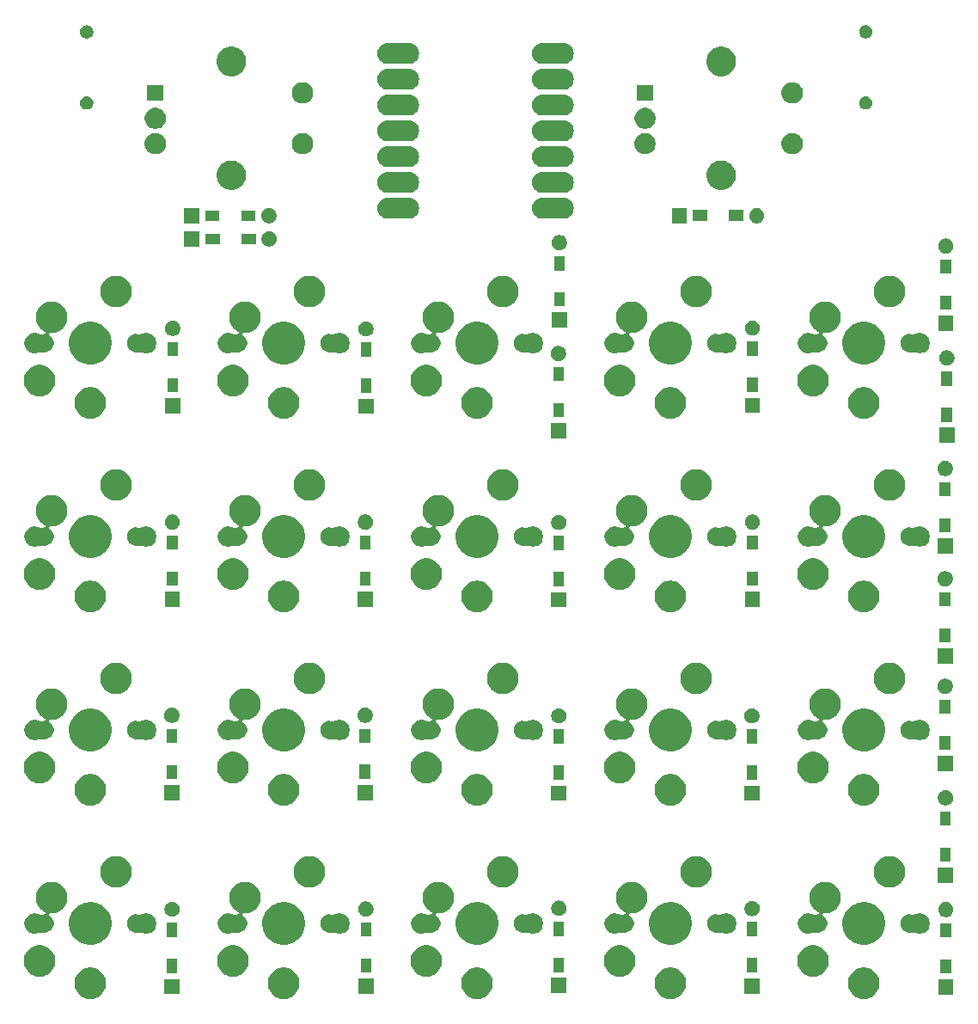
<source format=gbr>
G04 #@! TF.GenerationSoftware,KiCad,Pcbnew,(5.1.6-0-10_14)*
G04 #@! TF.CreationDate,2022-08-29T11:05:28+09:00*
G04 #@! TF.ProjectId,cool640xiao,636f6f6c-3634-4307-9869-616f2e6b6963,rev?*
G04 #@! TF.SameCoordinates,Original*
G04 #@! TF.FileFunction,Soldermask,Top*
G04 #@! TF.FilePolarity,Negative*
%FSLAX46Y46*%
G04 Gerber Fmt 4.6, Leading zero omitted, Abs format (unit mm)*
G04 Created by KiCad (PCBNEW (5.1.6-0-10_14)) date 2022-08-29 11:05:28*
%MOMM*%
%LPD*%
G01*
G04 APERTURE LIST*
%ADD10C,0.100000*%
G04 APERTURE END LIST*
D10*
G36*
X76502585Y-61528802D02*
G01*
X76652410Y-61558604D01*
X76934674Y-61675521D01*
X77188705Y-61845259D01*
X77404741Y-62061295D01*
X77574479Y-62315326D01*
X77691396Y-62597590D01*
X77751000Y-62897240D01*
X77751000Y-63202760D01*
X77691396Y-63502410D01*
X77574479Y-63784674D01*
X77404741Y-64038705D01*
X77188705Y-64254741D01*
X76934674Y-64424479D01*
X76652410Y-64541396D01*
X76502585Y-64571198D01*
X76352761Y-64601000D01*
X76047239Y-64601000D01*
X75897415Y-64571198D01*
X75747590Y-64541396D01*
X75465326Y-64424479D01*
X75211295Y-64254741D01*
X74995259Y-64038705D01*
X74825521Y-63784674D01*
X74708604Y-63502410D01*
X74649000Y-63202760D01*
X74649000Y-62897240D01*
X74708604Y-62597590D01*
X74825521Y-62315326D01*
X74995259Y-62061295D01*
X75211295Y-61845259D01*
X75465326Y-61675521D01*
X75747590Y-61558604D01*
X75897415Y-61528802D01*
X76047239Y-61499000D01*
X76352761Y-61499000D01*
X76502585Y-61528802D01*
G37*
G36*
X57452585Y-61528802D02*
G01*
X57602410Y-61558604D01*
X57884674Y-61675521D01*
X58138705Y-61845259D01*
X58354741Y-62061295D01*
X58524479Y-62315326D01*
X58641396Y-62597590D01*
X58701000Y-62897240D01*
X58701000Y-63202760D01*
X58641396Y-63502410D01*
X58524479Y-63784674D01*
X58354741Y-64038705D01*
X58138705Y-64254741D01*
X57884674Y-64424479D01*
X57602410Y-64541396D01*
X57452585Y-64571198D01*
X57302761Y-64601000D01*
X56997239Y-64601000D01*
X56847415Y-64571198D01*
X56697590Y-64541396D01*
X56415326Y-64424479D01*
X56161295Y-64254741D01*
X55945259Y-64038705D01*
X55775521Y-63784674D01*
X55658604Y-63502410D01*
X55599000Y-63202760D01*
X55599000Y-62897240D01*
X55658604Y-62597590D01*
X55775521Y-62315326D01*
X55945259Y-62061295D01*
X56161295Y-61845259D01*
X56415326Y-61675521D01*
X56697590Y-61558604D01*
X56847415Y-61528802D01*
X56997239Y-61499000D01*
X57302761Y-61499000D01*
X57452585Y-61528802D01*
G37*
G36*
X38402585Y-61528802D02*
G01*
X38552410Y-61558604D01*
X38834674Y-61675521D01*
X39088705Y-61845259D01*
X39304741Y-62061295D01*
X39474479Y-62315326D01*
X39591396Y-62597590D01*
X39651000Y-62897240D01*
X39651000Y-63202760D01*
X39591396Y-63502410D01*
X39474479Y-63784674D01*
X39304741Y-64038705D01*
X39088705Y-64254741D01*
X38834674Y-64424479D01*
X38552410Y-64541396D01*
X38402585Y-64571198D01*
X38252761Y-64601000D01*
X37947239Y-64601000D01*
X37797415Y-64571198D01*
X37647590Y-64541396D01*
X37365326Y-64424479D01*
X37111295Y-64254741D01*
X36895259Y-64038705D01*
X36725521Y-63784674D01*
X36608604Y-63502410D01*
X36549000Y-63202760D01*
X36549000Y-62897240D01*
X36608604Y-62597590D01*
X36725521Y-62315326D01*
X36895259Y-62061295D01*
X37111295Y-61845259D01*
X37365326Y-61675521D01*
X37647590Y-61558604D01*
X37797415Y-61528802D01*
X37947239Y-61499000D01*
X38252761Y-61499000D01*
X38402585Y-61528802D01*
G37*
G36*
X19352585Y-61528802D02*
G01*
X19502410Y-61558604D01*
X19784674Y-61675521D01*
X20038705Y-61845259D01*
X20254741Y-62061295D01*
X20424479Y-62315326D01*
X20541396Y-62597590D01*
X20601000Y-62897240D01*
X20601000Y-63202760D01*
X20541396Y-63502410D01*
X20424479Y-63784674D01*
X20254741Y-64038705D01*
X20038705Y-64254741D01*
X19784674Y-64424479D01*
X19502410Y-64541396D01*
X19352585Y-64571198D01*
X19202761Y-64601000D01*
X18897239Y-64601000D01*
X18747415Y-64571198D01*
X18597590Y-64541396D01*
X18315326Y-64424479D01*
X18061295Y-64254741D01*
X17845259Y-64038705D01*
X17675521Y-63784674D01*
X17558604Y-63502410D01*
X17499000Y-63202760D01*
X17499000Y-62897240D01*
X17558604Y-62597590D01*
X17675521Y-62315326D01*
X17845259Y-62061295D01*
X18061295Y-61845259D01*
X18315326Y-61675521D01*
X18597590Y-61558604D01*
X18747415Y-61528802D01*
X18897239Y-61499000D01*
X19202761Y-61499000D01*
X19352585Y-61528802D01*
G37*
G36*
X302585Y-61528802D02*
G01*
X452410Y-61558604D01*
X734674Y-61675521D01*
X988705Y-61845259D01*
X1204741Y-62061295D01*
X1374479Y-62315326D01*
X1491396Y-62597590D01*
X1551000Y-62897240D01*
X1551000Y-63202760D01*
X1491396Y-63502410D01*
X1374479Y-63784674D01*
X1204741Y-64038705D01*
X988705Y-64254741D01*
X734674Y-64424479D01*
X452410Y-64541396D01*
X302585Y-64571198D01*
X152761Y-64601000D01*
X-152761Y-64601000D01*
X-302585Y-64571198D01*
X-452410Y-64541396D01*
X-734674Y-64424479D01*
X-988705Y-64254741D01*
X-1204741Y-64038705D01*
X-1374479Y-63784674D01*
X-1491396Y-63502410D01*
X-1551000Y-63202760D01*
X-1551000Y-62897240D01*
X-1491396Y-62597590D01*
X-1374479Y-62315326D01*
X-1204741Y-62061295D01*
X-988705Y-61845259D01*
X-734674Y-61675521D01*
X-452410Y-61558604D01*
X-302585Y-61528802D01*
X-152761Y-61499000D01*
X152761Y-61499000D01*
X302585Y-61528802D01*
G37*
G36*
X85039500Y-64149500D02*
G01*
X83540500Y-64149500D01*
X83540500Y-62650500D01*
X85039500Y-62650500D01*
X85039500Y-64149500D01*
G37*
G36*
X8799500Y-64109500D02*
G01*
X7300500Y-64109500D01*
X7300500Y-62610500D01*
X8799500Y-62610500D01*
X8799500Y-64109500D01*
G37*
G36*
X27899500Y-64089500D02*
G01*
X26400500Y-64089500D01*
X26400500Y-62590500D01*
X27899500Y-62590500D01*
X27899500Y-64089500D01*
G37*
G36*
X65959500Y-64049500D02*
G01*
X64460500Y-64049500D01*
X64460500Y-62550500D01*
X65959500Y-62550500D01*
X65959500Y-64049500D01*
G37*
G36*
X46909500Y-64019500D02*
G01*
X45410500Y-64019500D01*
X45410500Y-62520500D01*
X46909500Y-62520500D01*
X46909500Y-64019500D01*
G37*
G36*
X52452585Y-59328802D02*
G01*
X52602410Y-59358604D01*
X52884674Y-59475521D01*
X53138705Y-59645259D01*
X53354741Y-59861295D01*
X53524479Y-60115326D01*
X53641396Y-60397590D01*
X53641396Y-60397591D01*
X53682454Y-60604000D01*
X53701000Y-60697240D01*
X53701000Y-61002760D01*
X53641396Y-61302410D01*
X53524479Y-61584674D01*
X53354741Y-61838705D01*
X53138705Y-62054741D01*
X52884674Y-62224479D01*
X52602410Y-62341396D01*
X52452585Y-62371198D01*
X52302761Y-62401000D01*
X51997239Y-62401000D01*
X51847415Y-62371198D01*
X51697590Y-62341396D01*
X51415326Y-62224479D01*
X51161295Y-62054741D01*
X50945259Y-61838705D01*
X50775521Y-61584674D01*
X50658604Y-61302410D01*
X50599000Y-61002760D01*
X50599000Y-60697240D01*
X50617547Y-60604000D01*
X50658604Y-60397591D01*
X50658604Y-60397590D01*
X50775521Y-60115326D01*
X50945259Y-59861295D01*
X51161295Y-59645259D01*
X51415326Y-59475521D01*
X51697590Y-59358604D01*
X51847415Y-59328802D01*
X51997239Y-59299000D01*
X52302761Y-59299000D01*
X52452585Y-59328802D01*
G37*
G36*
X33402585Y-59328802D02*
G01*
X33552410Y-59358604D01*
X33834674Y-59475521D01*
X34088705Y-59645259D01*
X34304741Y-59861295D01*
X34474479Y-60115326D01*
X34591396Y-60397590D01*
X34591396Y-60397591D01*
X34632454Y-60604000D01*
X34651000Y-60697240D01*
X34651000Y-61002760D01*
X34591396Y-61302410D01*
X34474479Y-61584674D01*
X34304741Y-61838705D01*
X34088705Y-62054741D01*
X33834674Y-62224479D01*
X33552410Y-62341396D01*
X33402585Y-62371198D01*
X33252761Y-62401000D01*
X32947239Y-62401000D01*
X32797415Y-62371198D01*
X32647590Y-62341396D01*
X32365326Y-62224479D01*
X32111295Y-62054741D01*
X31895259Y-61838705D01*
X31725521Y-61584674D01*
X31608604Y-61302410D01*
X31549000Y-61002760D01*
X31549000Y-60697240D01*
X31567547Y-60604000D01*
X31608604Y-60397591D01*
X31608604Y-60397590D01*
X31725521Y-60115326D01*
X31895259Y-59861295D01*
X32111295Y-59645259D01*
X32365326Y-59475521D01*
X32647590Y-59358604D01*
X32797415Y-59328802D01*
X32947239Y-59299000D01*
X33252761Y-59299000D01*
X33402585Y-59328802D01*
G37*
G36*
X14352585Y-59328802D02*
G01*
X14502410Y-59358604D01*
X14784674Y-59475521D01*
X15038705Y-59645259D01*
X15254741Y-59861295D01*
X15424479Y-60115326D01*
X15541396Y-60397590D01*
X15541396Y-60397591D01*
X15582454Y-60604000D01*
X15601000Y-60697240D01*
X15601000Y-61002760D01*
X15541396Y-61302410D01*
X15424479Y-61584674D01*
X15254741Y-61838705D01*
X15038705Y-62054741D01*
X14784674Y-62224479D01*
X14502410Y-62341396D01*
X14352585Y-62371198D01*
X14202761Y-62401000D01*
X13897239Y-62401000D01*
X13747415Y-62371198D01*
X13597590Y-62341396D01*
X13315326Y-62224479D01*
X13061295Y-62054741D01*
X12845259Y-61838705D01*
X12675521Y-61584674D01*
X12558604Y-61302410D01*
X12499000Y-61002760D01*
X12499000Y-60697240D01*
X12517547Y-60604000D01*
X12558604Y-60397591D01*
X12558604Y-60397590D01*
X12675521Y-60115326D01*
X12845259Y-59861295D01*
X13061295Y-59645259D01*
X13315326Y-59475521D01*
X13597590Y-59358604D01*
X13747415Y-59328802D01*
X13897239Y-59299000D01*
X14202761Y-59299000D01*
X14352585Y-59328802D01*
G37*
G36*
X-4697415Y-59328802D02*
G01*
X-4547590Y-59358604D01*
X-4265326Y-59475521D01*
X-4011295Y-59645259D01*
X-3795259Y-59861295D01*
X-3625521Y-60115326D01*
X-3508604Y-60397590D01*
X-3508604Y-60397591D01*
X-3467546Y-60604000D01*
X-3449000Y-60697240D01*
X-3449000Y-61002760D01*
X-3508604Y-61302410D01*
X-3625521Y-61584674D01*
X-3795259Y-61838705D01*
X-4011295Y-62054741D01*
X-4265326Y-62224479D01*
X-4547590Y-62341396D01*
X-4697415Y-62371198D01*
X-4847239Y-62401000D01*
X-5152761Y-62401000D01*
X-5302585Y-62371198D01*
X-5452410Y-62341396D01*
X-5734674Y-62224479D01*
X-5988705Y-62054741D01*
X-6204741Y-61838705D01*
X-6374479Y-61584674D01*
X-6491396Y-61302410D01*
X-6551000Y-61002760D01*
X-6551000Y-60697240D01*
X-6532453Y-60604000D01*
X-6491396Y-60397591D01*
X-6491396Y-60397590D01*
X-6374479Y-60115326D01*
X-6204741Y-59861295D01*
X-5988705Y-59645259D01*
X-5734674Y-59475521D01*
X-5452410Y-59358604D01*
X-5302585Y-59328802D01*
X-5152761Y-59299000D01*
X-4847239Y-59299000D01*
X-4697415Y-59328802D01*
G37*
G36*
X71502585Y-59328802D02*
G01*
X71652410Y-59358604D01*
X71934674Y-59475521D01*
X72188705Y-59645259D01*
X72404741Y-59861295D01*
X72574479Y-60115326D01*
X72691396Y-60397590D01*
X72691396Y-60397591D01*
X72732454Y-60604000D01*
X72751000Y-60697240D01*
X72751000Y-61002760D01*
X72691396Y-61302410D01*
X72574479Y-61584674D01*
X72404741Y-61838705D01*
X72188705Y-62054741D01*
X71934674Y-62224479D01*
X71652410Y-62341396D01*
X71502585Y-62371198D01*
X71352761Y-62401000D01*
X71047239Y-62401000D01*
X70897415Y-62371198D01*
X70747590Y-62341396D01*
X70465326Y-62224479D01*
X70211295Y-62054741D01*
X69995259Y-61838705D01*
X69825521Y-61584674D01*
X69708604Y-61302410D01*
X69649000Y-61002760D01*
X69649000Y-60697240D01*
X69667547Y-60604000D01*
X69708604Y-60397591D01*
X69708604Y-60397590D01*
X69825521Y-60115326D01*
X69995259Y-59861295D01*
X70211295Y-59645259D01*
X70465326Y-59475521D01*
X70747590Y-59358604D01*
X70897415Y-59328802D01*
X71047239Y-59299000D01*
X71352761Y-59299000D01*
X71502585Y-59328802D01*
G37*
G36*
X84816000Y-62066000D02*
G01*
X83764000Y-62066000D01*
X83764000Y-60664000D01*
X84816000Y-60664000D01*
X84816000Y-62066000D01*
G37*
G36*
X8576000Y-62026000D02*
G01*
X7524000Y-62026000D01*
X7524000Y-60624000D01*
X8576000Y-60624000D01*
X8576000Y-62026000D01*
G37*
G36*
X27676000Y-62006000D02*
G01*
X26624000Y-62006000D01*
X26624000Y-60604000D01*
X27676000Y-60604000D01*
X27676000Y-62006000D01*
G37*
G36*
X65736000Y-61966000D02*
G01*
X64684000Y-61966000D01*
X64684000Y-60564000D01*
X65736000Y-60564000D01*
X65736000Y-61966000D01*
G37*
G36*
X46686000Y-61936000D02*
G01*
X45634000Y-61936000D01*
X45634000Y-60534000D01*
X46686000Y-60534000D01*
X46686000Y-61936000D01*
G37*
G36*
X19502391Y-55097825D02*
G01*
X19662839Y-55129740D01*
X19933206Y-55241730D01*
X19982684Y-55262224D01*
X20045197Y-55288118D01*
X20190158Y-55384978D01*
X20389309Y-55518046D01*
X20681954Y-55810691D01*
X20684659Y-55814740D01*
X20908005Y-56149000D01*
X20911883Y-56154805D01*
X20949905Y-56246598D01*
X21067087Y-56529500D01*
X21070260Y-56537162D01*
X21151000Y-56943068D01*
X21151000Y-57356932D01*
X21097847Y-57624149D01*
X21070260Y-57762839D01*
X20965473Y-58015818D01*
X20946959Y-58060515D01*
X20911882Y-58145197D01*
X20796138Y-58318420D01*
X20690847Y-58476000D01*
X20681953Y-58489310D01*
X20389310Y-58781953D01*
X20045197Y-59011882D01*
X19662839Y-59170260D01*
X19527536Y-59197173D01*
X19256932Y-59251000D01*
X18843068Y-59251000D01*
X18572464Y-59197173D01*
X18437161Y-59170260D01*
X18054803Y-59011882D01*
X17710690Y-58781953D01*
X17418047Y-58489310D01*
X17409154Y-58476000D01*
X17303862Y-58318420D01*
X17188118Y-58145197D01*
X17153042Y-58060515D01*
X17134527Y-58015818D01*
X17029740Y-57762839D01*
X17002153Y-57624149D01*
X16949000Y-57356932D01*
X16949000Y-56943068D01*
X17029740Y-56537162D01*
X17032914Y-56529500D01*
X17150095Y-56246598D01*
X17188117Y-56154805D01*
X17191996Y-56149000D01*
X17415341Y-55814740D01*
X17418046Y-55810691D01*
X17710691Y-55518046D01*
X17909842Y-55384978D01*
X18054803Y-55288118D01*
X18117317Y-55262224D01*
X18166794Y-55241730D01*
X18437161Y-55129740D01*
X18597609Y-55097825D01*
X18843068Y-55049000D01*
X19256932Y-55049000D01*
X19502391Y-55097825D01*
G37*
G36*
X76652391Y-55097825D02*
G01*
X76812839Y-55129740D01*
X77083206Y-55241730D01*
X77132684Y-55262224D01*
X77195197Y-55288118D01*
X77340158Y-55384978D01*
X77539309Y-55518046D01*
X77831954Y-55810691D01*
X77834659Y-55814740D01*
X78058005Y-56149000D01*
X78061883Y-56154805D01*
X78099905Y-56246598D01*
X78217087Y-56529500D01*
X78220260Y-56537162D01*
X78301000Y-56943068D01*
X78301000Y-57356932D01*
X78247847Y-57624149D01*
X78220260Y-57762839D01*
X78115473Y-58015818D01*
X78096959Y-58060515D01*
X78061882Y-58145197D01*
X77946138Y-58318420D01*
X77840847Y-58476000D01*
X77831953Y-58489310D01*
X77539310Y-58781953D01*
X77195197Y-59011882D01*
X76812839Y-59170260D01*
X76677536Y-59197173D01*
X76406932Y-59251000D01*
X75993068Y-59251000D01*
X75722464Y-59197173D01*
X75587161Y-59170260D01*
X75204803Y-59011882D01*
X74860690Y-58781953D01*
X74568047Y-58489310D01*
X74559154Y-58476000D01*
X74453862Y-58318420D01*
X74338118Y-58145197D01*
X74303042Y-58060515D01*
X74284527Y-58015818D01*
X74179740Y-57762839D01*
X74152153Y-57624149D01*
X74099000Y-57356932D01*
X74099000Y-56943068D01*
X74179740Y-56537162D01*
X74182914Y-56529500D01*
X74300095Y-56246598D01*
X74338117Y-56154805D01*
X74341996Y-56149000D01*
X74565341Y-55814740D01*
X74568046Y-55810691D01*
X74860691Y-55518046D01*
X75059842Y-55384978D01*
X75204803Y-55288118D01*
X75267317Y-55262224D01*
X75316794Y-55241730D01*
X75587161Y-55129740D01*
X75747609Y-55097825D01*
X75993068Y-55049000D01*
X76406932Y-55049000D01*
X76652391Y-55097825D01*
G37*
G36*
X452391Y-55097825D02*
G01*
X612839Y-55129740D01*
X883206Y-55241730D01*
X932684Y-55262224D01*
X995197Y-55288118D01*
X1140158Y-55384978D01*
X1339309Y-55518046D01*
X1631954Y-55810691D01*
X1634659Y-55814740D01*
X1858005Y-56149000D01*
X1861883Y-56154805D01*
X1899905Y-56246598D01*
X2017087Y-56529500D01*
X2020260Y-56537162D01*
X2101000Y-56943068D01*
X2101000Y-57356932D01*
X2047847Y-57624149D01*
X2020260Y-57762839D01*
X1915473Y-58015818D01*
X1896959Y-58060515D01*
X1861882Y-58145197D01*
X1746138Y-58318420D01*
X1640847Y-58476000D01*
X1631953Y-58489310D01*
X1339310Y-58781953D01*
X995197Y-59011882D01*
X612839Y-59170260D01*
X477536Y-59197173D01*
X206932Y-59251000D01*
X-206932Y-59251000D01*
X-477536Y-59197173D01*
X-612839Y-59170260D01*
X-995197Y-59011882D01*
X-1339310Y-58781953D01*
X-1631953Y-58489310D01*
X-1640846Y-58476000D01*
X-1746138Y-58318420D01*
X-1861882Y-58145197D01*
X-1896958Y-58060515D01*
X-1915473Y-58015818D01*
X-2020260Y-57762839D01*
X-2047847Y-57624149D01*
X-2101000Y-57356932D01*
X-2101000Y-56943068D01*
X-2020260Y-56537162D01*
X-2017086Y-56529500D01*
X-1899905Y-56246598D01*
X-1861883Y-56154805D01*
X-1858004Y-56149000D01*
X-1634659Y-55814740D01*
X-1631954Y-55810691D01*
X-1339309Y-55518046D01*
X-1140158Y-55384978D01*
X-995197Y-55288118D01*
X-932683Y-55262224D01*
X-883206Y-55241730D01*
X-612839Y-55129740D01*
X-452391Y-55097825D01*
X-206932Y-55049000D01*
X206932Y-55049000D01*
X452391Y-55097825D01*
G37*
G36*
X57602391Y-55097825D02*
G01*
X57762839Y-55129740D01*
X58033206Y-55241730D01*
X58082684Y-55262224D01*
X58145197Y-55288118D01*
X58290158Y-55384978D01*
X58489309Y-55518046D01*
X58781954Y-55810691D01*
X58784659Y-55814740D01*
X59008005Y-56149000D01*
X59011883Y-56154805D01*
X59049905Y-56246598D01*
X59167087Y-56529500D01*
X59170260Y-56537162D01*
X59251000Y-56943068D01*
X59251000Y-57356932D01*
X59197847Y-57624149D01*
X59170260Y-57762839D01*
X59065473Y-58015818D01*
X59046959Y-58060515D01*
X59011882Y-58145197D01*
X58896138Y-58318420D01*
X58790847Y-58476000D01*
X58781953Y-58489310D01*
X58489310Y-58781953D01*
X58145197Y-59011882D01*
X57762839Y-59170260D01*
X57627536Y-59197173D01*
X57356932Y-59251000D01*
X56943068Y-59251000D01*
X56672464Y-59197173D01*
X56537161Y-59170260D01*
X56154803Y-59011882D01*
X55810690Y-58781953D01*
X55518047Y-58489310D01*
X55509154Y-58476000D01*
X55403862Y-58318420D01*
X55288118Y-58145197D01*
X55253042Y-58060515D01*
X55234527Y-58015818D01*
X55129740Y-57762839D01*
X55102153Y-57624149D01*
X55049000Y-57356932D01*
X55049000Y-56943068D01*
X55129740Y-56537162D01*
X55132914Y-56529500D01*
X55250095Y-56246598D01*
X55288117Y-56154805D01*
X55291996Y-56149000D01*
X55515341Y-55814740D01*
X55518046Y-55810691D01*
X55810691Y-55518046D01*
X56009842Y-55384978D01*
X56154803Y-55288118D01*
X56217317Y-55262224D01*
X56266794Y-55241730D01*
X56537161Y-55129740D01*
X56697609Y-55097825D01*
X56943068Y-55049000D01*
X57356932Y-55049000D01*
X57602391Y-55097825D01*
G37*
G36*
X38552391Y-55097825D02*
G01*
X38712839Y-55129740D01*
X38983206Y-55241730D01*
X39032684Y-55262224D01*
X39095197Y-55288118D01*
X39240158Y-55384978D01*
X39439309Y-55518046D01*
X39731954Y-55810691D01*
X39734659Y-55814740D01*
X39958005Y-56149000D01*
X39961883Y-56154805D01*
X39999905Y-56246598D01*
X40117087Y-56529500D01*
X40120260Y-56537162D01*
X40201000Y-56943068D01*
X40201000Y-57356932D01*
X40147847Y-57624149D01*
X40120260Y-57762839D01*
X40015473Y-58015818D01*
X39996959Y-58060515D01*
X39961882Y-58145197D01*
X39846138Y-58318420D01*
X39740847Y-58476000D01*
X39731953Y-58489310D01*
X39439310Y-58781953D01*
X39095197Y-59011882D01*
X38712839Y-59170260D01*
X38577536Y-59197173D01*
X38306932Y-59251000D01*
X37893068Y-59251000D01*
X37622464Y-59197173D01*
X37487161Y-59170260D01*
X37104803Y-59011882D01*
X36760690Y-58781953D01*
X36468047Y-58489310D01*
X36459154Y-58476000D01*
X36353862Y-58318420D01*
X36238118Y-58145197D01*
X36203042Y-58060515D01*
X36184527Y-58015818D01*
X36079740Y-57762839D01*
X36052153Y-57624149D01*
X35999000Y-57356932D01*
X35999000Y-56943068D01*
X36079740Y-56537162D01*
X36082914Y-56529500D01*
X36200095Y-56246598D01*
X36238117Y-56154805D01*
X36241996Y-56149000D01*
X36465341Y-55814740D01*
X36468046Y-55810691D01*
X36760691Y-55518046D01*
X36959842Y-55384978D01*
X37104803Y-55288118D01*
X37167317Y-55262224D01*
X37216794Y-55241730D01*
X37487161Y-55129740D01*
X37647609Y-55097825D01*
X37893068Y-55049000D01*
X38306932Y-55049000D01*
X38552391Y-55097825D01*
G37*
G36*
X84816000Y-58516000D02*
G01*
X83764000Y-58516000D01*
X83764000Y-57114000D01*
X84816000Y-57114000D01*
X84816000Y-58516000D01*
G37*
G36*
X8576000Y-58476000D02*
G01*
X7524000Y-58476000D01*
X7524000Y-57074000D01*
X8576000Y-57074000D01*
X8576000Y-58476000D01*
G37*
G36*
X27676000Y-58456000D02*
G01*
X26624000Y-58456000D01*
X26624000Y-57054000D01*
X27676000Y-57054000D01*
X27676000Y-58456000D01*
G37*
G36*
X65736000Y-58416000D02*
G01*
X64684000Y-58416000D01*
X64684000Y-57014000D01*
X65736000Y-57014000D01*
X65736000Y-58416000D01*
G37*
G36*
X46686000Y-58386000D02*
G01*
X45634000Y-58386000D01*
X45634000Y-56984000D01*
X46686000Y-56984000D01*
X46686000Y-58386000D01*
G37*
G36*
X15542585Y-53088802D02*
G01*
X15692410Y-53118604D01*
X15974674Y-53235521D01*
X16228705Y-53405259D01*
X16444741Y-53621295D01*
X16614479Y-53875326D01*
X16731396Y-54157590D01*
X16791000Y-54457240D01*
X16791000Y-54762760D01*
X16731396Y-55062410D01*
X16614479Y-55344674D01*
X16444741Y-55598705D01*
X16228705Y-55814741D01*
X15974674Y-55984479D01*
X15692410Y-56101396D01*
X15559773Y-56127779D01*
X15392761Y-56161000D01*
X15103680Y-56161000D01*
X15079294Y-56163402D01*
X15055845Y-56170515D01*
X15034234Y-56182066D01*
X15015292Y-56197611D01*
X14999747Y-56216553D01*
X14988196Y-56238164D01*
X14981083Y-56261613D01*
X14978681Y-56285999D01*
X14981083Y-56310385D01*
X14988196Y-56333834D01*
X14999747Y-56355445D01*
X15015292Y-56374387D01*
X15034226Y-56389926D01*
X15124354Y-56450147D01*
X15249853Y-56575646D01*
X15348456Y-56723216D01*
X15416376Y-56887188D01*
X15451000Y-57061259D01*
X15451000Y-57238741D01*
X15416376Y-57412812D01*
X15348456Y-57576784D01*
X15249853Y-57724354D01*
X15124354Y-57849853D01*
X14976784Y-57948456D01*
X14812812Y-58016376D01*
X14663512Y-58046073D01*
X14638742Y-58051000D01*
X14461258Y-58051000D01*
X14391247Y-58037074D01*
X14287188Y-58016376D01*
X14287185Y-58016375D01*
X14284386Y-58015818D01*
X14260000Y-58013416D01*
X14235614Y-58015818D01*
X14232815Y-58016375D01*
X14232812Y-58016376D01*
X14128753Y-58037074D01*
X14058742Y-58051000D01*
X14015395Y-58051000D01*
X13991009Y-58053402D01*
X13967560Y-58060515D01*
X13841981Y-58112532D01*
X13745285Y-58131766D01*
X13648591Y-58151000D01*
X13451409Y-58151000D01*
X13354715Y-58131766D01*
X13258019Y-58112532D01*
X13075849Y-58037074D01*
X12911900Y-57927527D01*
X12772473Y-57788100D01*
X12662926Y-57624151D01*
X12587468Y-57441981D01*
X12549000Y-57248590D01*
X12549000Y-57051410D01*
X12587468Y-56858019D01*
X12662926Y-56675849D01*
X12772473Y-56511900D01*
X12911900Y-56372473D01*
X13075849Y-56262926D01*
X13079019Y-56261613D01*
X13150088Y-56232175D01*
X13258019Y-56187468D01*
X13451409Y-56149000D01*
X13648591Y-56149000D01*
X13841981Y-56187468D01*
X13949912Y-56232175D01*
X13967560Y-56239485D01*
X13991009Y-56246598D01*
X14015395Y-56249000D01*
X14058742Y-56249000D01*
X14099625Y-56257132D01*
X14232812Y-56283624D01*
X14232815Y-56283625D01*
X14235614Y-56284182D01*
X14260000Y-56286584D01*
X14284386Y-56284182D01*
X14287185Y-56283625D01*
X14287188Y-56283624D01*
X14420375Y-56257132D01*
X14461258Y-56249000D01*
X14515526Y-56249000D01*
X14539912Y-56246598D01*
X14563361Y-56239485D01*
X14584972Y-56227934D01*
X14603914Y-56212389D01*
X14619459Y-56193447D01*
X14631010Y-56171836D01*
X14638123Y-56148387D01*
X14640525Y-56124001D01*
X14638123Y-56099615D01*
X14631010Y-56076166D01*
X14619459Y-56054555D01*
X14603914Y-56035613D01*
X14584972Y-56020068D01*
X14563367Y-56008520D01*
X14505326Y-55984479D01*
X14251295Y-55814741D01*
X14035259Y-55598705D01*
X13865521Y-55344674D01*
X13748604Y-55062410D01*
X13689000Y-54762760D01*
X13689000Y-54457240D01*
X13748604Y-54157590D01*
X13865521Y-53875326D01*
X14035259Y-53621295D01*
X14251295Y-53405259D01*
X14505326Y-53235521D01*
X14787590Y-53118604D01*
X14937415Y-53088802D01*
X15087239Y-53059000D01*
X15392761Y-53059000D01*
X15542585Y-53088802D01*
G37*
G36*
X5791981Y-56187468D02*
G01*
X5899912Y-56232175D01*
X5970982Y-56261613D01*
X5974151Y-56262926D01*
X6138100Y-56372473D01*
X6277527Y-56511900D01*
X6387074Y-56675849D01*
X6462532Y-56858019D01*
X6501000Y-57051410D01*
X6501000Y-57248590D01*
X6462532Y-57441981D01*
X6387074Y-57624151D01*
X6277527Y-57788100D01*
X6138100Y-57927527D01*
X5974151Y-58037074D01*
X5791981Y-58112532D01*
X5695285Y-58131766D01*
X5598591Y-58151000D01*
X5401409Y-58151000D01*
X5304715Y-58131766D01*
X5208019Y-58112532D01*
X5082440Y-58060515D01*
X5058991Y-58053402D01*
X5034605Y-58051000D01*
X4991258Y-58051000D01*
X4921247Y-58037074D01*
X4817188Y-58016376D01*
X4817185Y-58016375D01*
X4814386Y-58015818D01*
X4790000Y-58013416D01*
X4765614Y-58015818D01*
X4762815Y-58016375D01*
X4762812Y-58016376D01*
X4658753Y-58037074D01*
X4588742Y-58051000D01*
X4411258Y-58051000D01*
X4386488Y-58046073D01*
X4237188Y-58016376D01*
X4073216Y-57948456D01*
X3925646Y-57849853D01*
X3800147Y-57724354D01*
X3701544Y-57576784D01*
X3633624Y-57412812D01*
X3599000Y-57238741D01*
X3599000Y-57061259D01*
X3633624Y-56887188D01*
X3701544Y-56723216D01*
X3800147Y-56575646D01*
X3925646Y-56450147D01*
X4073216Y-56351544D01*
X4237188Y-56283624D01*
X4386488Y-56253927D01*
X4411258Y-56249000D01*
X4588742Y-56249000D01*
X4629625Y-56257132D01*
X4762812Y-56283624D01*
X4762815Y-56283625D01*
X4765614Y-56284182D01*
X4790000Y-56286584D01*
X4814386Y-56284182D01*
X4817185Y-56283625D01*
X4817188Y-56283624D01*
X4950375Y-56257132D01*
X4991258Y-56249000D01*
X5034605Y-56249000D01*
X5058991Y-56246598D01*
X5082440Y-56239485D01*
X5100088Y-56232175D01*
X5208019Y-56187468D01*
X5401409Y-56149000D01*
X5598591Y-56149000D01*
X5791981Y-56187468D01*
G37*
G36*
X-3507415Y-53088802D02*
G01*
X-3357590Y-53118604D01*
X-3075326Y-53235521D01*
X-2821295Y-53405259D01*
X-2605259Y-53621295D01*
X-2435521Y-53875326D01*
X-2318604Y-54157590D01*
X-2259000Y-54457240D01*
X-2259000Y-54762760D01*
X-2318604Y-55062410D01*
X-2435521Y-55344674D01*
X-2605259Y-55598705D01*
X-2821295Y-55814741D01*
X-3075326Y-55984479D01*
X-3357590Y-56101396D01*
X-3490227Y-56127779D01*
X-3657239Y-56161000D01*
X-3946320Y-56161000D01*
X-3970706Y-56163402D01*
X-3994155Y-56170515D01*
X-4015766Y-56182066D01*
X-4034708Y-56197611D01*
X-4050253Y-56216553D01*
X-4061804Y-56238164D01*
X-4068917Y-56261613D01*
X-4071319Y-56285999D01*
X-4068917Y-56310385D01*
X-4061804Y-56333834D01*
X-4050253Y-56355445D01*
X-4034708Y-56374387D01*
X-4015774Y-56389926D01*
X-3925646Y-56450147D01*
X-3800147Y-56575646D01*
X-3701544Y-56723216D01*
X-3633624Y-56887188D01*
X-3599000Y-57061259D01*
X-3599000Y-57238741D01*
X-3633624Y-57412812D01*
X-3701544Y-57576784D01*
X-3800147Y-57724354D01*
X-3925646Y-57849853D01*
X-4073216Y-57948456D01*
X-4237188Y-58016376D01*
X-4386488Y-58046073D01*
X-4411258Y-58051000D01*
X-4588742Y-58051000D01*
X-4658753Y-58037074D01*
X-4762812Y-58016376D01*
X-4762815Y-58016375D01*
X-4765614Y-58015818D01*
X-4790000Y-58013416D01*
X-4814386Y-58015818D01*
X-4817185Y-58016375D01*
X-4817188Y-58016376D01*
X-4921247Y-58037074D01*
X-4991258Y-58051000D01*
X-5034605Y-58051000D01*
X-5058991Y-58053402D01*
X-5082440Y-58060515D01*
X-5208019Y-58112532D01*
X-5304715Y-58131766D01*
X-5401409Y-58151000D01*
X-5598591Y-58151000D01*
X-5695285Y-58131766D01*
X-5791981Y-58112532D01*
X-5974151Y-58037074D01*
X-6138100Y-57927527D01*
X-6277527Y-57788100D01*
X-6387074Y-57624151D01*
X-6462532Y-57441981D01*
X-6501000Y-57248590D01*
X-6501000Y-57051410D01*
X-6462532Y-56858019D01*
X-6387074Y-56675849D01*
X-6277527Y-56511900D01*
X-6138100Y-56372473D01*
X-5974151Y-56262926D01*
X-5970981Y-56261613D01*
X-5899912Y-56232175D01*
X-5791981Y-56187468D01*
X-5598591Y-56149000D01*
X-5401409Y-56149000D01*
X-5208019Y-56187468D01*
X-5100088Y-56232175D01*
X-5082440Y-56239485D01*
X-5058991Y-56246598D01*
X-5034605Y-56249000D01*
X-4991258Y-56249000D01*
X-4950375Y-56257132D01*
X-4817188Y-56283624D01*
X-4817185Y-56283625D01*
X-4814386Y-56284182D01*
X-4790000Y-56286584D01*
X-4765614Y-56284182D01*
X-4762815Y-56283625D01*
X-4762812Y-56283624D01*
X-4629625Y-56257132D01*
X-4588742Y-56249000D01*
X-4534474Y-56249000D01*
X-4510088Y-56246598D01*
X-4486639Y-56239485D01*
X-4465028Y-56227934D01*
X-4446086Y-56212389D01*
X-4430541Y-56193447D01*
X-4418990Y-56171836D01*
X-4411877Y-56148387D01*
X-4409475Y-56124001D01*
X-4411877Y-56099615D01*
X-4418990Y-56076166D01*
X-4430541Y-56054555D01*
X-4446086Y-56035613D01*
X-4465028Y-56020068D01*
X-4486633Y-56008520D01*
X-4544674Y-55984479D01*
X-4798705Y-55814741D01*
X-5014741Y-55598705D01*
X-5184479Y-55344674D01*
X-5301396Y-55062410D01*
X-5361000Y-54762760D01*
X-5361000Y-54457240D01*
X-5301396Y-54157590D01*
X-5184479Y-53875326D01*
X-5014741Y-53621295D01*
X-4798705Y-53405259D01*
X-4544674Y-53235521D01*
X-4262410Y-53118604D01*
X-4112585Y-53088802D01*
X-3962761Y-53059000D01*
X-3657239Y-53059000D01*
X-3507415Y-53088802D01*
G37*
G36*
X81991981Y-56187468D02*
G01*
X82099912Y-56232175D01*
X82170982Y-56261613D01*
X82174151Y-56262926D01*
X82338100Y-56372473D01*
X82477527Y-56511900D01*
X82587074Y-56675849D01*
X82662532Y-56858019D01*
X82701000Y-57051410D01*
X82701000Y-57248590D01*
X82662532Y-57441981D01*
X82587074Y-57624151D01*
X82477527Y-57788100D01*
X82338100Y-57927527D01*
X82174151Y-58037074D01*
X81991981Y-58112532D01*
X81895285Y-58131766D01*
X81798591Y-58151000D01*
X81601409Y-58151000D01*
X81504715Y-58131766D01*
X81408019Y-58112532D01*
X81282440Y-58060515D01*
X81258991Y-58053402D01*
X81234605Y-58051000D01*
X81191258Y-58051000D01*
X81121247Y-58037074D01*
X81017188Y-58016376D01*
X81017185Y-58016375D01*
X81014386Y-58015818D01*
X80990000Y-58013416D01*
X80965614Y-58015818D01*
X80962815Y-58016375D01*
X80962812Y-58016376D01*
X80858753Y-58037074D01*
X80788742Y-58051000D01*
X80611258Y-58051000D01*
X80586488Y-58046073D01*
X80437188Y-58016376D01*
X80273216Y-57948456D01*
X80125646Y-57849853D01*
X80000147Y-57724354D01*
X79901544Y-57576784D01*
X79833624Y-57412812D01*
X79799000Y-57238741D01*
X79799000Y-57061259D01*
X79833624Y-56887188D01*
X79901544Y-56723216D01*
X80000147Y-56575646D01*
X80125646Y-56450147D01*
X80273216Y-56351544D01*
X80437188Y-56283624D01*
X80586488Y-56253927D01*
X80611258Y-56249000D01*
X80788742Y-56249000D01*
X80829625Y-56257132D01*
X80962812Y-56283624D01*
X80962815Y-56283625D01*
X80965614Y-56284182D01*
X80990000Y-56286584D01*
X81014386Y-56284182D01*
X81017185Y-56283625D01*
X81017188Y-56283624D01*
X81150375Y-56257132D01*
X81191258Y-56249000D01*
X81234605Y-56249000D01*
X81258991Y-56246598D01*
X81282440Y-56239485D01*
X81300088Y-56232175D01*
X81408019Y-56187468D01*
X81601409Y-56149000D01*
X81798591Y-56149000D01*
X81991981Y-56187468D01*
G37*
G36*
X72692585Y-53088802D02*
G01*
X72842410Y-53118604D01*
X73124674Y-53235521D01*
X73378705Y-53405259D01*
X73594741Y-53621295D01*
X73764479Y-53875326D01*
X73881396Y-54157590D01*
X73941000Y-54457240D01*
X73941000Y-54762760D01*
X73881396Y-55062410D01*
X73764479Y-55344674D01*
X73594741Y-55598705D01*
X73378705Y-55814741D01*
X73124674Y-55984479D01*
X72842410Y-56101396D01*
X72709773Y-56127779D01*
X72542761Y-56161000D01*
X72253680Y-56161000D01*
X72229294Y-56163402D01*
X72205845Y-56170515D01*
X72184234Y-56182066D01*
X72165292Y-56197611D01*
X72149747Y-56216553D01*
X72138196Y-56238164D01*
X72131083Y-56261613D01*
X72128681Y-56285999D01*
X72131083Y-56310385D01*
X72138196Y-56333834D01*
X72149747Y-56355445D01*
X72165292Y-56374387D01*
X72184226Y-56389926D01*
X72274354Y-56450147D01*
X72399853Y-56575646D01*
X72498456Y-56723216D01*
X72566376Y-56887188D01*
X72601000Y-57061259D01*
X72601000Y-57238741D01*
X72566376Y-57412812D01*
X72498456Y-57576784D01*
X72399853Y-57724354D01*
X72274354Y-57849853D01*
X72126784Y-57948456D01*
X71962812Y-58016376D01*
X71813512Y-58046073D01*
X71788742Y-58051000D01*
X71611258Y-58051000D01*
X71541247Y-58037074D01*
X71437188Y-58016376D01*
X71437185Y-58016375D01*
X71434386Y-58015818D01*
X71410000Y-58013416D01*
X71385614Y-58015818D01*
X71382815Y-58016375D01*
X71382812Y-58016376D01*
X71278753Y-58037074D01*
X71208742Y-58051000D01*
X71165395Y-58051000D01*
X71141009Y-58053402D01*
X71117560Y-58060515D01*
X70991981Y-58112532D01*
X70895285Y-58131766D01*
X70798591Y-58151000D01*
X70601409Y-58151000D01*
X70504715Y-58131766D01*
X70408019Y-58112532D01*
X70225849Y-58037074D01*
X70061900Y-57927527D01*
X69922473Y-57788100D01*
X69812926Y-57624151D01*
X69737468Y-57441981D01*
X69699000Y-57248590D01*
X69699000Y-57051410D01*
X69737468Y-56858019D01*
X69812926Y-56675849D01*
X69922473Y-56511900D01*
X70061900Y-56372473D01*
X70225849Y-56262926D01*
X70229019Y-56261613D01*
X70300088Y-56232175D01*
X70408019Y-56187468D01*
X70601409Y-56149000D01*
X70798591Y-56149000D01*
X70991981Y-56187468D01*
X71099912Y-56232175D01*
X71117560Y-56239485D01*
X71141009Y-56246598D01*
X71165395Y-56249000D01*
X71208742Y-56249000D01*
X71249625Y-56257132D01*
X71382812Y-56283624D01*
X71382815Y-56283625D01*
X71385614Y-56284182D01*
X71410000Y-56286584D01*
X71434386Y-56284182D01*
X71437185Y-56283625D01*
X71437188Y-56283624D01*
X71570375Y-56257132D01*
X71611258Y-56249000D01*
X71665526Y-56249000D01*
X71689912Y-56246598D01*
X71713361Y-56239485D01*
X71734972Y-56227934D01*
X71753914Y-56212389D01*
X71769459Y-56193447D01*
X71781010Y-56171836D01*
X71788123Y-56148387D01*
X71790525Y-56124001D01*
X71788123Y-56099615D01*
X71781010Y-56076166D01*
X71769459Y-56054555D01*
X71753914Y-56035613D01*
X71734972Y-56020068D01*
X71713367Y-56008520D01*
X71655326Y-55984479D01*
X71401295Y-55814741D01*
X71185259Y-55598705D01*
X71015521Y-55344674D01*
X70898604Y-55062410D01*
X70839000Y-54762760D01*
X70839000Y-54457240D01*
X70898604Y-54157590D01*
X71015521Y-53875326D01*
X71185259Y-53621295D01*
X71401295Y-53405259D01*
X71655326Y-53235521D01*
X71937590Y-53118604D01*
X72087415Y-53088802D01*
X72237239Y-53059000D01*
X72542761Y-53059000D01*
X72692585Y-53088802D01*
G37*
G36*
X62941981Y-56187468D02*
G01*
X63049912Y-56232175D01*
X63120982Y-56261613D01*
X63124151Y-56262926D01*
X63288100Y-56372473D01*
X63427527Y-56511900D01*
X63537074Y-56675849D01*
X63612532Y-56858019D01*
X63651000Y-57051410D01*
X63651000Y-57248590D01*
X63612532Y-57441981D01*
X63537074Y-57624151D01*
X63427527Y-57788100D01*
X63288100Y-57927527D01*
X63124151Y-58037074D01*
X62941981Y-58112532D01*
X62845285Y-58131766D01*
X62748591Y-58151000D01*
X62551409Y-58151000D01*
X62454715Y-58131766D01*
X62358019Y-58112532D01*
X62232440Y-58060515D01*
X62208991Y-58053402D01*
X62184605Y-58051000D01*
X62141258Y-58051000D01*
X62071247Y-58037074D01*
X61967188Y-58016376D01*
X61967185Y-58016375D01*
X61964386Y-58015818D01*
X61940000Y-58013416D01*
X61915614Y-58015818D01*
X61912815Y-58016375D01*
X61912812Y-58016376D01*
X61808753Y-58037074D01*
X61738742Y-58051000D01*
X61561258Y-58051000D01*
X61536488Y-58046073D01*
X61387188Y-58016376D01*
X61223216Y-57948456D01*
X61075646Y-57849853D01*
X60950147Y-57724354D01*
X60851544Y-57576784D01*
X60783624Y-57412812D01*
X60749000Y-57238741D01*
X60749000Y-57061259D01*
X60783624Y-56887188D01*
X60851544Y-56723216D01*
X60950147Y-56575646D01*
X61075646Y-56450147D01*
X61223216Y-56351544D01*
X61387188Y-56283624D01*
X61536488Y-56253927D01*
X61561258Y-56249000D01*
X61738742Y-56249000D01*
X61779625Y-56257132D01*
X61912812Y-56283624D01*
X61912815Y-56283625D01*
X61915614Y-56284182D01*
X61940000Y-56286584D01*
X61964386Y-56284182D01*
X61967185Y-56283625D01*
X61967188Y-56283624D01*
X62100375Y-56257132D01*
X62141258Y-56249000D01*
X62184605Y-56249000D01*
X62208991Y-56246598D01*
X62232440Y-56239485D01*
X62250088Y-56232175D01*
X62358019Y-56187468D01*
X62551409Y-56149000D01*
X62748591Y-56149000D01*
X62941981Y-56187468D01*
G37*
G36*
X24841981Y-56187468D02*
G01*
X24949912Y-56232175D01*
X25020982Y-56261613D01*
X25024151Y-56262926D01*
X25188100Y-56372473D01*
X25327527Y-56511900D01*
X25437074Y-56675849D01*
X25512532Y-56858019D01*
X25551000Y-57051410D01*
X25551000Y-57248590D01*
X25512532Y-57441981D01*
X25437074Y-57624151D01*
X25327527Y-57788100D01*
X25188100Y-57927527D01*
X25024151Y-58037074D01*
X24841981Y-58112532D01*
X24745285Y-58131766D01*
X24648591Y-58151000D01*
X24451409Y-58151000D01*
X24354715Y-58131766D01*
X24258019Y-58112532D01*
X24132440Y-58060515D01*
X24108991Y-58053402D01*
X24084605Y-58051000D01*
X24041258Y-58051000D01*
X23971247Y-58037074D01*
X23867188Y-58016376D01*
X23867185Y-58016375D01*
X23864386Y-58015818D01*
X23840000Y-58013416D01*
X23815614Y-58015818D01*
X23812815Y-58016375D01*
X23812812Y-58016376D01*
X23708753Y-58037074D01*
X23638742Y-58051000D01*
X23461258Y-58051000D01*
X23436488Y-58046073D01*
X23287188Y-58016376D01*
X23123216Y-57948456D01*
X22975646Y-57849853D01*
X22850147Y-57724354D01*
X22751544Y-57576784D01*
X22683624Y-57412812D01*
X22649000Y-57238741D01*
X22649000Y-57061259D01*
X22683624Y-56887188D01*
X22751544Y-56723216D01*
X22850147Y-56575646D01*
X22975646Y-56450147D01*
X23123216Y-56351544D01*
X23287188Y-56283624D01*
X23436488Y-56253927D01*
X23461258Y-56249000D01*
X23638742Y-56249000D01*
X23679625Y-56257132D01*
X23812812Y-56283624D01*
X23812815Y-56283625D01*
X23815614Y-56284182D01*
X23840000Y-56286584D01*
X23864386Y-56284182D01*
X23867185Y-56283625D01*
X23867188Y-56283624D01*
X24000375Y-56257132D01*
X24041258Y-56249000D01*
X24084605Y-56249000D01*
X24108991Y-56246598D01*
X24132440Y-56239485D01*
X24150088Y-56232175D01*
X24258019Y-56187468D01*
X24451409Y-56149000D01*
X24648591Y-56149000D01*
X24841981Y-56187468D01*
G37*
G36*
X53642585Y-53088802D02*
G01*
X53792410Y-53118604D01*
X54074674Y-53235521D01*
X54328705Y-53405259D01*
X54544741Y-53621295D01*
X54714479Y-53875326D01*
X54831396Y-54157590D01*
X54891000Y-54457240D01*
X54891000Y-54762760D01*
X54831396Y-55062410D01*
X54714479Y-55344674D01*
X54544741Y-55598705D01*
X54328705Y-55814741D01*
X54074674Y-55984479D01*
X53792410Y-56101396D01*
X53659773Y-56127779D01*
X53492761Y-56161000D01*
X53203680Y-56161000D01*
X53179294Y-56163402D01*
X53155845Y-56170515D01*
X53134234Y-56182066D01*
X53115292Y-56197611D01*
X53099747Y-56216553D01*
X53088196Y-56238164D01*
X53081083Y-56261613D01*
X53078681Y-56285999D01*
X53081083Y-56310385D01*
X53088196Y-56333834D01*
X53099747Y-56355445D01*
X53115292Y-56374387D01*
X53134226Y-56389926D01*
X53224354Y-56450147D01*
X53349853Y-56575646D01*
X53448456Y-56723216D01*
X53516376Y-56887188D01*
X53551000Y-57061259D01*
X53551000Y-57238741D01*
X53516376Y-57412812D01*
X53448456Y-57576784D01*
X53349853Y-57724354D01*
X53224354Y-57849853D01*
X53076784Y-57948456D01*
X52912812Y-58016376D01*
X52763512Y-58046073D01*
X52738742Y-58051000D01*
X52561258Y-58051000D01*
X52491247Y-58037074D01*
X52387188Y-58016376D01*
X52387185Y-58016375D01*
X52384386Y-58015818D01*
X52360000Y-58013416D01*
X52335614Y-58015818D01*
X52332815Y-58016375D01*
X52332812Y-58016376D01*
X52228753Y-58037074D01*
X52158742Y-58051000D01*
X52115395Y-58051000D01*
X52091009Y-58053402D01*
X52067560Y-58060515D01*
X51941981Y-58112532D01*
X51845285Y-58131766D01*
X51748591Y-58151000D01*
X51551409Y-58151000D01*
X51454715Y-58131766D01*
X51358019Y-58112532D01*
X51175849Y-58037074D01*
X51011900Y-57927527D01*
X50872473Y-57788100D01*
X50762926Y-57624151D01*
X50687468Y-57441981D01*
X50649000Y-57248590D01*
X50649000Y-57051410D01*
X50687468Y-56858019D01*
X50762926Y-56675849D01*
X50872473Y-56511900D01*
X51011900Y-56372473D01*
X51175849Y-56262926D01*
X51179019Y-56261613D01*
X51250088Y-56232175D01*
X51358019Y-56187468D01*
X51551409Y-56149000D01*
X51748591Y-56149000D01*
X51941981Y-56187468D01*
X52049912Y-56232175D01*
X52067560Y-56239485D01*
X52091009Y-56246598D01*
X52115395Y-56249000D01*
X52158742Y-56249000D01*
X52199625Y-56257132D01*
X52332812Y-56283624D01*
X52332815Y-56283625D01*
X52335614Y-56284182D01*
X52360000Y-56286584D01*
X52384386Y-56284182D01*
X52387185Y-56283625D01*
X52387188Y-56283624D01*
X52520375Y-56257132D01*
X52561258Y-56249000D01*
X52615526Y-56249000D01*
X52639912Y-56246598D01*
X52663361Y-56239485D01*
X52684972Y-56227934D01*
X52703914Y-56212389D01*
X52719459Y-56193447D01*
X52731010Y-56171836D01*
X52738123Y-56148387D01*
X52740525Y-56124001D01*
X52738123Y-56099615D01*
X52731010Y-56076166D01*
X52719459Y-56054555D01*
X52703914Y-56035613D01*
X52684972Y-56020068D01*
X52663367Y-56008520D01*
X52605326Y-55984479D01*
X52351295Y-55814741D01*
X52135259Y-55598705D01*
X51965521Y-55344674D01*
X51848604Y-55062410D01*
X51789000Y-54762760D01*
X51789000Y-54457240D01*
X51848604Y-54157590D01*
X51965521Y-53875326D01*
X52135259Y-53621295D01*
X52351295Y-53405259D01*
X52605326Y-53235521D01*
X52887590Y-53118604D01*
X53037415Y-53088802D01*
X53187239Y-53059000D01*
X53492761Y-53059000D01*
X53642585Y-53088802D01*
G37*
G36*
X43891981Y-56187468D02*
G01*
X43999912Y-56232175D01*
X44070982Y-56261613D01*
X44074151Y-56262926D01*
X44238100Y-56372473D01*
X44377527Y-56511900D01*
X44487074Y-56675849D01*
X44562532Y-56858019D01*
X44601000Y-57051410D01*
X44601000Y-57248590D01*
X44562532Y-57441981D01*
X44487074Y-57624151D01*
X44377527Y-57788100D01*
X44238100Y-57927527D01*
X44074151Y-58037074D01*
X43891981Y-58112532D01*
X43795285Y-58131766D01*
X43698591Y-58151000D01*
X43501409Y-58151000D01*
X43404715Y-58131766D01*
X43308019Y-58112532D01*
X43182440Y-58060515D01*
X43158991Y-58053402D01*
X43134605Y-58051000D01*
X43091258Y-58051000D01*
X43021247Y-58037074D01*
X42917188Y-58016376D01*
X42917185Y-58016375D01*
X42914386Y-58015818D01*
X42890000Y-58013416D01*
X42865614Y-58015818D01*
X42862815Y-58016375D01*
X42862812Y-58016376D01*
X42758753Y-58037074D01*
X42688742Y-58051000D01*
X42511258Y-58051000D01*
X42486488Y-58046073D01*
X42337188Y-58016376D01*
X42173216Y-57948456D01*
X42025646Y-57849853D01*
X41900147Y-57724354D01*
X41801544Y-57576784D01*
X41733624Y-57412812D01*
X41699000Y-57238741D01*
X41699000Y-57061259D01*
X41733624Y-56887188D01*
X41801544Y-56723216D01*
X41900147Y-56575646D01*
X42025646Y-56450147D01*
X42173216Y-56351544D01*
X42337188Y-56283624D01*
X42486488Y-56253927D01*
X42511258Y-56249000D01*
X42688742Y-56249000D01*
X42729625Y-56257132D01*
X42862812Y-56283624D01*
X42862815Y-56283625D01*
X42865614Y-56284182D01*
X42890000Y-56286584D01*
X42914386Y-56284182D01*
X42917185Y-56283625D01*
X42917188Y-56283624D01*
X43050375Y-56257132D01*
X43091258Y-56249000D01*
X43134605Y-56249000D01*
X43158991Y-56246598D01*
X43182440Y-56239485D01*
X43200088Y-56232175D01*
X43308019Y-56187468D01*
X43501409Y-56149000D01*
X43698591Y-56149000D01*
X43891981Y-56187468D01*
G37*
G36*
X34592585Y-53088802D02*
G01*
X34742410Y-53118604D01*
X35024674Y-53235521D01*
X35278705Y-53405259D01*
X35494741Y-53621295D01*
X35664479Y-53875326D01*
X35781396Y-54157590D01*
X35841000Y-54457240D01*
X35841000Y-54762760D01*
X35781396Y-55062410D01*
X35664479Y-55344674D01*
X35494741Y-55598705D01*
X35278705Y-55814741D01*
X35024674Y-55984479D01*
X34742410Y-56101396D01*
X34609773Y-56127779D01*
X34442761Y-56161000D01*
X34153680Y-56161000D01*
X34129294Y-56163402D01*
X34105845Y-56170515D01*
X34084234Y-56182066D01*
X34065292Y-56197611D01*
X34049747Y-56216553D01*
X34038196Y-56238164D01*
X34031083Y-56261613D01*
X34028681Y-56285999D01*
X34031083Y-56310385D01*
X34038196Y-56333834D01*
X34049747Y-56355445D01*
X34065292Y-56374387D01*
X34084226Y-56389926D01*
X34174354Y-56450147D01*
X34299853Y-56575646D01*
X34398456Y-56723216D01*
X34466376Y-56887188D01*
X34501000Y-57061259D01*
X34501000Y-57238741D01*
X34466376Y-57412812D01*
X34398456Y-57576784D01*
X34299853Y-57724354D01*
X34174354Y-57849853D01*
X34026784Y-57948456D01*
X33862812Y-58016376D01*
X33713512Y-58046073D01*
X33688742Y-58051000D01*
X33511258Y-58051000D01*
X33441247Y-58037074D01*
X33337188Y-58016376D01*
X33337185Y-58016375D01*
X33334386Y-58015818D01*
X33310000Y-58013416D01*
X33285614Y-58015818D01*
X33282815Y-58016375D01*
X33282812Y-58016376D01*
X33178753Y-58037074D01*
X33108742Y-58051000D01*
X33065395Y-58051000D01*
X33041009Y-58053402D01*
X33017560Y-58060515D01*
X32891981Y-58112532D01*
X32795285Y-58131766D01*
X32698591Y-58151000D01*
X32501409Y-58151000D01*
X32404715Y-58131766D01*
X32308019Y-58112532D01*
X32125849Y-58037074D01*
X31961900Y-57927527D01*
X31822473Y-57788100D01*
X31712926Y-57624151D01*
X31637468Y-57441981D01*
X31599000Y-57248590D01*
X31599000Y-57051410D01*
X31637468Y-56858019D01*
X31712926Y-56675849D01*
X31822473Y-56511900D01*
X31961900Y-56372473D01*
X32125849Y-56262926D01*
X32129019Y-56261613D01*
X32200088Y-56232175D01*
X32308019Y-56187468D01*
X32501409Y-56149000D01*
X32698591Y-56149000D01*
X32891981Y-56187468D01*
X32999912Y-56232175D01*
X33017560Y-56239485D01*
X33041009Y-56246598D01*
X33065395Y-56249000D01*
X33108742Y-56249000D01*
X33149625Y-56257132D01*
X33282812Y-56283624D01*
X33282815Y-56283625D01*
X33285614Y-56284182D01*
X33310000Y-56286584D01*
X33334386Y-56284182D01*
X33337185Y-56283625D01*
X33337188Y-56283624D01*
X33470375Y-56257132D01*
X33511258Y-56249000D01*
X33565526Y-56249000D01*
X33589912Y-56246598D01*
X33613361Y-56239485D01*
X33634972Y-56227934D01*
X33653914Y-56212389D01*
X33669459Y-56193447D01*
X33681010Y-56171836D01*
X33688123Y-56148387D01*
X33690525Y-56124001D01*
X33688123Y-56099615D01*
X33681010Y-56076166D01*
X33669459Y-56054555D01*
X33653914Y-56035613D01*
X33634972Y-56020068D01*
X33613367Y-56008520D01*
X33555326Y-55984479D01*
X33301295Y-55814741D01*
X33085259Y-55598705D01*
X32915521Y-55344674D01*
X32798604Y-55062410D01*
X32739000Y-54762760D01*
X32739000Y-54457240D01*
X32798604Y-54157590D01*
X32915521Y-53875326D01*
X33085259Y-53621295D01*
X33301295Y-53405259D01*
X33555326Y-53235521D01*
X33837590Y-53118604D01*
X33987415Y-53088802D01*
X34137239Y-53059000D01*
X34442761Y-53059000D01*
X34592585Y-53088802D01*
G37*
G36*
X84384425Y-55034599D02*
G01*
X84508621Y-55059302D01*
X84645022Y-55115801D01*
X84767779Y-55197825D01*
X84872175Y-55302221D01*
X84954199Y-55424978D01*
X85010698Y-55561379D01*
X85039500Y-55706181D01*
X85039500Y-55853819D01*
X85010698Y-55998621D01*
X84954199Y-56135022D01*
X84872175Y-56257779D01*
X84767779Y-56362175D01*
X84645022Y-56444199D01*
X84508621Y-56500698D01*
X84384425Y-56525401D01*
X84363820Y-56529500D01*
X84216180Y-56529500D01*
X84195575Y-56525401D01*
X84071379Y-56500698D01*
X83934978Y-56444199D01*
X83812221Y-56362175D01*
X83707825Y-56257779D01*
X83625801Y-56135022D01*
X83569302Y-55998621D01*
X83540500Y-55853819D01*
X83540500Y-55706181D01*
X83569302Y-55561379D01*
X83625801Y-55424978D01*
X83707825Y-55302221D01*
X83812221Y-55197825D01*
X83934978Y-55115801D01*
X84071379Y-55059302D01*
X84195575Y-55034599D01*
X84216180Y-55030500D01*
X84363820Y-55030500D01*
X84384425Y-55034599D01*
G37*
G36*
X8144425Y-54994599D02*
G01*
X8268621Y-55019302D01*
X8405022Y-55075801D01*
X8527779Y-55157825D01*
X8632175Y-55262221D01*
X8714199Y-55384978D01*
X8770698Y-55521379D01*
X8799500Y-55666181D01*
X8799500Y-55813819D01*
X8770698Y-55958621D01*
X8714199Y-56095022D01*
X8632175Y-56217779D01*
X8527779Y-56322175D01*
X8405022Y-56404199D01*
X8268621Y-56460698D01*
X8144425Y-56485401D01*
X8123820Y-56489500D01*
X7976180Y-56489500D01*
X7955575Y-56485401D01*
X7831379Y-56460698D01*
X7694978Y-56404199D01*
X7572221Y-56322175D01*
X7467825Y-56217779D01*
X7385801Y-56095022D01*
X7329302Y-55958621D01*
X7300500Y-55813819D01*
X7300500Y-55666181D01*
X7329302Y-55521379D01*
X7385801Y-55384978D01*
X7467825Y-55262221D01*
X7572221Y-55157825D01*
X7694978Y-55075801D01*
X7831379Y-55019302D01*
X7955575Y-54994599D01*
X7976180Y-54990500D01*
X8123820Y-54990500D01*
X8144425Y-54994599D01*
G37*
G36*
X27244425Y-54974599D02*
G01*
X27368621Y-54999302D01*
X27505022Y-55055801D01*
X27627779Y-55137825D01*
X27732175Y-55242221D01*
X27814199Y-55364978D01*
X27870698Y-55501379D01*
X27899500Y-55646181D01*
X27899500Y-55793819D01*
X27870698Y-55938621D01*
X27814199Y-56075022D01*
X27732175Y-56197779D01*
X27627779Y-56302175D01*
X27505022Y-56384199D01*
X27368621Y-56440698D01*
X27244425Y-56465401D01*
X27223820Y-56469500D01*
X27076180Y-56469500D01*
X27055575Y-56465401D01*
X26931379Y-56440698D01*
X26794978Y-56384199D01*
X26672221Y-56302175D01*
X26567825Y-56197779D01*
X26485801Y-56075022D01*
X26429302Y-55938621D01*
X26400500Y-55793819D01*
X26400500Y-55646181D01*
X26429302Y-55501379D01*
X26485801Y-55364978D01*
X26567825Y-55242221D01*
X26672221Y-55137825D01*
X26794978Y-55055801D01*
X26931379Y-54999302D01*
X27055575Y-54974599D01*
X27076180Y-54970500D01*
X27223820Y-54970500D01*
X27244425Y-54974599D01*
G37*
G36*
X65304425Y-54934599D02*
G01*
X65428621Y-54959302D01*
X65565022Y-55015801D01*
X65687779Y-55097825D01*
X65792175Y-55202221D01*
X65874199Y-55324978D01*
X65930698Y-55461379D01*
X65959500Y-55606181D01*
X65959500Y-55753819D01*
X65930698Y-55898621D01*
X65874199Y-56035022D01*
X65792175Y-56157779D01*
X65687779Y-56262175D01*
X65565022Y-56344199D01*
X65428621Y-56400698D01*
X65304425Y-56425401D01*
X65283820Y-56429500D01*
X65136180Y-56429500D01*
X65115575Y-56425401D01*
X64991379Y-56400698D01*
X64854978Y-56344199D01*
X64732221Y-56262175D01*
X64627825Y-56157779D01*
X64545801Y-56035022D01*
X64489302Y-55898621D01*
X64460500Y-55753819D01*
X64460500Y-55606181D01*
X64489302Y-55461379D01*
X64545801Y-55324978D01*
X64627825Y-55202221D01*
X64732221Y-55097825D01*
X64854978Y-55015801D01*
X64991379Y-54959302D01*
X65115575Y-54934599D01*
X65136180Y-54930500D01*
X65283820Y-54930500D01*
X65304425Y-54934599D01*
G37*
G36*
X46254425Y-54904599D02*
G01*
X46378621Y-54929302D01*
X46515022Y-54985801D01*
X46637779Y-55067825D01*
X46742175Y-55172221D01*
X46824199Y-55294978D01*
X46880698Y-55431379D01*
X46909500Y-55576181D01*
X46909500Y-55723819D01*
X46880698Y-55868621D01*
X46824199Y-56005022D01*
X46742175Y-56127779D01*
X46637779Y-56232175D01*
X46515022Y-56314199D01*
X46378621Y-56370698D01*
X46254425Y-56395401D01*
X46233820Y-56399500D01*
X46086180Y-56399500D01*
X46065575Y-56395401D01*
X45941379Y-56370698D01*
X45804978Y-56314199D01*
X45682221Y-56232175D01*
X45577825Y-56127779D01*
X45495801Y-56005022D01*
X45439302Y-55868621D01*
X45410500Y-55723819D01*
X45410500Y-55576181D01*
X45439302Y-55431379D01*
X45495801Y-55294978D01*
X45577825Y-55172221D01*
X45682221Y-55067825D01*
X45804978Y-54985801D01*
X45941379Y-54929302D01*
X46065575Y-54904599D01*
X46086180Y-54900500D01*
X46233820Y-54900500D01*
X46254425Y-54904599D01*
G37*
G36*
X2842585Y-50548802D02*
G01*
X2992410Y-50578604D01*
X3274674Y-50695521D01*
X3528705Y-50865259D01*
X3744741Y-51081295D01*
X3914479Y-51335326D01*
X4031396Y-51617590D01*
X4091000Y-51917240D01*
X4091000Y-52222760D01*
X4031396Y-52522410D01*
X3914479Y-52804674D01*
X3744741Y-53058705D01*
X3528705Y-53274741D01*
X3274674Y-53444479D01*
X2992410Y-53561396D01*
X2842585Y-53591198D01*
X2692761Y-53621000D01*
X2387239Y-53621000D01*
X2237415Y-53591198D01*
X2087590Y-53561396D01*
X1805326Y-53444479D01*
X1551295Y-53274741D01*
X1335259Y-53058705D01*
X1165521Y-52804674D01*
X1048604Y-52522410D01*
X989000Y-52222760D01*
X989000Y-51917240D01*
X1048604Y-51617590D01*
X1165521Y-51335326D01*
X1335259Y-51081295D01*
X1551295Y-50865259D01*
X1805326Y-50695521D01*
X2087590Y-50578604D01*
X2237415Y-50548802D01*
X2387239Y-50519000D01*
X2692761Y-50519000D01*
X2842585Y-50548802D01*
G37*
G36*
X59992585Y-50548802D02*
G01*
X60142410Y-50578604D01*
X60424674Y-50695521D01*
X60678705Y-50865259D01*
X60894741Y-51081295D01*
X61064479Y-51335326D01*
X61181396Y-51617590D01*
X61241000Y-51917240D01*
X61241000Y-52222760D01*
X61181396Y-52522410D01*
X61064479Y-52804674D01*
X60894741Y-53058705D01*
X60678705Y-53274741D01*
X60424674Y-53444479D01*
X60142410Y-53561396D01*
X59992585Y-53591198D01*
X59842761Y-53621000D01*
X59537239Y-53621000D01*
X59387415Y-53591198D01*
X59237590Y-53561396D01*
X58955326Y-53444479D01*
X58701295Y-53274741D01*
X58485259Y-53058705D01*
X58315521Y-52804674D01*
X58198604Y-52522410D01*
X58139000Y-52222760D01*
X58139000Y-51917240D01*
X58198604Y-51617590D01*
X58315521Y-51335326D01*
X58485259Y-51081295D01*
X58701295Y-50865259D01*
X58955326Y-50695521D01*
X59237590Y-50578604D01*
X59387415Y-50548802D01*
X59537239Y-50519000D01*
X59842761Y-50519000D01*
X59992585Y-50548802D01*
G37*
G36*
X21892585Y-50548802D02*
G01*
X22042410Y-50578604D01*
X22324674Y-50695521D01*
X22578705Y-50865259D01*
X22794741Y-51081295D01*
X22964479Y-51335326D01*
X23081396Y-51617590D01*
X23141000Y-51917240D01*
X23141000Y-52222760D01*
X23081396Y-52522410D01*
X22964479Y-52804674D01*
X22794741Y-53058705D01*
X22578705Y-53274741D01*
X22324674Y-53444479D01*
X22042410Y-53561396D01*
X21892585Y-53591198D01*
X21742761Y-53621000D01*
X21437239Y-53621000D01*
X21287415Y-53591198D01*
X21137590Y-53561396D01*
X20855326Y-53444479D01*
X20601295Y-53274741D01*
X20385259Y-53058705D01*
X20215521Y-52804674D01*
X20098604Y-52522410D01*
X20039000Y-52222760D01*
X20039000Y-51917240D01*
X20098604Y-51617590D01*
X20215521Y-51335326D01*
X20385259Y-51081295D01*
X20601295Y-50865259D01*
X20855326Y-50695521D01*
X21137590Y-50578604D01*
X21287415Y-50548802D01*
X21437239Y-50519000D01*
X21742761Y-50519000D01*
X21892585Y-50548802D01*
G37*
G36*
X79042585Y-50548802D02*
G01*
X79192410Y-50578604D01*
X79474674Y-50695521D01*
X79728705Y-50865259D01*
X79944741Y-51081295D01*
X80114479Y-51335326D01*
X80231396Y-51617590D01*
X80291000Y-51917240D01*
X80291000Y-52222760D01*
X80231396Y-52522410D01*
X80114479Y-52804674D01*
X79944741Y-53058705D01*
X79728705Y-53274741D01*
X79474674Y-53444479D01*
X79192410Y-53561396D01*
X79042585Y-53591198D01*
X78892761Y-53621000D01*
X78587239Y-53621000D01*
X78437415Y-53591198D01*
X78287590Y-53561396D01*
X78005326Y-53444479D01*
X77751295Y-53274741D01*
X77535259Y-53058705D01*
X77365521Y-52804674D01*
X77248604Y-52522410D01*
X77189000Y-52222760D01*
X77189000Y-51917240D01*
X77248604Y-51617590D01*
X77365521Y-51335326D01*
X77535259Y-51081295D01*
X77751295Y-50865259D01*
X78005326Y-50695521D01*
X78287590Y-50578604D01*
X78437415Y-50548802D01*
X78587239Y-50519000D01*
X78892761Y-50519000D01*
X79042585Y-50548802D01*
G37*
G36*
X40942585Y-50548802D02*
G01*
X41092410Y-50578604D01*
X41374674Y-50695521D01*
X41628705Y-50865259D01*
X41844741Y-51081295D01*
X42014479Y-51335326D01*
X42131396Y-51617590D01*
X42191000Y-51917240D01*
X42191000Y-52222760D01*
X42131396Y-52522410D01*
X42014479Y-52804674D01*
X41844741Y-53058705D01*
X41628705Y-53274741D01*
X41374674Y-53444479D01*
X41092410Y-53561396D01*
X40942585Y-53591198D01*
X40792761Y-53621000D01*
X40487239Y-53621000D01*
X40337415Y-53591198D01*
X40187590Y-53561396D01*
X39905326Y-53444479D01*
X39651295Y-53274741D01*
X39435259Y-53058705D01*
X39265521Y-52804674D01*
X39148604Y-52522410D01*
X39089000Y-52222760D01*
X39089000Y-51917240D01*
X39148604Y-51617590D01*
X39265521Y-51335326D01*
X39435259Y-51081295D01*
X39651295Y-50865259D01*
X39905326Y-50695521D01*
X40187590Y-50578604D01*
X40337415Y-50548802D01*
X40487239Y-50519000D01*
X40792761Y-50519000D01*
X40942585Y-50548802D01*
G37*
G36*
X85009500Y-53149500D02*
G01*
X83510500Y-53149500D01*
X83510500Y-51650500D01*
X85009500Y-51650500D01*
X85009500Y-53149500D01*
G37*
G36*
X84786000Y-51066000D02*
G01*
X83734000Y-51066000D01*
X83734000Y-49664000D01*
X84786000Y-49664000D01*
X84786000Y-51066000D01*
G37*
G36*
X84786000Y-47516000D02*
G01*
X83734000Y-47516000D01*
X83734000Y-46114000D01*
X84786000Y-46114000D01*
X84786000Y-47516000D01*
G37*
G36*
X76502585Y-42478802D02*
G01*
X76652410Y-42508604D01*
X76934674Y-42625521D01*
X77188705Y-42795259D01*
X77404741Y-43011295D01*
X77574479Y-43265326D01*
X77691396Y-43547590D01*
X77751000Y-43847240D01*
X77751000Y-44152760D01*
X77691396Y-44452410D01*
X77574479Y-44734674D01*
X77404741Y-44988705D01*
X77188705Y-45204741D01*
X76934674Y-45374479D01*
X76652410Y-45491396D01*
X76502585Y-45521198D01*
X76352761Y-45551000D01*
X76047239Y-45551000D01*
X75897415Y-45521198D01*
X75747590Y-45491396D01*
X75465326Y-45374479D01*
X75211295Y-45204741D01*
X74995259Y-44988705D01*
X74825521Y-44734674D01*
X74708604Y-44452410D01*
X74649000Y-44152760D01*
X74649000Y-43847240D01*
X74708604Y-43547590D01*
X74825521Y-43265326D01*
X74995259Y-43011295D01*
X75211295Y-42795259D01*
X75465326Y-42625521D01*
X75747590Y-42508604D01*
X75897415Y-42478802D01*
X76047239Y-42449000D01*
X76352761Y-42449000D01*
X76502585Y-42478802D01*
G37*
G36*
X302585Y-42478802D02*
G01*
X452410Y-42508604D01*
X734674Y-42625521D01*
X988705Y-42795259D01*
X1204741Y-43011295D01*
X1374479Y-43265326D01*
X1491396Y-43547590D01*
X1551000Y-43847240D01*
X1551000Y-44152760D01*
X1491396Y-44452410D01*
X1374479Y-44734674D01*
X1204741Y-44988705D01*
X988705Y-45204741D01*
X734674Y-45374479D01*
X452410Y-45491396D01*
X302585Y-45521198D01*
X152761Y-45551000D01*
X-152761Y-45551000D01*
X-302585Y-45521198D01*
X-452410Y-45491396D01*
X-734674Y-45374479D01*
X-988705Y-45204741D01*
X-1204741Y-44988705D01*
X-1374479Y-44734674D01*
X-1491396Y-44452410D01*
X-1551000Y-44152760D01*
X-1551000Y-43847240D01*
X-1491396Y-43547590D01*
X-1374479Y-43265326D01*
X-1204741Y-43011295D01*
X-988705Y-42795259D01*
X-734674Y-42625521D01*
X-452410Y-42508604D01*
X-302585Y-42478802D01*
X-152761Y-42449000D01*
X152761Y-42449000D01*
X302585Y-42478802D01*
G37*
G36*
X19352585Y-42478802D02*
G01*
X19502410Y-42508604D01*
X19784674Y-42625521D01*
X20038705Y-42795259D01*
X20254741Y-43011295D01*
X20424479Y-43265326D01*
X20541396Y-43547590D01*
X20601000Y-43847240D01*
X20601000Y-44152760D01*
X20541396Y-44452410D01*
X20424479Y-44734674D01*
X20254741Y-44988705D01*
X20038705Y-45204741D01*
X19784674Y-45374479D01*
X19502410Y-45491396D01*
X19352585Y-45521198D01*
X19202761Y-45551000D01*
X18897239Y-45551000D01*
X18747415Y-45521198D01*
X18597590Y-45491396D01*
X18315326Y-45374479D01*
X18061295Y-45204741D01*
X17845259Y-44988705D01*
X17675521Y-44734674D01*
X17558604Y-44452410D01*
X17499000Y-44152760D01*
X17499000Y-43847240D01*
X17558604Y-43547590D01*
X17675521Y-43265326D01*
X17845259Y-43011295D01*
X18061295Y-42795259D01*
X18315326Y-42625521D01*
X18597590Y-42508604D01*
X18747415Y-42478802D01*
X18897239Y-42449000D01*
X19202761Y-42449000D01*
X19352585Y-42478802D01*
G37*
G36*
X57452585Y-42478802D02*
G01*
X57602410Y-42508604D01*
X57884674Y-42625521D01*
X58138705Y-42795259D01*
X58354741Y-43011295D01*
X58524479Y-43265326D01*
X58641396Y-43547590D01*
X58701000Y-43847240D01*
X58701000Y-44152760D01*
X58641396Y-44452410D01*
X58524479Y-44734674D01*
X58354741Y-44988705D01*
X58138705Y-45204741D01*
X57884674Y-45374479D01*
X57602410Y-45491396D01*
X57452585Y-45521198D01*
X57302761Y-45551000D01*
X56997239Y-45551000D01*
X56847415Y-45521198D01*
X56697590Y-45491396D01*
X56415326Y-45374479D01*
X56161295Y-45204741D01*
X55945259Y-44988705D01*
X55775521Y-44734674D01*
X55658604Y-44452410D01*
X55599000Y-44152760D01*
X55599000Y-43847240D01*
X55658604Y-43547590D01*
X55775521Y-43265326D01*
X55945259Y-43011295D01*
X56161295Y-42795259D01*
X56415326Y-42625521D01*
X56697590Y-42508604D01*
X56847415Y-42478802D01*
X56997239Y-42449000D01*
X57302761Y-42449000D01*
X57452585Y-42478802D01*
G37*
G36*
X38402585Y-42478802D02*
G01*
X38552410Y-42508604D01*
X38834674Y-42625521D01*
X39088705Y-42795259D01*
X39304741Y-43011295D01*
X39474479Y-43265326D01*
X39591396Y-43547590D01*
X39651000Y-43847240D01*
X39651000Y-44152760D01*
X39591396Y-44452410D01*
X39474479Y-44734674D01*
X39304741Y-44988705D01*
X39088705Y-45204741D01*
X38834674Y-45374479D01*
X38552410Y-45491396D01*
X38402585Y-45521198D01*
X38252761Y-45551000D01*
X37947239Y-45551000D01*
X37797415Y-45521198D01*
X37647590Y-45491396D01*
X37365326Y-45374479D01*
X37111295Y-45204741D01*
X36895259Y-44988705D01*
X36725521Y-44734674D01*
X36608604Y-44452410D01*
X36549000Y-44152760D01*
X36549000Y-43847240D01*
X36608604Y-43547590D01*
X36725521Y-43265326D01*
X36895259Y-43011295D01*
X37111295Y-42795259D01*
X37365326Y-42625521D01*
X37647590Y-42508604D01*
X37797415Y-42478802D01*
X37947239Y-42449000D01*
X38252761Y-42449000D01*
X38402585Y-42478802D01*
G37*
G36*
X84354425Y-44034599D02*
G01*
X84478621Y-44059302D01*
X84615022Y-44115801D01*
X84737779Y-44197825D01*
X84842175Y-44302221D01*
X84924199Y-44424978D01*
X84980698Y-44561379D01*
X85009500Y-44706181D01*
X85009500Y-44853819D01*
X84980698Y-44998621D01*
X84924199Y-45135022D01*
X84842175Y-45257779D01*
X84737779Y-45362175D01*
X84615022Y-45444199D01*
X84478621Y-45500698D01*
X84354425Y-45525401D01*
X84333820Y-45529500D01*
X84186180Y-45529500D01*
X84165575Y-45525401D01*
X84041379Y-45500698D01*
X83904978Y-45444199D01*
X83782221Y-45362175D01*
X83677825Y-45257779D01*
X83595801Y-45135022D01*
X83539302Y-44998621D01*
X83510500Y-44853819D01*
X83510500Y-44706181D01*
X83539302Y-44561379D01*
X83595801Y-44424978D01*
X83677825Y-44302221D01*
X83782221Y-44197825D01*
X83904978Y-44115801D01*
X84041379Y-44059302D01*
X84165575Y-44034599D01*
X84186180Y-44030500D01*
X84333820Y-44030500D01*
X84354425Y-44034599D01*
G37*
G36*
X65919500Y-45079500D02*
G01*
X64420500Y-45079500D01*
X64420500Y-43580500D01*
X65919500Y-43580500D01*
X65919500Y-45079500D01*
G37*
G36*
X46899500Y-45069500D02*
G01*
X45400500Y-45069500D01*
X45400500Y-43570500D01*
X46899500Y-43570500D01*
X46899500Y-45069500D01*
G37*
G36*
X8779500Y-45019500D02*
G01*
X7280500Y-45019500D01*
X7280500Y-43520500D01*
X8779500Y-43520500D01*
X8779500Y-45019500D01*
G37*
G36*
X27809500Y-45009500D02*
G01*
X26310500Y-45009500D01*
X26310500Y-43510500D01*
X27809500Y-43510500D01*
X27809500Y-45009500D01*
G37*
G36*
X14352585Y-40278802D02*
G01*
X14502410Y-40308604D01*
X14784674Y-40425521D01*
X15038705Y-40595259D01*
X15254741Y-40811295D01*
X15424479Y-41065326D01*
X15541396Y-41347590D01*
X15601000Y-41647240D01*
X15601000Y-41952760D01*
X15541396Y-42252410D01*
X15424479Y-42534674D01*
X15254741Y-42788705D01*
X15038705Y-43004741D01*
X14784674Y-43174479D01*
X14502410Y-43291396D01*
X14352585Y-43321198D01*
X14202761Y-43351000D01*
X13897239Y-43351000D01*
X13747415Y-43321198D01*
X13597590Y-43291396D01*
X13315326Y-43174479D01*
X13061295Y-43004741D01*
X12845259Y-42788705D01*
X12675521Y-42534674D01*
X12558604Y-42252410D01*
X12499000Y-41952760D01*
X12499000Y-41647240D01*
X12558604Y-41347590D01*
X12675521Y-41065326D01*
X12845259Y-40811295D01*
X13061295Y-40595259D01*
X13315326Y-40425521D01*
X13597590Y-40308604D01*
X13747415Y-40278802D01*
X13897239Y-40249000D01*
X14202761Y-40249000D01*
X14352585Y-40278802D01*
G37*
G36*
X71502585Y-40278802D02*
G01*
X71652410Y-40308604D01*
X71934674Y-40425521D01*
X72188705Y-40595259D01*
X72404741Y-40811295D01*
X72574479Y-41065326D01*
X72691396Y-41347590D01*
X72751000Y-41647240D01*
X72751000Y-41952760D01*
X72691396Y-42252410D01*
X72574479Y-42534674D01*
X72404741Y-42788705D01*
X72188705Y-43004741D01*
X71934674Y-43174479D01*
X71652410Y-43291396D01*
X71502585Y-43321198D01*
X71352761Y-43351000D01*
X71047239Y-43351000D01*
X70897415Y-43321198D01*
X70747590Y-43291396D01*
X70465326Y-43174479D01*
X70211295Y-43004741D01*
X69995259Y-42788705D01*
X69825521Y-42534674D01*
X69708604Y-42252410D01*
X69649000Y-41952760D01*
X69649000Y-41647240D01*
X69708604Y-41347590D01*
X69825521Y-41065326D01*
X69995259Y-40811295D01*
X70211295Y-40595259D01*
X70465326Y-40425521D01*
X70747590Y-40308604D01*
X70897415Y-40278802D01*
X71047239Y-40249000D01*
X71352761Y-40249000D01*
X71502585Y-40278802D01*
G37*
G36*
X52452585Y-40278802D02*
G01*
X52602410Y-40308604D01*
X52884674Y-40425521D01*
X53138705Y-40595259D01*
X53354741Y-40811295D01*
X53524479Y-41065326D01*
X53641396Y-41347590D01*
X53701000Y-41647240D01*
X53701000Y-41952760D01*
X53641396Y-42252410D01*
X53524479Y-42534674D01*
X53354741Y-42788705D01*
X53138705Y-43004741D01*
X52884674Y-43174479D01*
X52602410Y-43291396D01*
X52452585Y-43321198D01*
X52302761Y-43351000D01*
X51997239Y-43351000D01*
X51847415Y-43321198D01*
X51697590Y-43291396D01*
X51415326Y-43174479D01*
X51161295Y-43004741D01*
X50945259Y-42788705D01*
X50775521Y-42534674D01*
X50658604Y-42252410D01*
X50599000Y-41952760D01*
X50599000Y-41647240D01*
X50658604Y-41347590D01*
X50775521Y-41065326D01*
X50945259Y-40811295D01*
X51161295Y-40595259D01*
X51415326Y-40425521D01*
X51697590Y-40308604D01*
X51847415Y-40278802D01*
X51997239Y-40249000D01*
X52302761Y-40249000D01*
X52452585Y-40278802D01*
G37*
G36*
X-4697415Y-40278802D02*
G01*
X-4547590Y-40308604D01*
X-4265326Y-40425521D01*
X-4011295Y-40595259D01*
X-3795259Y-40811295D01*
X-3625521Y-41065326D01*
X-3508604Y-41347590D01*
X-3449000Y-41647240D01*
X-3449000Y-41952760D01*
X-3508604Y-42252410D01*
X-3625521Y-42534674D01*
X-3795259Y-42788705D01*
X-4011295Y-43004741D01*
X-4265326Y-43174479D01*
X-4547590Y-43291396D01*
X-4697415Y-43321198D01*
X-4847239Y-43351000D01*
X-5152761Y-43351000D01*
X-5302585Y-43321198D01*
X-5452410Y-43291396D01*
X-5734674Y-43174479D01*
X-5988705Y-43004741D01*
X-6204741Y-42788705D01*
X-6374479Y-42534674D01*
X-6491396Y-42252410D01*
X-6551000Y-41952760D01*
X-6551000Y-41647240D01*
X-6491396Y-41347590D01*
X-6374479Y-41065326D01*
X-6204741Y-40811295D01*
X-5988705Y-40595259D01*
X-5734674Y-40425521D01*
X-5452410Y-40308604D01*
X-5302585Y-40278802D01*
X-5152761Y-40249000D01*
X-4847239Y-40249000D01*
X-4697415Y-40278802D01*
G37*
G36*
X33402585Y-40278802D02*
G01*
X33552410Y-40308604D01*
X33834674Y-40425521D01*
X34088705Y-40595259D01*
X34304741Y-40811295D01*
X34474479Y-41065326D01*
X34591396Y-41347590D01*
X34651000Y-41647240D01*
X34651000Y-41952760D01*
X34591396Y-42252410D01*
X34474479Y-42534674D01*
X34304741Y-42788705D01*
X34088705Y-43004741D01*
X33834674Y-43174479D01*
X33552410Y-43291396D01*
X33402585Y-43321198D01*
X33252761Y-43351000D01*
X32947239Y-43351000D01*
X32797415Y-43321198D01*
X32647590Y-43291396D01*
X32365326Y-43174479D01*
X32111295Y-43004741D01*
X31895259Y-42788705D01*
X31725521Y-42534674D01*
X31608604Y-42252410D01*
X31549000Y-41952760D01*
X31549000Y-41647240D01*
X31608604Y-41347590D01*
X31725521Y-41065326D01*
X31895259Y-40811295D01*
X32111295Y-40595259D01*
X32365326Y-40425521D01*
X32647590Y-40308604D01*
X32797415Y-40278802D01*
X32947239Y-40249000D01*
X33252761Y-40249000D01*
X33402585Y-40278802D01*
G37*
G36*
X65696000Y-42996000D02*
G01*
X64644000Y-42996000D01*
X64644000Y-41594000D01*
X65696000Y-41594000D01*
X65696000Y-42996000D01*
G37*
G36*
X46676000Y-42986000D02*
G01*
X45624000Y-42986000D01*
X45624000Y-41584000D01*
X46676000Y-41584000D01*
X46676000Y-42986000D01*
G37*
G36*
X8556000Y-42936000D02*
G01*
X7504000Y-42936000D01*
X7504000Y-41534000D01*
X8556000Y-41534000D01*
X8556000Y-42936000D01*
G37*
G36*
X27586000Y-42926000D02*
G01*
X26534000Y-42926000D01*
X26534000Y-41524000D01*
X27586000Y-41524000D01*
X27586000Y-42926000D01*
G37*
G36*
X84959500Y-42149500D02*
G01*
X83460500Y-42149500D01*
X83460500Y-40650500D01*
X84959500Y-40650500D01*
X84959500Y-42149500D01*
G37*
G36*
X19527536Y-36052827D02*
G01*
X19662839Y-36079740D01*
X19861973Y-36162224D01*
X20030961Y-36232221D01*
X20045197Y-36238118D01*
X20115328Y-36284978D01*
X20389309Y-36468046D01*
X20681954Y-36760691D01*
X20754070Y-36868620D01*
X20908005Y-37099000D01*
X20911883Y-37104805D01*
X20949905Y-37196598D01*
X21059797Y-37461900D01*
X21070260Y-37487162D01*
X21151000Y-37893068D01*
X21151000Y-38306932D01*
X21097847Y-38574149D01*
X21070260Y-38712839D01*
X20965473Y-38965818D01*
X20946959Y-39010515D01*
X20911882Y-39095197D01*
X20796138Y-39268420D01*
X20724256Y-39376000D01*
X20681953Y-39439310D01*
X20389310Y-39731953D01*
X20045197Y-39961882D01*
X19662839Y-40120260D01*
X19527536Y-40147173D01*
X19256932Y-40201000D01*
X18843068Y-40201000D01*
X18572464Y-40147173D01*
X18437161Y-40120260D01*
X18054803Y-39961882D01*
X17710690Y-39731953D01*
X17418047Y-39439310D01*
X17375745Y-39376000D01*
X17303862Y-39268420D01*
X17188118Y-39095197D01*
X17153042Y-39010515D01*
X17134527Y-38965818D01*
X17029740Y-38712839D01*
X17002153Y-38574149D01*
X16949000Y-38306932D01*
X16949000Y-37893068D01*
X17029740Y-37487162D01*
X17040204Y-37461900D01*
X17150095Y-37196598D01*
X17188117Y-37104805D01*
X17191996Y-37099000D01*
X17345930Y-36868620D01*
X17418046Y-36760691D01*
X17710691Y-36468046D01*
X17984672Y-36284978D01*
X18054803Y-36238118D01*
X18069040Y-36232221D01*
X18238027Y-36162224D01*
X18437161Y-36079740D01*
X18572464Y-36052827D01*
X18843068Y-35999000D01*
X19256932Y-35999000D01*
X19527536Y-36052827D01*
G37*
G36*
X477536Y-36052827D02*
G01*
X612839Y-36079740D01*
X811973Y-36162224D01*
X980961Y-36232221D01*
X995197Y-36238118D01*
X1065328Y-36284978D01*
X1339309Y-36468046D01*
X1631954Y-36760691D01*
X1704070Y-36868620D01*
X1858005Y-37099000D01*
X1861883Y-37104805D01*
X1899905Y-37196598D01*
X2009797Y-37461900D01*
X2020260Y-37487162D01*
X2101000Y-37893068D01*
X2101000Y-38306932D01*
X2047847Y-38574149D01*
X2020260Y-38712839D01*
X1915473Y-38965818D01*
X1896959Y-39010515D01*
X1861882Y-39095197D01*
X1746138Y-39268420D01*
X1674256Y-39376000D01*
X1631953Y-39439310D01*
X1339310Y-39731953D01*
X995197Y-39961882D01*
X612839Y-40120260D01*
X477536Y-40147173D01*
X206932Y-40201000D01*
X-206932Y-40201000D01*
X-477536Y-40147173D01*
X-612839Y-40120260D01*
X-995197Y-39961882D01*
X-1339310Y-39731953D01*
X-1631953Y-39439310D01*
X-1674255Y-39376000D01*
X-1746138Y-39268420D01*
X-1861882Y-39095197D01*
X-1896958Y-39010515D01*
X-1915473Y-38965818D01*
X-2020260Y-38712839D01*
X-2047847Y-38574149D01*
X-2101000Y-38306932D01*
X-2101000Y-37893068D01*
X-2020260Y-37487162D01*
X-2009796Y-37461900D01*
X-1899905Y-37196598D01*
X-1861883Y-37104805D01*
X-1858004Y-37099000D01*
X-1704070Y-36868620D01*
X-1631954Y-36760691D01*
X-1339309Y-36468046D01*
X-1065328Y-36284978D01*
X-995197Y-36238118D01*
X-980960Y-36232221D01*
X-811973Y-36162224D01*
X-612839Y-36079740D01*
X-477536Y-36052827D01*
X-206932Y-35999000D01*
X206932Y-35999000D01*
X477536Y-36052827D01*
G37*
G36*
X76677536Y-36052827D02*
G01*
X76812839Y-36079740D01*
X77011973Y-36162224D01*
X77180961Y-36232221D01*
X77195197Y-36238118D01*
X77265328Y-36284978D01*
X77539309Y-36468046D01*
X77831954Y-36760691D01*
X77904070Y-36868620D01*
X78058005Y-37099000D01*
X78061883Y-37104805D01*
X78099905Y-37196598D01*
X78209797Y-37461900D01*
X78220260Y-37487162D01*
X78301000Y-37893068D01*
X78301000Y-38306932D01*
X78247847Y-38574149D01*
X78220260Y-38712839D01*
X78115473Y-38965818D01*
X78096959Y-39010515D01*
X78061882Y-39095197D01*
X77946138Y-39268420D01*
X77874256Y-39376000D01*
X77831953Y-39439310D01*
X77539310Y-39731953D01*
X77195197Y-39961882D01*
X76812839Y-40120260D01*
X76677536Y-40147173D01*
X76406932Y-40201000D01*
X75993068Y-40201000D01*
X75722464Y-40147173D01*
X75587161Y-40120260D01*
X75204803Y-39961882D01*
X74860690Y-39731953D01*
X74568047Y-39439310D01*
X74525745Y-39376000D01*
X74453862Y-39268420D01*
X74338118Y-39095197D01*
X74303042Y-39010515D01*
X74284527Y-38965818D01*
X74179740Y-38712839D01*
X74152153Y-38574149D01*
X74099000Y-38306932D01*
X74099000Y-37893068D01*
X74179740Y-37487162D01*
X74190204Y-37461900D01*
X74300095Y-37196598D01*
X74338117Y-37104805D01*
X74341996Y-37099000D01*
X74495930Y-36868620D01*
X74568046Y-36760691D01*
X74860691Y-36468046D01*
X75134672Y-36284978D01*
X75204803Y-36238118D01*
X75219040Y-36232221D01*
X75388027Y-36162224D01*
X75587161Y-36079740D01*
X75722464Y-36052827D01*
X75993068Y-35999000D01*
X76406932Y-35999000D01*
X76677536Y-36052827D01*
G37*
G36*
X38577536Y-36052827D02*
G01*
X38712839Y-36079740D01*
X38911973Y-36162224D01*
X39080961Y-36232221D01*
X39095197Y-36238118D01*
X39165328Y-36284978D01*
X39439309Y-36468046D01*
X39731954Y-36760691D01*
X39804070Y-36868620D01*
X39958005Y-37099000D01*
X39961883Y-37104805D01*
X39999905Y-37196598D01*
X40109797Y-37461900D01*
X40120260Y-37487162D01*
X40201000Y-37893068D01*
X40201000Y-38306932D01*
X40147847Y-38574149D01*
X40120260Y-38712839D01*
X40015473Y-38965818D01*
X39996959Y-39010515D01*
X39961882Y-39095197D01*
X39846138Y-39268420D01*
X39774256Y-39376000D01*
X39731953Y-39439310D01*
X39439310Y-39731953D01*
X39095197Y-39961882D01*
X38712839Y-40120260D01*
X38577536Y-40147173D01*
X38306932Y-40201000D01*
X37893068Y-40201000D01*
X37622464Y-40147173D01*
X37487161Y-40120260D01*
X37104803Y-39961882D01*
X36760690Y-39731953D01*
X36468047Y-39439310D01*
X36425745Y-39376000D01*
X36353862Y-39268420D01*
X36238118Y-39095197D01*
X36203042Y-39010515D01*
X36184527Y-38965818D01*
X36079740Y-38712839D01*
X36052153Y-38574149D01*
X35999000Y-38306932D01*
X35999000Y-37893068D01*
X36079740Y-37487162D01*
X36090204Y-37461900D01*
X36200095Y-37196598D01*
X36238117Y-37104805D01*
X36241996Y-37099000D01*
X36395930Y-36868620D01*
X36468046Y-36760691D01*
X36760691Y-36468046D01*
X37034672Y-36284978D01*
X37104803Y-36238118D01*
X37119040Y-36232221D01*
X37288027Y-36162224D01*
X37487161Y-36079740D01*
X37622464Y-36052827D01*
X37893068Y-35999000D01*
X38306932Y-35999000D01*
X38577536Y-36052827D01*
G37*
G36*
X57627536Y-36052827D02*
G01*
X57762839Y-36079740D01*
X57961973Y-36162224D01*
X58130961Y-36232221D01*
X58145197Y-36238118D01*
X58215328Y-36284978D01*
X58489309Y-36468046D01*
X58781954Y-36760691D01*
X58854070Y-36868620D01*
X59008005Y-37099000D01*
X59011883Y-37104805D01*
X59049905Y-37196598D01*
X59159797Y-37461900D01*
X59170260Y-37487162D01*
X59251000Y-37893068D01*
X59251000Y-38306932D01*
X59197847Y-38574149D01*
X59170260Y-38712839D01*
X59065473Y-38965818D01*
X59046959Y-39010515D01*
X59011882Y-39095197D01*
X58896138Y-39268420D01*
X58824256Y-39376000D01*
X58781953Y-39439310D01*
X58489310Y-39731953D01*
X58145197Y-39961882D01*
X57762839Y-40120260D01*
X57627536Y-40147173D01*
X57356932Y-40201000D01*
X56943068Y-40201000D01*
X56672464Y-40147173D01*
X56537161Y-40120260D01*
X56154803Y-39961882D01*
X55810690Y-39731953D01*
X55518047Y-39439310D01*
X55475745Y-39376000D01*
X55403862Y-39268420D01*
X55288118Y-39095197D01*
X55253042Y-39010515D01*
X55234527Y-38965818D01*
X55129740Y-38712839D01*
X55102153Y-38574149D01*
X55049000Y-38306932D01*
X55049000Y-37893068D01*
X55129740Y-37487162D01*
X55140204Y-37461900D01*
X55250095Y-37196598D01*
X55288117Y-37104805D01*
X55291996Y-37099000D01*
X55445930Y-36868620D01*
X55518046Y-36760691D01*
X55810691Y-36468046D01*
X56084672Y-36284978D01*
X56154803Y-36238118D01*
X56169040Y-36232221D01*
X56338027Y-36162224D01*
X56537161Y-36079740D01*
X56672464Y-36052827D01*
X56943068Y-35999000D01*
X57356932Y-35999000D01*
X57627536Y-36052827D01*
G37*
G36*
X84736000Y-40066000D02*
G01*
X83684000Y-40066000D01*
X83684000Y-38664000D01*
X84736000Y-38664000D01*
X84736000Y-40066000D01*
G37*
G36*
X65696000Y-39446000D02*
G01*
X64644000Y-39446000D01*
X64644000Y-38044000D01*
X65696000Y-38044000D01*
X65696000Y-39446000D01*
G37*
G36*
X46676000Y-39436000D02*
G01*
X45624000Y-39436000D01*
X45624000Y-38034000D01*
X46676000Y-38034000D01*
X46676000Y-39436000D01*
G37*
G36*
X8556000Y-39386000D02*
G01*
X7504000Y-39386000D01*
X7504000Y-37984000D01*
X8556000Y-37984000D01*
X8556000Y-39386000D01*
G37*
G36*
X27586000Y-39376000D02*
G01*
X26534000Y-39376000D01*
X26534000Y-37974000D01*
X27586000Y-37974000D01*
X27586000Y-39376000D01*
G37*
G36*
X53642585Y-34038802D02*
G01*
X53792410Y-34068604D01*
X54074674Y-34185521D01*
X54328705Y-34355259D01*
X54544741Y-34571295D01*
X54714479Y-34825326D01*
X54831396Y-35107590D01*
X54891000Y-35407240D01*
X54891000Y-35712760D01*
X54831396Y-36012410D01*
X54714479Y-36294674D01*
X54544741Y-36548705D01*
X54328705Y-36764741D01*
X54074674Y-36934479D01*
X53792410Y-37051396D01*
X53723922Y-37065019D01*
X53492761Y-37111000D01*
X53203680Y-37111000D01*
X53179294Y-37113402D01*
X53155845Y-37120515D01*
X53134234Y-37132066D01*
X53115292Y-37147611D01*
X53099747Y-37166553D01*
X53088196Y-37188164D01*
X53081083Y-37211613D01*
X53078681Y-37235999D01*
X53081083Y-37260385D01*
X53088196Y-37283834D01*
X53099747Y-37305445D01*
X53115292Y-37324387D01*
X53134226Y-37339926D01*
X53224354Y-37400147D01*
X53349853Y-37525646D01*
X53448456Y-37673216D01*
X53516376Y-37837188D01*
X53551000Y-38011259D01*
X53551000Y-38188741D01*
X53516376Y-38362812D01*
X53448456Y-38526784D01*
X53349853Y-38674354D01*
X53224354Y-38799853D01*
X53076784Y-38898456D01*
X52912812Y-38966376D01*
X52763512Y-38996073D01*
X52738742Y-39001000D01*
X52561258Y-39001000D01*
X52491247Y-38987074D01*
X52387188Y-38966376D01*
X52387185Y-38966375D01*
X52384386Y-38965818D01*
X52360000Y-38963416D01*
X52335614Y-38965818D01*
X52332815Y-38966375D01*
X52332812Y-38966376D01*
X52228753Y-38987074D01*
X52158742Y-39001000D01*
X52115395Y-39001000D01*
X52091009Y-39003402D01*
X52067560Y-39010515D01*
X51941981Y-39062532D01*
X51748591Y-39101000D01*
X51551409Y-39101000D01*
X51358019Y-39062532D01*
X51175849Y-38987074D01*
X51011900Y-38877527D01*
X50872473Y-38738100D01*
X50762926Y-38574151D01*
X50687468Y-38391981D01*
X50649000Y-38198590D01*
X50649000Y-38001410D01*
X50687468Y-37808019D01*
X50762926Y-37625849D01*
X50872473Y-37461900D01*
X51011900Y-37322473D01*
X51175849Y-37212926D01*
X51179019Y-37211613D01*
X51236566Y-37187776D01*
X51358019Y-37137468D01*
X51457017Y-37117776D01*
X51551409Y-37099000D01*
X51748591Y-37099000D01*
X51842983Y-37117776D01*
X51941981Y-37137468D01*
X52062310Y-37187311D01*
X52067560Y-37189485D01*
X52091009Y-37196598D01*
X52115395Y-37199000D01*
X52158742Y-37199000D01*
X52199625Y-37207132D01*
X52332812Y-37233624D01*
X52332815Y-37233625D01*
X52335614Y-37234182D01*
X52360000Y-37236584D01*
X52384386Y-37234182D01*
X52387185Y-37233625D01*
X52387188Y-37233624D01*
X52520375Y-37207132D01*
X52561258Y-37199000D01*
X52615526Y-37199000D01*
X52639912Y-37196598D01*
X52663361Y-37189485D01*
X52684972Y-37177934D01*
X52703914Y-37162389D01*
X52719459Y-37143447D01*
X52731010Y-37121836D01*
X52738123Y-37098387D01*
X52740525Y-37074001D01*
X52738123Y-37049615D01*
X52731010Y-37026166D01*
X52719459Y-37004555D01*
X52703914Y-36985613D01*
X52684972Y-36970068D01*
X52663367Y-36958520D01*
X52605326Y-36934479D01*
X52351295Y-36764741D01*
X52135259Y-36548705D01*
X51965521Y-36294674D01*
X51848604Y-36012410D01*
X51789000Y-35712760D01*
X51789000Y-35407240D01*
X51848604Y-35107590D01*
X51965521Y-34825326D01*
X52135259Y-34571295D01*
X52351295Y-34355259D01*
X52605326Y-34185521D01*
X52887590Y-34068604D01*
X53037415Y-34038802D01*
X53187239Y-34009000D01*
X53492761Y-34009000D01*
X53642585Y-34038802D01*
G37*
G36*
X43792983Y-37117776D02*
G01*
X43891981Y-37137468D01*
X44013434Y-37187776D01*
X44070982Y-37211613D01*
X44074151Y-37212926D01*
X44238100Y-37322473D01*
X44377527Y-37461900D01*
X44487074Y-37625849D01*
X44562532Y-37808019D01*
X44601000Y-38001410D01*
X44601000Y-38198590D01*
X44562532Y-38391981D01*
X44487074Y-38574151D01*
X44377527Y-38738100D01*
X44238100Y-38877527D01*
X44074151Y-38987074D01*
X43891981Y-39062532D01*
X43698591Y-39101000D01*
X43501409Y-39101000D01*
X43308019Y-39062532D01*
X43182440Y-39010515D01*
X43158991Y-39003402D01*
X43134605Y-39001000D01*
X43091258Y-39001000D01*
X43021247Y-38987074D01*
X42917188Y-38966376D01*
X42917185Y-38966375D01*
X42914386Y-38965818D01*
X42890000Y-38963416D01*
X42865614Y-38965818D01*
X42862815Y-38966375D01*
X42862812Y-38966376D01*
X42758753Y-38987074D01*
X42688742Y-39001000D01*
X42511258Y-39001000D01*
X42486488Y-38996073D01*
X42337188Y-38966376D01*
X42173216Y-38898456D01*
X42025646Y-38799853D01*
X41900147Y-38674354D01*
X41801544Y-38526784D01*
X41733624Y-38362812D01*
X41699000Y-38188741D01*
X41699000Y-38011259D01*
X41733624Y-37837188D01*
X41801544Y-37673216D01*
X41900147Y-37525646D01*
X42025646Y-37400147D01*
X42173216Y-37301544D01*
X42337188Y-37233624D01*
X42486488Y-37203927D01*
X42511258Y-37199000D01*
X42688742Y-37199000D01*
X42729625Y-37207132D01*
X42862812Y-37233624D01*
X42862815Y-37233625D01*
X42865614Y-37234182D01*
X42890000Y-37236584D01*
X42914386Y-37234182D01*
X42917185Y-37233625D01*
X42917188Y-37233624D01*
X43050375Y-37207132D01*
X43091258Y-37199000D01*
X43134605Y-37199000D01*
X43158991Y-37196598D01*
X43182440Y-37189485D01*
X43187690Y-37187311D01*
X43308019Y-37137468D01*
X43407017Y-37117776D01*
X43501409Y-37099000D01*
X43698591Y-37099000D01*
X43792983Y-37117776D01*
G37*
G36*
X62842983Y-37117776D02*
G01*
X62941981Y-37137468D01*
X63063434Y-37187776D01*
X63120982Y-37211613D01*
X63124151Y-37212926D01*
X63288100Y-37322473D01*
X63427527Y-37461900D01*
X63537074Y-37625849D01*
X63612532Y-37808019D01*
X63651000Y-38001410D01*
X63651000Y-38198590D01*
X63612532Y-38391981D01*
X63537074Y-38574151D01*
X63427527Y-38738100D01*
X63288100Y-38877527D01*
X63124151Y-38987074D01*
X62941981Y-39062532D01*
X62748591Y-39101000D01*
X62551409Y-39101000D01*
X62358019Y-39062532D01*
X62232440Y-39010515D01*
X62208991Y-39003402D01*
X62184605Y-39001000D01*
X62141258Y-39001000D01*
X62071247Y-38987074D01*
X61967188Y-38966376D01*
X61967185Y-38966375D01*
X61964386Y-38965818D01*
X61940000Y-38963416D01*
X61915614Y-38965818D01*
X61912815Y-38966375D01*
X61912812Y-38966376D01*
X61808753Y-38987074D01*
X61738742Y-39001000D01*
X61561258Y-39001000D01*
X61536488Y-38996073D01*
X61387188Y-38966376D01*
X61223216Y-38898456D01*
X61075646Y-38799853D01*
X60950147Y-38674354D01*
X60851544Y-38526784D01*
X60783624Y-38362812D01*
X60749000Y-38188741D01*
X60749000Y-38011259D01*
X60783624Y-37837188D01*
X60851544Y-37673216D01*
X60950147Y-37525646D01*
X61075646Y-37400147D01*
X61223216Y-37301544D01*
X61387188Y-37233624D01*
X61536488Y-37203927D01*
X61561258Y-37199000D01*
X61738742Y-37199000D01*
X61779625Y-37207132D01*
X61912812Y-37233624D01*
X61912815Y-37233625D01*
X61915614Y-37234182D01*
X61940000Y-37236584D01*
X61964386Y-37234182D01*
X61967185Y-37233625D01*
X61967188Y-37233624D01*
X62100375Y-37207132D01*
X62141258Y-37199000D01*
X62184605Y-37199000D01*
X62208991Y-37196598D01*
X62232440Y-37189485D01*
X62237690Y-37187311D01*
X62358019Y-37137468D01*
X62457017Y-37117776D01*
X62551409Y-37099000D01*
X62748591Y-37099000D01*
X62842983Y-37117776D01*
G37*
G36*
X72692585Y-34038802D02*
G01*
X72842410Y-34068604D01*
X73124674Y-34185521D01*
X73378705Y-34355259D01*
X73594741Y-34571295D01*
X73764479Y-34825326D01*
X73881396Y-35107590D01*
X73941000Y-35407240D01*
X73941000Y-35712760D01*
X73881396Y-36012410D01*
X73764479Y-36294674D01*
X73594741Y-36548705D01*
X73378705Y-36764741D01*
X73124674Y-36934479D01*
X72842410Y-37051396D01*
X72773922Y-37065019D01*
X72542761Y-37111000D01*
X72253680Y-37111000D01*
X72229294Y-37113402D01*
X72205845Y-37120515D01*
X72184234Y-37132066D01*
X72165292Y-37147611D01*
X72149747Y-37166553D01*
X72138196Y-37188164D01*
X72131083Y-37211613D01*
X72128681Y-37235999D01*
X72131083Y-37260385D01*
X72138196Y-37283834D01*
X72149747Y-37305445D01*
X72165292Y-37324387D01*
X72184226Y-37339926D01*
X72274354Y-37400147D01*
X72399853Y-37525646D01*
X72498456Y-37673216D01*
X72566376Y-37837188D01*
X72601000Y-38011259D01*
X72601000Y-38188741D01*
X72566376Y-38362812D01*
X72498456Y-38526784D01*
X72399853Y-38674354D01*
X72274354Y-38799853D01*
X72126784Y-38898456D01*
X71962812Y-38966376D01*
X71813512Y-38996073D01*
X71788742Y-39001000D01*
X71611258Y-39001000D01*
X71541247Y-38987074D01*
X71437188Y-38966376D01*
X71437185Y-38966375D01*
X71434386Y-38965818D01*
X71410000Y-38963416D01*
X71385614Y-38965818D01*
X71382815Y-38966375D01*
X71382812Y-38966376D01*
X71278753Y-38987074D01*
X71208742Y-39001000D01*
X71165395Y-39001000D01*
X71141009Y-39003402D01*
X71117560Y-39010515D01*
X70991981Y-39062532D01*
X70798591Y-39101000D01*
X70601409Y-39101000D01*
X70408019Y-39062532D01*
X70225849Y-38987074D01*
X70061900Y-38877527D01*
X69922473Y-38738100D01*
X69812926Y-38574151D01*
X69737468Y-38391981D01*
X69699000Y-38198590D01*
X69699000Y-38001410D01*
X69737468Y-37808019D01*
X69812926Y-37625849D01*
X69922473Y-37461900D01*
X70061900Y-37322473D01*
X70225849Y-37212926D01*
X70229019Y-37211613D01*
X70286566Y-37187776D01*
X70408019Y-37137468D01*
X70507017Y-37117776D01*
X70601409Y-37099000D01*
X70798591Y-37099000D01*
X70892983Y-37117776D01*
X70991981Y-37137468D01*
X71112310Y-37187311D01*
X71117560Y-37189485D01*
X71141009Y-37196598D01*
X71165395Y-37199000D01*
X71208742Y-37199000D01*
X71249625Y-37207132D01*
X71382812Y-37233624D01*
X71382815Y-37233625D01*
X71385614Y-37234182D01*
X71410000Y-37236584D01*
X71434386Y-37234182D01*
X71437185Y-37233625D01*
X71437188Y-37233624D01*
X71570375Y-37207132D01*
X71611258Y-37199000D01*
X71665526Y-37199000D01*
X71689912Y-37196598D01*
X71713361Y-37189485D01*
X71734972Y-37177934D01*
X71753914Y-37162389D01*
X71769459Y-37143447D01*
X71781010Y-37121836D01*
X71788123Y-37098387D01*
X71790525Y-37074001D01*
X71788123Y-37049615D01*
X71781010Y-37026166D01*
X71769459Y-37004555D01*
X71753914Y-36985613D01*
X71734972Y-36970068D01*
X71713367Y-36958520D01*
X71655326Y-36934479D01*
X71401295Y-36764741D01*
X71185259Y-36548705D01*
X71015521Y-36294674D01*
X70898604Y-36012410D01*
X70839000Y-35712760D01*
X70839000Y-35407240D01*
X70898604Y-35107590D01*
X71015521Y-34825326D01*
X71185259Y-34571295D01*
X71401295Y-34355259D01*
X71655326Y-34185521D01*
X71937590Y-34068604D01*
X72087415Y-34038802D01*
X72237239Y-34009000D01*
X72542761Y-34009000D01*
X72692585Y-34038802D01*
G37*
G36*
X5692983Y-37117776D02*
G01*
X5791981Y-37137468D01*
X5913434Y-37187776D01*
X5970982Y-37211613D01*
X5974151Y-37212926D01*
X6138100Y-37322473D01*
X6277527Y-37461900D01*
X6387074Y-37625849D01*
X6462532Y-37808019D01*
X6501000Y-38001410D01*
X6501000Y-38198590D01*
X6462532Y-38391981D01*
X6387074Y-38574151D01*
X6277527Y-38738100D01*
X6138100Y-38877527D01*
X5974151Y-38987074D01*
X5791981Y-39062532D01*
X5598591Y-39101000D01*
X5401409Y-39101000D01*
X5208019Y-39062532D01*
X5082440Y-39010515D01*
X5058991Y-39003402D01*
X5034605Y-39001000D01*
X4991258Y-39001000D01*
X4921247Y-38987074D01*
X4817188Y-38966376D01*
X4817185Y-38966375D01*
X4814386Y-38965818D01*
X4790000Y-38963416D01*
X4765614Y-38965818D01*
X4762815Y-38966375D01*
X4762812Y-38966376D01*
X4658753Y-38987074D01*
X4588742Y-39001000D01*
X4411258Y-39001000D01*
X4386488Y-38996073D01*
X4237188Y-38966376D01*
X4073216Y-38898456D01*
X3925646Y-38799853D01*
X3800147Y-38674354D01*
X3701544Y-38526784D01*
X3633624Y-38362812D01*
X3599000Y-38188741D01*
X3599000Y-38011259D01*
X3633624Y-37837188D01*
X3701544Y-37673216D01*
X3800147Y-37525646D01*
X3925646Y-37400147D01*
X4073216Y-37301544D01*
X4237188Y-37233624D01*
X4386488Y-37203927D01*
X4411258Y-37199000D01*
X4588742Y-37199000D01*
X4629625Y-37207132D01*
X4762812Y-37233624D01*
X4762815Y-37233625D01*
X4765614Y-37234182D01*
X4790000Y-37236584D01*
X4814386Y-37234182D01*
X4817185Y-37233625D01*
X4817188Y-37233624D01*
X4950375Y-37207132D01*
X4991258Y-37199000D01*
X5034605Y-37199000D01*
X5058991Y-37196598D01*
X5082440Y-37189485D01*
X5087690Y-37187311D01*
X5208019Y-37137468D01*
X5307017Y-37117776D01*
X5401409Y-37099000D01*
X5598591Y-37099000D01*
X5692983Y-37117776D01*
G37*
G36*
X34592585Y-34038802D02*
G01*
X34742410Y-34068604D01*
X35024674Y-34185521D01*
X35278705Y-34355259D01*
X35494741Y-34571295D01*
X35664479Y-34825326D01*
X35781396Y-35107590D01*
X35841000Y-35407240D01*
X35841000Y-35712760D01*
X35781396Y-36012410D01*
X35664479Y-36294674D01*
X35494741Y-36548705D01*
X35278705Y-36764741D01*
X35024674Y-36934479D01*
X34742410Y-37051396D01*
X34673922Y-37065019D01*
X34442761Y-37111000D01*
X34153680Y-37111000D01*
X34129294Y-37113402D01*
X34105845Y-37120515D01*
X34084234Y-37132066D01*
X34065292Y-37147611D01*
X34049747Y-37166553D01*
X34038196Y-37188164D01*
X34031083Y-37211613D01*
X34028681Y-37235999D01*
X34031083Y-37260385D01*
X34038196Y-37283834D01*
X34049747Y-37305445D01*
X34065292Y-37324387D01*
X34084226Y-37339926D01*
X34174354Y-37400147D01*
X34299853Y-37525646D01*
X34398456Y-37673216D01*
X34466376Y-37837188D01*
X34501000Y-38011259D01*
X34501000Y-38188741D01*
X34466376Y-38362812D01*
X34398456Y-38526784D01*
X34299853Y-38674354D01*
X34174354Y-38799853D01*
X34026784Y-38898456D01*
X33862812Y-38966376D01*
X33713512Y-38996073D01*
X33688742Y-39001000D01*
X33511258Y-39001000D01*
X33441247Y-38987074D01*
X33337188Y-38966376D01*
X33337185Y-38966375D01*
X33334386Y-38965818D01*
X33310000Y-38963416D01*
X33285614Y-38965818D01*
X33282815Y-38966375D01*
X33282812Y-38966376D01*
X33178753Y-38987074D01*
X33108742Y-39001000D01*
X33065395Y-39001000D01*
X33041009Y-39003402D01*
X33017560Y-39010515D01*
X32891981Y-39062532D01*
X32698591Y-39101000D01*
X32501409Y-39101000D01*
X32308019Y-39062532D01*
X32125849Y-38987074D01*
X31961900Y-38877527D01*
X31822473Y-38738100D01*
X31712926Y-38574151D01*
X31637468Y-38391981D01*
X31599000Y-38198590D01*
X31599000Y-38001410D01*
X31637468Y-37808019D01*
X31712926Y-37625849D01*
X31822473Y-37461900D01*
X31961900Y-37322473D01*
X32125849Y-37212926D01*
X32129019Y-37211613D01*
X32186566Y-37187776D01*
X32308019Y-37137468D01*
X32407017Y-37117776D01*
X32501409Y-37099000D01*
X32698591Y-37099000D01*
X32792983Y-37117776D01*
X32891981Y-37137468D01*
X33012310Y-37187311D01*
X33017560Y-37189485D01*
X33041009Y-37196598D01*
X33065395Y-37199000D01*
X33108742Y-37199000D01*
X33149625Y-37207132D01*
X33282812Y-37233624D01*
X33282815Y-37233625D01*
X33285614Y-37234182D01*
X33310000Y-37236584D01*
X33334386Y-37234182D01*
X33337185Y-37233625D01*
X33337188Y-37233624D01*
X33470375Y-37207132D01*
X33511258Y-37199000D01*
X33565526Y-37199000D01*
X33589912Y-37196598D01*
X33613361Y-37189485D01*
X33634972Y-37177934D01*
X33653914Y-37162389D01*
X33669459Y-37143447D01*
X33681010Y-37121836D01*
X33688123Y-37098387D01*
X33690525Y-37074001D01*
X33688123Y-37049615D01*
X33681010Y-37026166D01*
X33669459Y-37004555D01*
X33653914Y-36985613D01*
X33634972Y-36970068D01*
X33613367Y-36958520D01*
X33555326Y-36934479D01*
X33301295Y-36764741D01*
X33085259Y-36548705D01*
X32915521Y-36294674D01*
X32798604Y-36012410D01*
X32739000Y-35712760D01*
X32739000Y-35407240D01*
X32798604Y-35107590D01*
X32915521Y-34825326D01*
X33085259Y-34571295D01*
X33301295Y-34355259D01*
X33555326Y-34185521D01*
X33837590Y-34068604D01*
X33987415Y-34038802D01*
X34137239Y-34009000D01*
X34442761Y-34009000D01*
X34592585Y-34038802D01*
G37*
G36*
X-3507415Y-34038802D02*
G01*
X-3357590Y-34068604D01*
X-3075326Y-34185521D01*
X-2821295Y-34355259D01*
X-2605259Y-34571295D01*
X-2435521Y-34825326D01*
X-2318604Y-35107590D01*
X-2259000Y-35407240D01*
X-2259000Y-35712760D01*
X-2318604Y-36012410D01*
X-2435521Y-36294674D01*
X-2605259Y-36548705D01*
X-2821295Y-36764741D01*
X-3075326Y-36934479D01*
X-3357590Y-37051396D01*
X-3426078Y-37065019D01*
X-3657239Y-37111000D01*
X-3946320Y-37111000D01*
X-3970706Y-37113402D01*
X-3994155Y-37120515D01*
X-4015766Y-37132066D01*
X-4034708Y-37147611D01*
X-4050253Y-37166553D01*
X-4061804Y-37188164D01*
X-4068917Y-37211613D01*
X-4071319Y-37235999D01*
X-4068917Y-37260385D01*
X-4061804Y-37283834D01*
X-4050253Y-37305445D01*
X-4034708Y-37324387D01*
X-4015774Y-37339926D01*
X-3925646Y-37400147D01*
X-3800147Y-37525646D01*
X-3701544Y-37673216D01*
X-3633624Y-37837188D01*
X-3599000Y-38011259D01*
X-3599000Y-38188741D01*
X-3633624Y-38362812D01*
X-3701544Y-38526784D01*
X-3800147Y-38674354D01*
X-3925646Y-38799853D01*
X-4073216Y-38898456D01*
X-4237188Y-38966376D01*
X-4386488Y-38996073D01*
X-4411258Y-39001000D01*
X-4588742Y-39001000D01*
X-4658753Y-38987074D01*
X-4762812Y-38966376D01*
X-4762815Y-38966375D01*
X-4765614Y-38965818D01*
X-4790000Y-38963416D01*
X-4814386Y-38965818D01*
X-4817185Y-38966375D01*
X-4817188Y-38966376D01*
X-4921247Y-38987074D01*
X-4991258Y-39001000D01*
X-5034605Y-39001000D01*
X-5058991Y-39003402D01*
X-5082440Y-39010515D01*
X-5208019Y-39062532D01*
X-5401409Y-39101000D01*
X-5598591Y-39101000D01*
X-5791981Y-39062532D01*
X-5974151Y-38987074D01*
X-6138100Y-38877527D01*
X-6277527Y-38738100D01*
X-6387074Y-38574151D01*
X-6462532Y-38391981D01*
X-6501000Y-38198590D01*
X-6501000Y-38001410D01*
X-6462532Y-37808019D01*
X-6387074Y-37625849D01*
X-6277527Y-37461900D01*
X-6138100Y-37322473D01*
X-5974151Y-37212926D01*
X-5970981Y-37211613D01*
X-5913434Y-37187776D01*
X-5791981Y-37137468D01*
X-5692983Y-37117776D01*
X-5598591Y-37099000D01*
X-5401409Y-37099000D01*
X-5307017Y-37117776D01*
X-5208019Y-37137468D01*
X-5087690Y-37187311D01*
X-5082440Y-37189485D01*
X-5058991Y-37196598D01*
X-5034605Y-37199000D01*
X-4991258Y-37199000D01*
X-4950375Y-37207132D01*
X-4817188Y-37233624D01*
X-4817185Y-37233625D01*
X-4814386Y-37234182D01*
X-4790000Y-37236584D01*
X-4765614Y-37234182D01*
X-4762815Y-37233625D01*
X-4762812Y-37233624D01*
X-4629625Y-37207132D01*
X-4588742Y-37199000D01*
X-4534474Y-37199000D01*
X-4510088Y-37196598D01*
X-4486639Y-37189485D01*
X-4465028Y-37177934D01*
X-4446086Y-37162389D01*
X-4430541Y-37143447D01*
X-4418990Y-37121836D01*
X-4411877Y-37098387D01*
X-4409475Y-37074001D01*
X-4411877Y-37049615D01*
X-4418990Y-37026166D01*
X-4430541Y-37004555D01*
X-4446086Y-36985613D01*
X-4465028Y-36970068D01*
X-4486633Y-36958520D01*
X-4544674Y-36934479D01*
X-4798705Y-36764741D01*
X-5014741Y-36548705D01*
X-5184479Y-36294674D01*
X-5301396Y-36012410D01*
X-5361000Y-35712760D01*
X-5361000Y-35407240D01*
X-5301396Y-35107590D01*
X-5184479Y-34825326D01*
X-5014741Y-34571295D01*
X-4798705Y-34355259D01*
X-4544674Y-34185521D01*
X-4262410Y-34068604D01*
X-4112585Y-34038802D01*
X-3962761Y-34009000D01*
X-3657239Y-34009000D01*
X-3507415Y-34038802D01*
G37*
G36*
X81892983Y-37117776D02*
G01*
X81991981Y-37137468D01*
X82113434Y-37187776D01*
X82170982Y-37211613D01*
X82174151Y-37212926D01*
X82338100Y-37322473D01*
X82477527Y-37461900D01*
X82587074Y-37625849D01*
X82662532Y-37808019D01*
X82701000Y-38001410D01*
X82701000Y-38198590D01*
X82662532Y-38391981D01*
X82587074Y-38574151D01*
X82477527Y-38738100D01*
X82338100Y-38877527D01*
X82174151Y-38987074D01*
X81991981Y-39062532D01*
X81798591Y-39101000D01*
X81601409Y-39101000D01*
X81408019Y-39062532D01*
X81282440Y-39010515D01*
X81258991Y-39003402D01*
X81234605Y-39001000D01*
X81191258Y-39001000D01*
X81121247Y-38987074D01*
X81017188Y-38966376D01*
X81017185Y-38966375D01*
X81014386Y-38965818D01*
X80990000Y-38963416D01*
X80965614Y-38965818D01*
X80962815Y-38966375D01*
X80962812Y-38966376D01*
X80858753Y-38987074D01*
X80788742Y-39001000D01*
X80611258Y-39001000D01*
X80586488Y-38996073D01*
X80437188Y-38966376D01*
X80273216Y-38898456D01*
X80125646Y-38799853D01*
X80000147Y-38674354D01*
X79901544Y-38526784D01*
X79833624Y-38362812D01*
X79799000Y-38188741D01*
X79799000Y-38011259D01*
X79833624Y-37837188D01*
X79901544Y-37673216D01*
X80000147Y-37525646D01*
X80125646Y-37400147D01*
X80273216Y-37301544D01*
X80437188Y-37233624D01*
X80586488Y-37203927D01*
X80611258Y-37199000D01*
X80788742Y-37199000D01*
X80829625Y-37207132D01*
X80962812Y-37233624D01*
X80962815Y-37233625D01*
X80965614Y-37234182D01*
X80990000Y-37236584D01*
X81014386Y-37234182D01*
X81017185Y-37233625D01*
X81017188Y-37233624D01*
X81150375Y-37207132D01*
X81191258Y-37199000D01*
X81234605Y-37199000D01*
X81258991Y-37196598D01*
X81282440Y-37189485D01*
X81287690Y-37187311D01*
X81408019Y-37137468D01*
X81507017Y-37117776D01*
X81601409Y-37099000D01*
X81798591Y-37099000D01*
X81892983Y-37117776D01*
G37*
G36*
X24742983Y-37117776D02*
G01*
X24841981Y-37137468D01*
X24963434Y-37187776D01*
X25020982Y-37211613D01*
X25024151Y-37212926D01*
X25188100Y-37322473D01*
X25327527Y-37461900D01*
X25437074Y-37625849D01*
X25512532Y-37808019D01*
X25551000Y-38001410D01*
X25551000Y-38198590D01*
X25512532Y-38391981D01*
X25437074Y-38574151D01*
X25327527Y-38738100D01*
X25188100Y-38877527D01*
X25024151Y-38987074D01*
X24841981Y-39062532D01*
X24648591Y-39101000D01*
X24451409Y-39101000D01*
X24258019Y-39062532D01*
X24132440Y-39010515D01*
X24108991Y-39003402D01*
X24084605Y-39001000D01*
X24041258Y-39001000D01*
X23971247Y-38987074D01*
X23867188Y-38966376D01*
X23867185Y-38966375D01*
X23864386Y-38965818D01*
X23840000Y-38963416D01*
X23815614Y-38965818D01*
X23812815Y-38966375D01*
X23812812Y-38966376D01*
X23708753Y-38987074D01*
X23638742Y-39001000D01*
X23461258Y-39001000D01*
X23436488Y-38996073D01*
X23287188Y-38966376D01*
X23123216Y-38898456D01*
X22975646Y-38799853D01*
X22850147Y-38674354D01*
X22751544Y-38526784D01*
X22683624Y-38362812D01*
X22649000Y-38188741D01*
X22649000Y-38011259D01*
X22683624Y-37837188D01*
X22751544Y-37673216D01*
X22850147Y-37525646D01*
X22975646Y-37400147D01*
X23123216Y-37301544D01*
X23287188Y-37233624D01*
X23436488Y-37203927D01*
X23461258Y-37199000D01*
X23638742Y-37199000D01*
X23679625Y-37207132D01*
X23812812Y-37233624D01*
X23812815Y-37233625D01*
X23815614Y-37234182D01*
X23840000Y-37236584D01*
X23864386Y-37234182D01*
X23867185Y-37233625D01*
X23867188Y-37233624D01*
X24000375Y-37207132D01*
X24041258Y-37199000D01*
X24084605Y-37199000D01*
X24108991Y-37196598D01*
X24132440Y-37189485D01*
X24137690Y-37187311D01*
X24258019Y-37137468D01*
X24357017Y-37117776D01*
X24451409Y-37099000D01*
X24648591Y-37099000D01*
X24742983Y-37117776D01*
G37*
G36*
X15542585Y-34038802D02*
G01*
X15692410Y-34068604D01*
X15974674Y-34185521D01*
X16228705Y-34355259D01*
X16444741Y-34571295D01*
X16614479Y-34825326D01*
X16731396Y-35107590D01*
X16791000Y-35407240D01*
X16791000Y-35712760D01*
X16731396Y-36012410D01*
X16614479Y-36294674D01*
X16444741Y-36548705D01*
X16228705Y-36764741D01*
X15974674Y-36934479D01*
X15692410Y-37051396D01*
X15623922Y-37065019D01*
X15392761Y-37111000D01*
X15103680Y-37111000D01*
X15079294Y-37113402D01*
X15055845Y-37120515D01*
X15034234Y-37132066D01*
X15015292Y-37147611D01*
X14999747Y-37166553D01*
X14988196Y-37188164D01*
X14981083Y-37211613D01*
X14978681Y-37235999D01*
X14981083Y-37260385D01*
X14988196Y-37283834D01*
X14999747Y-37305445D01*
X15015292Y-37324387D01*
X15034226Y-37339926D01*
X15124354Y-37400147D01*
X15249853Y-37525646D01*
X15348456Y-37673216D01*
X15416376Y-37837188D01*
X15451000Y-38011259D01*
X15451000Y-38188741D01*
X15416376Y-38362812D01*
X15348456Y-38526784D01*
X15249853Y-38674354D01*
X15124354Y-38799853D01*
X14976784Y-38898456D01*
X14812812Y-38966376D01*
X14663512Y-38996073D01*
X14638742Y-39001000D01*
X14461258Y-39001000D01*
X14391247Y-38987074D01*
X14287188Y-38966376D01*
X14287185Y-38966375D01*
X14284386Y-38965818D01*
X14260000Y-38963416D01*
X14235614Y-38965818D01*
X14232815Y-38966375D01*
X14232812Y-38966376D01*
X14128753Y-38987074D01*
X14058742Y-39001000D01*
X14015395Y-39001000D01*
X13991009Y-39003402D01*
X13967560Y-39010515D01*
X13841981Y-39062532D01*
X13648591Y-39101000D01*
X13451409Y-39101000D01*
X13258019Y-39062532D01*
X13075849Y-38987074D01*
X12911900Y-38877527D01*
X12772473Y-38738100D01*
X12662926Y-38574151D01*
X12587468Y-38391981D01*
X12549000Y-38198590D01*
X12549000Y-38001410D01*
X12587468Y-37808019D01*
X12662926Y-37625849D01*
X12772473Y-37461900D01*
X12911900Y-37322473D01*
X13075849Y-37212926D01*
X13079019Y-37211613D01*
X13136566Y-37187776D01*
X13258019Y-37137468D01*
X13357017Y-37117776D01*
X13451409Y-37099000D01*
X13648591Y-37099000D01*
X13742983Y-37117776D01*
X13841981Y-37137468D01*
X13962310Y-37187311D01*
X13967560Y-37189485D01*
X13991009Y-37196598D01*
X14015395Y-37199000D01*
X14058742Y-37199000D01*
X14099625Y-37207132D01*
X14232812Y-37233624D01*
X14232815Y-37233625D01*
X14235614Y-37234182D01*
X14260000Y-37236584D01*
X14284386Y-37234182D01*
X14287185Y-37233625D01*
X14287188Y-37233624D01*
X14420375Y-37207132D01*
X14461258Y-37199000D01*
X14515526Y-37199000D01*
X14539912Y-37196598D01*
X14563361Y-37189485D01*
X14584972Y-37177934D01*
X14603914Y-37162389D01*
X14619459Y-37143447D01*
X14631010Y-37121836D01*
X14638123Y-37098387D01*
X14640525Y-37074001D01*
X14638123Y-37049615D01*
X14631010Y-37026166D01*
X14619459Y-37004555D01*
X14603914Y-36985613D01*
X14584972Y-36970068D01*
X14563367Y-36958520D01*
X14505326Y-36934479D01*
X14251295Y-36764741D01*
X14035259Y-36548705D01*
X13865521Y-36294674D01*
X13748604Y-36012410D01*
X13689000Y-35712760D01*
X13689000Y-35407240D01*
X13748604Y-35107590D01*
X13865521Y-34825326D01*
X14035259Y-34571295D01*
X14251295Y-34355259D01*
X14505326Y-34185521D01*
X14787590Y-34068604D01*
X14937415Y-34038802D01*
X15087239Y-34009000D01*
X15392761Y-34009000D01*
X15542585Y-34038802D01*
G37*
G36*
X65264425Y-35964599D02*
G01*
X65388621Y-35989302D01*
X65525022Y-36045801D01*
X65647779Y-36127825D01*
X65752175Y-36232221D01*
X65834199Y-36354978D01*
X65890698Y-36491379D01*
X65919500Y-36636181D01*
X65919500Y-36783819D01*
X65890698Y-36928621D01*
X65834199Y-37065022D01*
X65752175Y-37187779D01*
X65647779Y-37292175D01*
X65525022Y-37374199D01*
X65388621Y-37430698D01*
X65264425Y-37455401D01*
X65243820Y-37459500D01*
X65096180Y-37459500D01*
X65075575Y-37455401D01*
X64951379Y-37430698D01*
X64814978Y-37374199D01*
X64692221Y-37292175D01*
X64587825Y-37187779D01*
X64505801Y-37065022D01*
X64449302Y-36928621D01*
X64420500Y-36783819D01*
X64420500Y-36636181D01*
X64449302Y-36491379D01*
X64505801Y-36354978D01*
X64587825Y-36232221D01*
X64692221Y-36127825D01*
X64814978Y-36045801D01*
X64951379Y-35989302D01*
X65075575Y-35964599D01*
X65096180Y-35960500D01*
X65243820Y-35960500D01*
X65264425Y-35964599D01*
G37*
G36*
X46244425Y-35954599D02*
G01*
X46368621Y-35979302D01*
X46505022Y-36035801D01*
X46627779Y-36117825D01*
X46732175Y-36222221D01*
X46814199Y-36344978D01*
X46870698Y-36481379D01*
X46899500Y-36626181D01*
X46899500Y-36773819D01*
X46870698Y-36918621D01*
X46814199Y-37055022D01*
X46732175Y-37177779D01*
X46627779Y-37282175D01*
X46505022Y-37364199D01*
X46368621Y-37420698D01*
X46244425Y-37445401D01*
X46223820Y-37449500D01*
X46076180Y-37449500D01*
X46055575Y-37445401D01*
X45931379Y-37420698D01*
X45794978Y-37364199D01*
X45672221Y-37282175D01*
X45567825Y-37177779D01*
X45485801Y-37055022D01*
X45429302Y-36918621D01*
X45400500Y-36773819D01*
X45400500Y-36626181D01*
X45429302Y-36481379D01*
X45485801Y-36344978D01*
X45567825Y-36222221D01*
X45672221Y-36117825D01*
X45794978Y-36035801D01*
X45931379Y-35979302D01*
X46055575Y-35954599D01*
X46076180Y-35950500D01*
X46223820Y-35950500D01*
X46244425Y-35954599D01*
G37*
G36*
X8124425Y-35904599D02*
G01*
X8248621Y-35929302D01*
X8385022Y-35985801D01*
X8507779Y-36067825D01*
X8612175Y-36172221D01*
X8694199Y-36294978D01*
X8750698Y-36431379D01*
X8779500Y-36576181D01*
X8779500Y-36723819D01*
X8750698Y-36868621D01*
X8694199Y-37005022D01*
X8612175Y-37127779D01*
X8507779Y-37232175D01*
X8385022Y-37314199D01*
X8248621Y-37370698D01*
X8124425Y-37395401D01*
X8103820Y-37399500D01*
X7956180Y-37399500D01*
X7935575Y-37395401D01*
X7811379Y-37370698D01*
X7674978Y-37314199D01*
X7552221Y-37232175D01*
X7447825Y-37127779D01*
X7365801Y-37005022D01*
X7309302Y-36868621D01*
X7280500Y-36723819D01*
X7280500Y-36576181D01*
X7309302Y-36431379D01*
X7365801Y-36294978D01*
X7447825Y-36172221D01*
X7552221Y-36067825D01*
X7674978Y-35985801D01*
X7811379Y-35929302D01*
X7935575Y-35904599D01*
X7956180Y-35900500D01*
X8103820Y-35900500D01*
X8124425Y-35904599D01*
G37*
G36*
X27154425Y-35894599D02*
G01*
X27278621Y-35919302D01*
X27415022Y-35975801D01*
X27537779Y-36057825D01*
X27642175Y-36162221D01*
X27724199Y-36284978D01*
X27780698Y-36421379D01*
X27809500Y-36566181D01*
X27809500Y-36713819D01*
X27780698Y-36858621D01*
X27724199Y-36995022D01*
X27642175Y-37117779D01*
X27537779Y-37222175D01*
X27415022Y-37304199D01*
X27278621Y-37360698D01*
X27154425Y-37385401D01*
X27133820Y-37389500D01*
X26986180Y-37389500D01*
X26965575Y-37385401D01*
X26841379Y-37360698D01*
X26704978Y-37304199D01*
X26582221Y-37222175D01*
X26477825Y-37117779D01*
X26395801Y-36995022D01*
X26339302Y-36858621D01*
X26310500Y-36713819D01*
X26310500Y-36566181D01*
X26339302Y-36421379D01*
X26395801Y-36284978D01*
X26477825Y-36162221D01*
X26582221Y-36057825D01*
X26704978Y-35975801D01*
X26841379Y-35919302D01*
X26965575Y-35894599D01*
X26986180Y-35890500D01*
X27133820Y-35890500D01*
X27154425Y-35894599D01*
G37*
G36*
X84736000Y-36516000D02*
G01*
X83684000Y-36516000D01*
X83684000Y-35114000D01*
X84736000Y-35114000D01*
X84736000Y-36516000D01*
G37*
G36*
X79042585Y-31498802D02*
G01*
X79192410Y-31528604D01*
X79474674Y-31645521D01*
X79728705Y-31815259D01*
X79944741Y-32031295D01*
X80114479Y-32285326D01*
X80231396Y-32567590D01*
X80291000Y-32867240D01*
X80291000Y-33172760D01*
X80231396Y-33472410D01*
X80114479Y-33754674D01*
X79944741Y-34008705D01*
X79728705Y-34224741D01*
X79474674Y-34394479D01*
X79192410Y-34511396D01*
X79101395Y-34529500D01*
X78892761Y-34571000D01*
X78587239Y-34571000D01*
X78378605Y-34529500D01*
X78287590Y-34511396D01*
X78005326Y-34394479D01*
X77751295Y-34224741D01*
X77535259Y-34008705D01*
X77365521Y-33754674D01*
X77248604Y-33472410D01*
X77189000Y-33172760D01*
X77189000Y-32867240D01*
X77248604Y-32567590D01*
X77365521Y-32285326D01*
X77535259Y-32031295D01*
X77751295Y-31815259D01*
X78005326Y-31645521D01*
X78287590Y-31528604D01*
X78437415Y-31498802D01*
X78587239Y-31469000D01*
X78892761Y-31469000D01*
X79042585Y-31498802D01*
G37*
G36*
X59992585Y-31498802D02*
G01*
X60142410Y-31528604D01*
X60424674Y-31645521D01*
X60678705Y-31815259D01*
X60894741Y-32031295D01*
X61064479Y-32285326D01*
X61181396Y-32567590D01*
X61241000Y-32867240D01*
X61241000Y-33172760D01*
X61181396Y-33472410D01*
X61064479Y-33754674D01*
X60894741Y-34008705D01*
X60678705Y-34224741D01*
X60424674Y-34394479D01*
X60142410Y-34511396D01*
X60051395Y-34529500D01*
X59842761Y-34571000D01*
X59537239Y-34571000D01*
X59328605Y-34529500D01*
X59237590Y-34511396D01*
X58955326Y-34394479D01*
X58701295Y-34224741D01*
X58485259Y-34008705D01*
X58315521Y-33754674D01*
X58198604Y-33472410D01*
X58139000Y-33172760D01*
X58139000Y-32867240D01*
X58198604Y-32567590D01*
X58315521Y-32285326D01*
X58485259Y-32031295D01*
X58701295Y-31815259D01*
X58955326Y-31645521D01*
X59237590Y-31528604D01*
X59387415Y-31498802D01*
X59537239Y-31469000D01*
X59842761Y-31469000D01*
X59992585Y-31498802D01*
G37*
G36*
X21892585Y-31498802D02*
G01*
X22042410Y-31528604D01*
X22324674Y-31645521D01*
X22578705Y-31815259D01*
X22794741Y-32031295D01*
X22964479Y-32285326D01*
X23081396Y-32567590D01*
X23141000Y-32867240D01*
X23141000Y-33172760D01*
X23081396Y-33472410D01*
X22964479Y-33754674D01*
X22794741Y-34008705D01*
X22578705Y-34224741D01*
X22324674Y-34394479D01*
X22042410Y-34511396D01*
X21951395Y-34529500D01*
X21742761Y-34571000D01*
X21437239Y-34571000D01*
X21228605Y-34529500D01*
X21137590Y-34511396D01*
X20855326Y-34394479D01*
X20601295Y-34224741D01*
X20385259Y-34008705D01*
X20215521Y-33754674D01*
X20098604Y-33472410D01*
X20039000Y-33172760D01*
X20039000Y-32867240D01*
X20098604Y-32567590D01*
X20215521Y-32285326D01*
X20385259Y-32031295D01*
X20601295Y-31815259D01*
X20855326Y-31645521D01*
X21137590Y-31528604D01*
X21287415Y-31498802D01*
X21437239Y-31469000D01*
X21742761Y-31469000D01*
X21892585Y-31498802D01*
G37*
G36*
X40942585Y-31498802D02*
G01*
X41092410Y-31528604D01*
X41374674Y-31645521D01*
X41628705Y-31815259D01*
X41844741Y-32031295D01*
X42014479Y-32285326D01*
X42131396Y-32567590D01*
X42191000Y-32867240D01*
X42191000Y-33172760D01*
X42131396Y-33472410D01*
X42014479Y-33754674D01*
X41844741Y-34008705D01*
X41628705Y-34224741D01*
X41374674Y-34394479D01*
X41092410Y-34511396D01*
X41001395Y-34529500D01*
X40792761Y-34571000D01*
X40487239Y-34571000D01*
X40278605Y-34529500D01*
X40187590Y-34511396D01*
X39905326Y-34394479D01*
X39651295Y-34224741D01*
X39435259Y-34008705D01*
X39265521Y-33754674D01*
X39148604Y-33472410D01*
X39089000Y-33172760D01*
X39089000Y-32867240D01*
X39148604Y-32567590D01*
X39265521Y-32285326D01*
X39435259Y-32031295D01*
X39651295Y-31815259D01*
X39905326Y-31645521D01*
X40187590Y-31528604D01*
X40337415Y-31498802D01*
X40487239Y-31469000D01*
X40792761Y-31469000D01*
X40942585Y-31498802D01*
G37*
G36*
X2842585Y-31498802D02*
G01*
X2992410Y-31528604D01*
X3274674Y-31645521D01*
X3528705Y-31815259D01*
X3744741Y-32031295D01*
X3914479Y-32285326D01*
X4031396Y-32567590D01*
X4091000Y-32867240D01*
X4091000Y-33172760D01*
X4031396Y-33472410D01*
X3914479Y-33754674D01*
X3744741Y-34008705D01*
X3528705Y-34224741D01*
X3274674Y-34394479D01*
X2992410Y-34511396D01*
X2901395Y-34529500D01*
X2692761Y-34571000D01*
X2387239Y-34571000D01*
X2178605Y-34529500D01*
X2087590Y-34511396D01*
X1805326Y-34394479D01*
X1551295Y-34224741D01*
X1335259Y-34008705D01*
X1165521Y-33754674D01*
X1048604Y-33472410D01*
X989000Y-33172760D01*
X989000Y-32867240D01*
X1048604Y-32567590D01*
X1165521Y-32285326D01*
X1335259Y-32031295D01*
X1551295Y-31815259D01*
X1805326Y-31645521D01*
X2087590Y-31528604D01*
X2237415Y-31498802D01*
X2387239Y-31469000D01*
X2692761Y-31469000D01*
X2842585Y-31498802D01*
G37*
G36*
X84304425Y-33034599D02*
G01*
X84428621Y-33059302D01*
X84565022Y-33115801D01*
X84687779Y-33197825D01*
X84792175Y-33302221D01*
X84874199Y-33424978D01*
X84930698Y-33561379D01*
X84959500Y-33706181D01*
X84959500Y-33853819D01*
X84930698Y-33998621D01*
X84874199Y-34135022D01*
X84792175Y-34257779D01*
X84687779Y-34362175D01*
X84565022Y-34444199D01*
X84428621Y-34500698D01*
X84304425Y-34525401D01*
X84283820Y-34529500D01*
X84136180Y-34529500D01*
X84115575Y-34525401D01*
X83991379Y-34500698D01*
X83854978Y-34444199D01*
X83732221Y-34362175D01*
X83627825Y-34257779D01*
X83545801Y-34135022D01*
X83489302Y-33998621D01*
X83460500Y-33853819D01*
X83460500Y-33706181D01*
X83489302Y-33561379D01*
X83545801Y-33424978D01*
X83627825Y-33302221D01*
X83732221Y-33197825D01*
X83854978Y-33115801D01*
X83991379Y-33059302D01*
X84115575Y-33034599D01*
X84136180Y-33030500D01*
X84283820Y-33030500D01*
X84304425Y-33034599D01*
G37*
G36*
X84959500Y-31569500D02*
G01*
X83460500Y-31569500D01*
X83460500Y-30070500D01*
X84959500Y-30070500D01*
X84959500Y-31569500D01*
G37*
G36*
X84736000Y-29486000D02*
G01*
X83684000Y-29486000D01*
X83684000Y-28084000D01*
X84736000Y-28084000D01*
X84736000Y-29486000D01*
G37*
G36*
X57401397Y-23418620D02*
G01*
X57602410Y-23458604D01*
X57884674Y-23575521D01*
X58138705Y-23745259D01*
X58354741Y-23961295D01*
X58524479Y-24215326D01*
X58641396Y-24497590D01*
X58701000Y-24797240D01*
X58701000Y-25102760D01*
X58641396Y-25402410D01*
X58524479Y-25684674D01*
X58354741Y-25938705D01*
X58138705Y-26154741D01*
X57884674Y-26324479D01*
X57602410Y-26441396D01*
X57452585Y-26471198D01*
X57302761Y-26501000D01*
X56997239Y-26501000D01*
X56847415Y-26471198D01*
X56697590Y-26441396D01*
X56415326Y-26324479D01*
X56161295Y-26154741D01*
X55945259Y-25938705D01*
X55775521Y-25684674D01*
X55658604Y-25402410D01*
X55599000Y-25102760D01*
X55599000Y-24797240D01*
X55658604Y-24497590D01*
X55775521Y-24215326D01*
X55945259Y-23961295D01*
X56161295Y-23745259D01*
X56415326Y-23575521D01*
X56697590Y-23458604D01*
X56898603Y-23418620D01*
X56997239Y-23399000D01*
X57302761Y-23399000D01*
X57401397Y-23418620D01*
G37*
G36*
X76451397Y-23418620D02*
G01*
X76652410Y-23458604D01*
X76934674Y-23575521D01*
X77188705Y-23745259D01*
X77404741Y-23961295D01*
X77574479Y-24215326D01*
X77691396Y-24497590D01*
X77751000Y-24797240D01*
X77751000Y-25102760D01*
X77691396Y-25402410D01*
X77574479Y-25684674D01*
X77404741Y-25938705D01*
X77188705Y-26154741D01*
X76934674Y-26324479D01*
X76652410Y-26441396D01*
X76502585Y-26471198D01*
X76352761Y-26501000D01*
X76047239Y-26501000D01*
X75897415Y-26471198D01*
X75747590Y-26441396D01*
X75465326Y-26324479D01*
X75211295Y-26154741D01*
X74995259Y-25938705D01*
X74825521Y-25684674D01*
X74708604Y-25402410D01*
X74649000Y-25102760D01*
X74649000Y-24797240D01*
X74708604Y-24497590D01*
X74825521Y-24215326D01*
X74995259Y-23961295D01*
X75211295Y-23745259D01*
X75465326Y-23575521D01*
X75747590Y-23458604D01*
X75948603Y-23418620D01*
X76047239Y-23399000D01*
X76352761Y-23399000D01*
X76451397Y-23418620D01*
G37*
G36*
X38351397Y-23418620D02*
G01*
X38552410Y-23458604D01*
X38834674Y-23575521D01*
X39088705Y-23745259D01*
X39304741Y-23961295D01*
X39474479Y-24215326D01*
X39591396Y-24497590D01*
X39651000Y-24797240D01*
X39651000Y-25102760D01*
X39591396Y-25402410D01*
X39474479Y-25684674D01*
X39304741Y-25938705D01*
X39088705Y-26154741D01*
X38834674Y-26324479D01*
X38552410Y-26441396D01*
X38402585Y-26471198D01*
X38252761Y-26501000D01*
X37947239Y-26501000D01*
X37797415Y-26471198D01*
X37647590Y-26441396D01*
X37365326Y-26324479D01*
X37111295Y-26154741D01*
X36895259Y-25938705D01*
X36725521Y-25684674D01*
X36608604Y-25402410D01*
X36549000Y-25102760D01*
X36549000Y-24797240D01*
X36608604Y-24497590D01*
X36725521Y-24215326D01*
X36895259Y-23961295D01*
X37111295Y-23745259D01*
X37365326Y-23575521D01*
X37647590Y-23458604D01*
X37848603Y-23418620D01*
X37947239Y-23399000D01*
X38252761Y-23399000D01*
X38351397Y-23418620D01*
G37*
G36*
X19301397Y-23418620D02*
G01*
X19502410Y-23458604D01*
X19784674Y-23575521D01*
X20038705Y-23745259D01*
X20254741Y-23961295D01*
X20424479Y-24215326D01*
X20541396Y-24497590D01*
X20601000Y-24797240D01*
X20601000Y-25102760D01*
X20541396Y-25402410D01*
X20424479Y-25684674D01*
X20254741Y-25938705D01*
X20038705Y-26154741D01*
X19784674Y-26324479D01*
X19502410Y-26441396D01*
X19352585Y-26471198D01*
X19202761Y-26501000D01*
X18897239Y-26501000D01*
X18747415Y-26471198D01*
X18597590Y-26441396D01*
X18315326Y-26324479D01*
X18061295Y-26154741D01*
X17845259Y-25938705D01*
X17675521Y-25684674D01*
X17558604Y-25402410D01*
X17499000Y-25102760D01*
X17499000Y-24797240D01*
X17558604Y-24497590D01*
X17675521Y-24215326D01*
X17845259Y-23961295D01*
X18061295Y-23745259D01*
X18315326Y-23575521D01*
X18597590Y-23458604D01*
X18798603Y-23418620D01*
X18897239Y-23399000D01*
X19202761Y-23399000D01*
X19301397Y-23418620D01*
G37*
G36*
X251397Y-23418620D02*
G01*
X452410Y-23458604D01*
X734674Y-23575521D01*
X988705Y-23745259D01*
X1204741Y-23961295D01*
X1374479Y-24215326D01*
X1491396Y-24497590D01*
X1551000Y-24797240D01*
X1551000Y-25102760D01*
X1491396Y-25402410D01*
X1374479Y-25684674D01*
X1204741Y-25938705D01*
X988705Y-26154741D01*
X734674Y-26324479D01*
X452410Y-26441396D01*
X302585Y-26471198D01*
X152761Y-26501000D01*
X-152761Y-26501000D01*
X-302585Y-26471198D01*
X-452410Y-26441396D01*
X-734674Y-26324479D01*
X-988705Y-26154741D01*
X-1204741Y-25938705D01*
X-1374479Y-25684674D01*
X-1491396Y-25402410D01*
X-1551000Y-25102760D01*
X-1551000Y-24797240D01*
X-1491396Y-24497590D01*
X-1374479Y-24215326D01*
X-1204741Y-23961295D01*
X-988705Y-23745259D01*
X-734674Y-23575521D01*
X-452410Y-23458604D01*
X-251397Y-23418620D01*
X-152761Y-23399000D01*
X152761Y-23399000D01*
X251397Y-23418620D01*
G37*
G36*
X46889500Y-26029500D02*
G01*
X45390500Y-26029500D01*
X45390500Y-24530500D01*
X46889500Y-24530500D01*
X46889500Y-26029500D01*
G37*
G36*
X27839500Y-25989500D02*
G01*
X26340500Y-25989500D01*
X26340500Y-24490500D01*
X27839500Y-24490500D01*
X27839500Y-25989500D01*
G37*
G36*
X8819500Y-25989500D02*
G01*
X7320500Y-25989500D01*
X7320500Y-24490500D01*
X8819500Y-24490500D01*
X8819500Y-25989500D01*
G37*
G36*
X65969500Y-25979500D02*
G01*
X64470500Y-25979500D01*
X64470500Y-24480500D01*
X65969500Y-24480500D01*
X65969500Y-25979500D01*
G37*
G36*
X84736000Y-25936000D02*
G01*
X83684000Y-25936000D01*
X83684000Y-24534000D01*
X84736000Y-24534000D01*
X84736000Y-25936000D01*
G37*
G36*
X71502585Y-21228802D02*
G01*
X71652410Y-21258604D01*
X71934674Y-21375521D01*
X72188705Y-21545259D01*
X72404741Y-21761295D01*
X72574479Y-22015326D01*
X72691396Y-22297590D01*
X72691396Y-22297591D01*
X72732454Y-22504000D01*
X72751000Y-22597240D01*
X72751000Y-22902760D01*
X72691396Y-23202410D01*
X72574479Y-23484674D01*
X72404741Y-23738705D01*
X72188705Y-23954741D01*
X71934674Y-24124479D01*
X71652410Y-24241396D01*
X71502585Y-24271198D01*
X71352761Y-24301000D01*
X71047239Y-24301000D01*
X70897415Y-24271198D01*
X70747590Y-24241396D01*
X70465326Y-24124479D01*
X70211295Y-23954741D01*
X69995259Y-23738705D01*
X69825521Y-23484674D01*
X69708604Y-23202410D01*
X69649000Y-22902760D01*
X69649000Y-22597240D01*
X69667547Y-22504000D01*
X69708604Y-22297591D01*
X69708604Y-22297590D01*
X69825521Y-22015326D01*
X69995259Y-21761295D01*
X70211295Y-21545259D01*
X70465326Y-21375521D01*
X70747590Y-21258604D01*
X70897415Y-21228802D01*
X71047239Y-21199000D01*
X71352761Y-21199000D01*
X71502585Y-21228802D01*
G37*
G36*
X52452585Y-21228802D02*
G01*
X52602410Y-21258604D01*
X52884674Y-21375521D01*
X53138705Y-21545259D01*
X53354741Y-21761295D01*
X53524479Y-22015326D01*
X53641396Y-22297590D01*
X53641396Y-22297591D01*
X53682454Y-22504000D01*
X53701000Y-22597240D01*
X53701000Y-22902760D01*
X53641396Y-23202410D01*
X53524479Y-23484674D01*
X53354741Y-23738705D01*
X53138705Y-23954741D01*
X52884674Y-24124479D01*
X52602410Y-24241396D01*
X52452585Y-24271198D01*
X52302761Y-24301000D01*
X51997239Y-24301000D01*
X51847415Y-24271198D01*
X51697590Y-24241396D01*
X51415326Y-24124479D01*
X51161295Y-23954741D01*
X50945259Y-23738705D01*
X50775521Y-23484674D01*
X50658604Y-23202410D01*
X50599000Y-22902760D01*
X50599000Y-22597240D01*
X50617547Y-22504000D01*
X50658604Y-22297591D01*
X50658604Y-22297590D01*
X50775521Y-22015326D01*
X50945259Y-21761295D01*
X51161295Y-21545259D01*
X51415326Y-21375521D01*
X51697590Y-21258604D01*
X51847415Y-21228802D01*
X51997239Y-21199000D01*
X52302761Y-21199000D01*
X52452585Y-21228802D01*
G37*
G36*
X14352585Y-21228802D02*
G01*
X14502410Y-21258604D01*
X14784674Y-21375521D01*
X15038705Y-21545259D01*
X15254741Y-21761295D01*
X15424479Y-22015326D01*
X15541396Y-22297590D01*
X15541396Y-22297591D01*
X15582454Y-22504000D01*
X15601000Y-22597240D01*
X15601000Y-22902760D01*
X15541396Y-23202410D01*
X15424479Y-23484674D01*
X15254741Y-23738705D01*
X15038705Y-23954741D01*
X14784674Y-24124479D01*
X14502410Y-24241396D01*
X14352585Y-24271198D01*
X14202761Y-24301000D01*
X13897239Y-24301000D01*
X13747415Y-24271198D01*
X13597590Y-24241396D01*
X13315326Y-24124479D01*
X13061295Y-23954741D01*
X12845259Y-23738705D01*
X12675521Y-23484674D01*
X12558604Y-23202410D01*
X12499000Y-22902760D01*
X12499000Y-22597240D01*
X12517547Y-22504000D01*
X12558604Y-22297591D01*
X12558604Y-22297590D01*
X12675521Y-22015326D01*
X12845259Y-21761295D01*
X13061295Y-21545259D01*
X13315326Y-21375521D01*
X13597590Y-21258604D01*
X13747415Y-21228802D01*
X13897239Y-21199000D01*
X14202761Y-21199000D01*
X14352585Y-21228802D01*
G37*
G36*
X33402585Y-21228802D02*
G01*
X33552410Y-21258604D01*
X33834674Y-21375521D01*
X34088705Y-21545259D01*
X34304741Y-21761295D01*
X34474479Y-22015326D01*
X34591396Y-22297590D01*
X34591396Y-22297591D01*
X34632454Y-22504000D01*
X34651000Y-22597240D01*
X34651000Y-22902760D01*
X34591396Y-23202410D01*
X34474479Y-23484674D01*
X34304741Y-23738705D01*
X34088705Y-23954741D01*
X33834674Y-24124479D01*
X33552410Y-24241396D01*
X33402585Y-24271198D01*
X33252761Y-24301000D01*
X32947239Y-24301000D01*
X32797415Y-24271198D01*
X32647590Y-24241396D01*
X32365326Y-24124479D01*
X32111295Y-23954741D01*
X31895259Y-23738705D01*
X31725521Y-23484674D01*
X31608604Y-23202410D01*
X31549000Y-22902760D01*
X31549000Y-22597240D01*
X31567547Y-22504000D01*
X31608604Y-22297591D01*
X31608604Y-22297590D01*
X31725521Y-22015326D01*
X31895259Y-21761295D01*
X32111295Y-21545259D01*
X32365326Y-21375521D01*
X32647590Y-21258604D01*
X32797415Y-21228802D01*
X32947239Y-21199000D01*
X33252761Y-21199000D01*
X33402585Y-21228802D01*
G37*
G36*
X-4697415Y-21228802D02*
G01*
X-4547590Y-21258604D01*
X-4265326Y-21375521D01*
X-4011295Y-21545259D01*
X-3795259Y-21761295D01*
X-3625521Y-22015326D01*
X-3508604Y-22297590D01*
X-3508604Y-22297591D01*
X-3467546Y-22504000D01*
X-3449000Y-22597240D01*
X-3449000Y-22902760D01*
X-3508604Y-23202410D01*
X-3625521Y-23484674D01*
X-3795259Y-23738705D01*
X-4011295Y-23954741D01*
X-4265326Y-24124479D01*
X-4547590Y-24241396D01*
X-4697415Y-24271198D01*
X-4847239Y-24301000D01*
X-5152761Y-24301000D01*
X-5302585Y-24271198D01*
X-5452410Y-24241396D01*
X-5734674Y-24124479D01*
X-5988705Y-23954741D01*
X-6204741Y-23738705D01*
X-6374479Y-23484674D01*
X-6491396Y-23202410D01*
X-6551000Y-22902760D01*
X-6551000Y-22597240D01*
X-6532453Y-22504000D01*
X-6491396Y-22297591D01*
X-6491396Y-22297590D01*
X-6374479Y-22015326D01*
X-6204741Y-21761295D01*
X-5988705Y-21545259D01*
X-5734674Y-21375521D01*
X-5452410Y-21258604D01*
X-5302585Y-21228802D01*
X-5152761Y-21199000D01*
X-4847239Y-21199000D01*
X-4697415Y-21228802D01*
G37*
G36*
X84304425Y-22454599D02*
G01*
X84428621Y-22479302D01*
X84565022Y-22535801D01*
X84687779Y-22617825D01*
X84792175Y-22722221D01*
X84874199Y-22844978D01*
X84930698Y-22981379D01*
X84959500Y-23126181D01*
X84959500Y-23273819D01*
X84930698Y-23418621D01*
X84874199Y-23555022D01*
X84792175Y-23677779D01*
X84687779Y-23782175D01*
X84565022Y-23864199D01*
X84428621Y-23920698D01*
X84304425Y-23945401D01*
X84283820Y-23949500D01*
X84136180Y-23949500D01*
X84115575Y-23945401D01*
X83991379Y-23920698D01*
X83854978Y-23864199D01*
X83732221Y-23782175D01*
X83627825Y-23677779D01*
X83545801Y-23555022D01*
X83489302Y-23418621D01*
X83460500Y-23273819D01*
X83460500Y-23126181D01*
X83489302Y-22981379D01*
X83545801Y-22844978D01*
X83627825Y-22722221D01*
X83732221Y-22617825D01*
X83854978Y-22535801D01*
X83991379Y-22479302D01*
X84115575Y-22454599D01*
X84136180Y-22450500D01*
X84283820Y-22450500D01*
X84304425Y-22454599D01*
G37*
G36*
X46666000Y-23946000D02*
G01*
X45614000Y-23946000D01*
X45614000Y-22544000D01*
X46666000Y-22544000D01*
X46666000Y-23946000D01*
G37*
G36*
X27616000Y-23906000D02*
G01*
X26564000Y-23906000D01*
X26564000Y-22504000D01*
X27616000Y-22504000D01*
X27616000Y-23906000D01*
G37*
G36*
X8596000Y-23906000D02*
G01*
X7544000Y-23906000D01*
X7544000Y-22504000D01*
X8596000Y-22504000D01*
X8596000Y-23906000D01*
G37*
G36*
X65746000Y-23896000D02*
G01*
X64694000Y-23896000D01*
X64694000Y-22494000D01*
X65746000Y-22494000D01*
X65746000Y-23896000D01*
G37*
G36*
X38577536Y-17002827D02*
G01*
X38712839Y-17029740D01*
X38828926Y-17077825D01*
X39080961Y-17182221D01*
X39095197Y-17188118D01*
X39268420Y-17303862D01*
X39439309Y-17418046D01*
X39731954Y-17710691D01*
X39747408Y-17733820D01*
X39958005Y-18049000D01*
X39961883Y-18054805D01*
X39999905Y-18146598D01*
X40109797Y-18411900D01*
X40120260Y-18437162D01*
X40201000Y-18843068D01*
X40201000Y-19256932D01*
X40147847Y-19524149D01*
X40120260Y-19662839D01*
X40015473Y-19915818D01*
X39996959Y-19960515D01*
X39961882Y-20045197D01*
X39731953Y-20389310D01*
X39439310Y-20681953D01*
X39095197Y-20911882D01*
X38712839Y-21070260D01*
X38577536Y-21097173D01*
X38306932Y-21151000D01*
X37893068Y-21151000D01*
X37622464Y-21097173D01*
X37487161Y-21070260D01*
X37104803Y-20911882D01*
X36760690Y-20681953D01*
X36468047Y-20389310D01*
X36238118Y-20045197D01*
X36203042Y-19960515D01*
X36184527Y-19915818D01*
X36079740Y-19662839D01*
X36052153Y-19524149D01*
X35999000Y-19256932D01*
X35999000Y-18843068D01*
X36079740Y-18437162D01*
X36090204Y-18411900D01*
X36200095Y-18146598D01*
X36238117Y-18054805D01*
X36241996Y-18049000D01*
X36452592Y-17733820D01*
X36468046Y-17710691D01*
X36760691Y-17418046D01*
X36931580Y-17303862D01*
X37104803Y-17188118D01*
X37119040Y-17182221D01*
X37371074Y-17077825D01*
X37487161Y-17029740D01*
X37622464Y-17002827D01*
X37893068Y-16949000D01*
X38306932Y-16949000D01*
X38577536Y-17002827D01*
G37*
G36*
X19527536Y-17002827D02*
G01*
X19662839Y-17029740D01*
X19778926Y-17077825D01*
X20030961Y-17182221D01*
X20045197Y-17188118D01*
X20218420Y-17303862D01*
X20389309Y-17418046D01*
X20681954Y-17710691D01*
X20697408Y-17733820D01*
X20908005Y-18049000D01*
X20911883Y-18054805D01*
X20949905Y-18146598D01*
X21059797Y-18411900D01*
X21070260Y-18437162D01*
X21151000Y-18843068D01*
X21151000Y-19256932D01*
X21097847Y-19524149D01*
X21070260Y-19662839D01*
X20965473Y-19915818D01*
X20946959Y-19960515D01*
X20911882Y-20045197D01*
X20681953Y-20389310D01*
X20389310Y-20681953D01*
X20045197Y-20911882D01*
X19662839Y-21070260D01*
X19527536Y-21097173D01*
X19256932Y-21151000D01*
X18843068Y-21151000D01*
X18572464Y-21097173D01*
X18437161Y-21070260D01*
X18054803Y-20911882D01*
X17710690Y-20681953D01*
X17418047Y-20389310D01*
X17188118Y-20045197D01*
X17153042Y-19960515D01*
X17134527Y-19915818D01*
X17029740Y-19662839D01*
X17002153Y-19524149D01*
X16949000Y-19256932D01*
X16949000Y-18843068D01*
X17029740Y-18437162D01*
X17040204Y-18411900D01*
X17150095Y-18146598D01*
X17188117Y-18054805D01*
X17191996Y-18049000D01*
X17402592Y-17733820D01*
X17418046Y-17710691D01*
X17710691Y-17418046D01*
X17881580Y-17303862D01*
X18054803Y-17188118D01*
X18069040Y-17182221D01*
X18321074Y-17077825D01*
X18437161Y-17029740D01*
X18572464Y-17002827D01*
X18843068Y-16949000D01*
X19256932Y-16949000D01*
X19527536Y-17002827D01*
G37*
G36*
X477536Y-17002827D02*
G01*
X612839Y-17029740D01*
X728926Y-17077825D01*
X980961Y-17182221D01*
X995197Y-17188118D01*
X1168420Y-17303862D01*
X1339309Y-17418046D01*
X1631954Y-17710691D01*
X1647408Y-17733820D01*
X1858005Y-18049000D01*
X1861883Y-18054805D01*
X1899905Y-18146598D01*
X2009797Y-18411900D01*
X2020260Y-18437162D01*
X2101000Y-18843068D01*
X2101000Y-19256932D01*
X2047847Y-19524149D01*
X2020260Y-19662839D01*
X1915473Y-19915818D01*
X1896959Y-19960515D01*
X1861882Y-20045197D01*
X1631953Y-20389310D01*
X1339310Y-20681953D01*
X995197Y-20911882D01*
X612839Y-21070260D01*
X477536Y-21097173D01*
X206932Y-21151000D01*
X-206932Y-21151000D01*
X-477536Y-21097173D01*
X-612839Y-21070260D01*
X-995197Y-20911882D01*
X-1339310Y-20681953D01*
X-1631953Y-20389310D01*
X-1861882Y-20045197D01*
X-1896958Y-19960515D01*
X-1915473Y-19915818D01*
X-2020260Y-19662839D01*
X-2047847Y-19524149D01*
X-2101000Y-19256932D01*
X-2101000Y-18843068D01*
X-2020260Y-18437162D01*
X-2009796Y-18411900D01*
X-1899905Y-18146598D01*
X-1861883Y-18054805D01*
X-1858004Y-18049000D01*
X-1647408Y-17733820D01*
X-1631954Y-17710691D01*
X-1339309Y-17418046D01*
X-1168420Y-17303862D01*
X-995197Y-17188118D01*
X-980960Y-17182221D01*
X-728926Y-17077825D01*
X-612839Y-17029740D01*
X-477536Y-17002827D01*
X-206932Y-16949000D01*
X206932Y-16949000D01*
X477536Y-17002827D01*
G37*
G36*
X76677536Y-17002827D02*
G01*
X76812839Y-17029740D01*
X76928926Y-17077825D01*
X77180961Y-17182221D01*
X77195197Y-17188118D01*
X77368420Y-17303862D01*
X77539309Y-17418046D01*
X77831954Y-17710691D01*
X77847408Y-17733820D01*
X78058005Y-18049000D01*
X78061883Y-18054805D01*
X78099905Y-18146598D01*
X78209797Y-18411900D01*
X78220260Y-18437162D01*
X78301000Y-18843068D01*
X78301000Y-19256932D01*
X78247847Y-19524149D01*
X78220260Y-19662839D01*
X78115473Y-19915818D01*
X78096959Y-19960515D01*
X78061882Y-20045197D01*
X77831953Y-20389310D01*
X77539310Y-20681953D01*
X77195197Y-20911882D01*
X76812839Y-21070260D01*
X76677536Y-21097173D01*
X76406932Y-21151000D01*
X75993068Y-21151000D01*
X75722464Y-21097173D01*
X75587161Y-21070260D01*
X75204803Y-20911882D01*
X74860690Y-20681953D01*
X74568047Y-20389310D01*
X74338118Y-20045197D01*
X74303042Y-19960515D01*
X74284527Y-19915818D01*
X74179740Y-19662839D01*
X74152153Y-19524149D01*
X74099000Y-19256932D01*
X74099000Y-18843068D01*
X74179740Y-18437162D01*
X74190204Y-18411900D01*
X74300095Y-18146598D01*
X74338117Y-18054805D01*
X74341996Y-18049000D01*
X74552592Y-17733820D01*
X74568046Y-17710691D01*
X74860691Y-17418046D01*
X75031580Y-17303862D01*
X75204803Y-17188118D01*
X75219040Y-17182221D01*
X75471074Y-17077825D01*
X75587161Y-17029740D01*
X75722464Y-17002827D01*
X75993068Y-16949000D01*
X76406932Y-16949000D01*
X76677536Y-17002827D01*
G37*
G36*
X57627536Y-17002827D02*
G01*
X57762839Y-17029740D01*
X57878926Y-17077825D01*
X58130961Y-17182221D01*
X58145197Y-17188118D01*
X58318420Y-17303862D01*
X58489309Y-17418046D01*
X58781954Y-17710691D01*
X58797408Y-17733820D01*
X59008005Y-18049000D01*
X59011883Y-18054805D01*
X59049905Y-18146598D01*
X59159797Y-18411900D01*
X59170260Y-18437162D01*
X59251000Y-18843068D01*
X59251000Y-19256932D01*
X59197847Y-19524149D01*
X59170260Y-19662839D01*
X59065473Y-19915818D01*
X59046959Y-19960515D01*
X59011882Y-20045197D01*
X58781953Y-20389310D01*
X58489310Y-20681953D01*
X58145197Y-20911882D01*
X57762839Y-21070260D01*
X57627536Y-21097173D01*
X57356932Y-21151000D01*
X56943068Y-21151000D01*
X56672464Y-21097173D01*
X56537161Y-21070260D01*
X56154803Y-20911882D01*
X55810690Y-20681953D01*
X55518047Y-20389310D01*
X55288118Y-20045197D01*
X55253042Y-19960515D01*
X55234527Y-19915818D01*
X55129740Y-19662839D01*
X55102153Y-19524149D01*
X55049000Y-19256932D01*
X55049000Y-18843068D01*
X55129740Y-18437162D01*
X55140204Y-18411900D01*
X55250095Y-18146598D01*
X55288117Y-18054805D01*
X55291996Y-18049000D01*
X55502592Y-17733820D01*
X55518046Y-17710691D01*
X55810691Y-17418046D01*
X55981580Y-17303862D01*
X56154803Y-17188118D01*
X56169040Y-17182221D01*
X56421074Y-17077825D01*
X56537161Y-17029740D01*
X56672464Y-17002827D01*
X56943068Y-16949000D01*
X57356932Y-16949000D01*
X57627536Y-17002827D01*
G37*
G36*
X84959500Y-20719500D02*
G01*
X83460500Y-20719500D01*
X83460500Y-19220500D01*
X84959500Y-19220500D01*
X84959500Y-20719500D01*
G37*
G36*
X46666000Y-20396000D02*
G01*
X45614000Y-20396000D01*
X45614000Y-18994000D01*
X46666000Y-18994000D01*
X46666000Y-20396000D01*
G37*
G36*
X27616000Y-20356000D02*
G01*
X26564000Y-20356000D01*
X26564000Y-18954000D01*
X27616000Y-18954000D01*
X27616000Y-20356000D01*
G37*
G36*
X8596000Y-20356000D02*
G01*
X7544000Y-20356000D01*
X7544000Y-18954000D01*
X8596000Y-18954000D01*
X8596000Y-20356000D01*
G37*
G36*
X65746000Y-20346000D02*
G01*
X64694000Y-20346000D01*
X64694000Y-18944000D01*
X65746000Y-18944000D01*
X65746000Y-20346000D01*
G37*
G36*
X81991981Y-18087468D02*
G01*
X82113434Y-18137776D01*
X82170982Y-18161613D01*
X82174151Y-18162926D01*
X82338100Y-18272473D01*
X82477527Y-18411900D01*
X82587074Y-18575849D01*
X82662532Y-18758019D01*
X82701000Y-18951410D01*
X82701000Y-19148590D01*
X82662532Y-19341981D01*
X82587074Y-19524151D01*
X82477527Y-19688100D01*
X82338100Y-19827527D01*
X82174151Y-19937074D01*
X81991981Y-20012532D01*
X81798591Y-20051000D01*
X81601409Y-20051000D01*
X81408019Y-20012532D01*
X81282440Y-19960515D01*
X81258991Y-19953402D01*
X81234605Y-19951000D01*
X81191258Y-19951000D01*
X81121247Y-19937074D01*
X81017188Y-19916376D01*
X81017185Y-19916375D01*
X81014386Y-19915818D01*
X80990000Y-19913416D01*
X80965614Y-19915818D01*
X80962815Y-19916375D01*
X80962812Y-19916376D01*
X80858753Y-19937074D01*
X80788742Y-19951000D01*
X80611258Y-19951000D01*
X80586488Y-19946073D01*
X80437188Y-19916376D01*
X80273216Y-19848456D01*
X80125646Y-19749853D01*
X80000147Y-19624354D01*
X79901544Y-19476784D01*
X79833624Y-19312812D01*
X79799000Y-19138741D01*
X79799000Y-18961259D01*
X79833624Y-18787188D01*
X79901544Y-18623216D01*
X80000147Y-18475646D01*
X80125646Y-18350147D01*
X80273216Y-18251544D01*
X80437188Y-18183624D01*
X80586488Y-18153927D01*
X80611258Y-18149000D01*
X80788742Y-18149000D01*
X80829625Y-18157132D01*
X80962812Y-18183624D01*
X80962815Y-18183625D01*
X80965614Y-18184182D01*
X80990000Y-18186584D01*
X81014386Y-18184182D01*
X81017185Y-18183625D01*
X81017188Y-18183624D01*
X81150375Y-18157132D01*
X81191258Y-18149000D01*
X81234605Y-18149000D01*
X81258991Y-18146598D01*
X81282440Y-18139485D01*
X81287690Y-18137311D01*
X81408019Y-18087468D01*
X81504715Y-18068234D01*
X81601409Y-18049000D01*
X81798591Y-18049000D01*
X81991981Y-18087468D01*
G37*
G36*
X15542585Y-14988802D02*
G01*
X15692410Y-15018604D01*
X15974674Y-15135521D01*
X16228705Y-15305259D01*
X16444741Y-15521295D01*
X16614479Y-15775326D01*
X16731396Y-16057590D01*
X16791000Y-16357240D01*
X16791000Y-16662760D01*
X16731396Y-16962410D01*
X16614479Y-17244674D01*
X16444741Y-17498705D01*
X16228705Y-17714741D01*
X15974674Y-17884479D01*
X15692410Y-18001396D01*
X15623922Y-18015019D01*
X15392761Y-18061000D01*
X15103680Y-18061000D01*
X15079294Y-18063402D01*
X15055845Y-18070515D01*
X15034234Y-18082066D01*
X15015292Y-18097611D01*
X14999747Y-18116553D01*
X14988196Y-18138164D01*
X14981083Y-18161613D01*
X14978681Y-18185999D01*
X14981083Y-18210385D01*
X14988196Y-18233834D01*
X14999747Y-18255445D01*
X15015292Y-18274387D01*
X15034226Y-18289926D01*
X15124354Y-18350147D01*
X15249853Y-18475646D01*
X15348456Y-18623216D01*
X15416376Y-18787188D01*
X15451000Y-18961259D01*
X15451000Y-19138741D01*
X15416376Y-19312812D01*
X15348456Y-19476784D01*
X15249853Y-19624354D01*
X15124354Y-19749853D01*
X14976784Y-19848456D01*
X14812812Y-19916376D01*
X14663512Y-19946073D01*
X14638742Y-19951000D01*
X14461258Y-19951000D01*
X14391247Y-19937074D01*
X14287188Y-19916376D01*
X14287185Y-19916375D01*
X14284386Y-19915818D01*
X14260000Y-19913416D01*
X14235614Y-19915818D01*
X14232815Y-19916375D01*
X14232812Y-19916376D01*
X14128753Y-19937074D01*
X14058742Y-19951000D01*
X14015395Y-19951000D01*
X13991009Y-19953402D01*
X13967560Y-19960515D01*
X13841981Y-20012532D01*
X13648591Y-20051000D01*
X13451409Y-20051000D01*
X13258019Y-20012532D01*
X13075849Y-19937074D01*
X12911900Y-19827527D01*
X12772473Y-19688100D01*
X12662926Y-19524151D01*
X12587468Y-19341981D01*
X12549000Y-19148590D01*
X12549000Y-18951410D01*
X12587468Y-18758019D01*
X12662926Y-18575849D01*
X12772473Y-18411900D01*
X12911900Y-18272473D01*
X13075849Y-18162926D01*
X13079019Y-18161613D01*
X13136566Y-18137776D01*
X13258019Y-18087468D01*
X13451409Y-18049000D01*
X13648591Y-18049000D01*
X13841981Y-18087468D01*
X13962310Y-18137311D01*
X13967560Y-18139485D01*
X13991009Y-18146598D01*
X14015395Y-18149000D01*
X14058742Y-18149000D01*
X14099625Y-18157132D01*
X14232812Y-18183624D01*
X14232815Y-18183625D01*
X14235614Y-18184182D01*
X14260000Y-18186584D01*
X14284386Y-18184182D01*
X14287185Y-18183625D01*
X14287188Y-18183624D01*
X14420375Y-18157132D01*
X14461258Y-18149000D01*
X14515526Y-18149000D01*
X14539912Y-18146598D01*
X14563361Y-18139485D01*
X14584972Y-18127934D01*
X14603914Y-18112389D01*
X14619459Y-18093447D01*
X14631010Y-18071836D01*
X14638123Y-18048387D01*
X14640525Y-18024001D01*
X14638123Y-17999615D01*
X14631010Y-17976166D01*
X14619459Y-17954555D01*
X14603914Y-17935613D01*
X14584972Y-17920068D01*
X14563367Y-17908520D01*
X14505326Y-17884479D01*
X14251295Y-17714741D01*
X14035259Y-17498705D01*
X13865521Y-17244674D01*
X13748604Y-16962410D01*
X13689000Y-16662760D01*
X13689000Y-16357240D01*
X13748604Y-16057590D01*
X13865521Y-15775326D01*
X14035259Y-15521295D01*
X14251295Y-15305259D01*
X14505326Y-15135521D01*
X14787590Y-15018604D01*
X14937415Y-14988802D01*
X15087239Y-14959000D01*
X15392761Y-14959000D01*
X15542585Y-14988802D01*
G37*
G36*
X72692585Y-14988802D02*
G01*
X72842410Y-15018604D01*
X73124674Y-15135521D01*
X73378705Y-15305259D01*
X73594741Y-15521295D01*
X73764479Y-15775326D01*
X73881396Y-16057590D01*
X73941000Y-16357240D01*
X73941000Y-16662760D01*
X73881396Y-16962410D01*
X73764479Y-17244674D01*
X73594741Y-17498705D01*
X73378705Y-17714741D01*
X73124674Y-17884479D01*
X72842410Y-18001396D01*
X72773922Y-18015019D01*
X72542761Y-18061000D01*
X72253680Y-18061000D01*
X72229294Y-18063402D01*
X72205845Y-18070515D01*
X72184234Y-18082066D01*
X72165292Y-18097611D01*
X72149747Y-18116553D01*
X72138196Y-18138164D01*
X72131083Y-18161613D01*
X72128681Y-18185999D01*
X72131083Y-18210385D01*
X72138196Y-18233834D01*
X72149747Y-18255445D01*
X72165292Y-18274387D01*
X72184226Y-18289926D01*
X72274354Y-18350147D01*
X72399853Y-18475646D01*
X72498456Y-18623216D01*
X72566376Y-18787188D01*
X72601000Y-18961259D01*
X72601000Y-19138741D01*
X72566376Y-19312812D01*
X72498456Y-19476784D01*
X72399853Y-19624354D01*
X72274354Y-19749853D01*
X72126784Y-19848456D01*
X71962812Y-19916376D01*
X71813512Y-19946073D01*
X71788742Y-19951000D01*
X71611258Y-19951000D01*
X71541247Y-19937074D01*
X71437188Y-19916376D01*
X71437185Y-19916375D01*
X71434386Y-19915818D01*
X71410000Y-19913416D01*
X71385614Y-19915818D01*
X71382815Y-19916375D01*
X71382812Y-19916376D01*
X71278753Y-19937074D01*
X71208742Y-19951000D01*
X71165395Y-19951000D01*
X71141009Y-19953402D01*
X71117560Y-19960515D01*
X70991981Y-20012532D01*
X70798591Y-20051000D01*
X70601409Y-20051000D01*
X70408019Y-20012532D01*
X70225849Y-19937074D01*
X70061900Y-19827527D01*
X69922473Y-19688100D01*
X69812926Y-19524151D01*
X69737468Y-19341981D01*
X69699000Y-19148590D01*
X69699000Y-18951410D01*
X69737468Y-18758019D01*
X69812926Y-18575849D01*
X69922473Y-18411900D01*
X70061900Y-18272473D01*
X70225849Y-18162926D01*
X70229019Y-18161613D01*
X70286566Y-18137776D01*
X70408019Y-18087468D01*
X70504715Y-18068234D01*
X70601409Y-18049000D01*
X70798591Y-18049000D01*
X70991981Y-18087468D01*
X71112310Y-18137311D01*
X71117560Y-18139485D01*
X71141009Y-18146598D01*
X71165395Y-18149000D01*
X71208742Y-18149000D01*
X71249625Y-18157132D01*
X71382812Y-18183624D01*
X71382815Y-18183625D01*
X71385614Y-18184182D01*
X71410000Y-18186584D01*
X71434386Y-18184182D01*
X71437185Y-18183625D01*
X71437188Y-18183624D01*
X71570375Y-18157132D01*
X71611258Y-18149000D01*
X71665526Y-18149000D01*
X71689912Y-18146598D01*
X71713361Y-18139485D01*
X71734972Y-18127934D01*
X71753914Y-18112389D01*
X71769459Y-18093447D01*
X71781010Y-18071836D01*
X71788123Y-18048387D01*
X71790525Y-18024001D01*
X71788123Y-17999615D01*
X71781010Y-17976166D01*
X71769459Y-17954555D01*
X71753914Y-17935613D01*
X71734972Y-17920068D01*
X71713367Y-17908520D01*
X71655326Y-17884479D01*
X71401295Y-17714741D01*
X71185259Y-17498705D01*
X71015521Y-17244674D01*
X70898604Y-16962410D01*
X70839000Y-16662760D01*
X70839000Y-16357240D01*
X70898604Y-16057590D01*
X71015521Y-15775326D01*
X71185259Y-15521295D01*
X71401295Y-15305259D01*
X71655326Y-15135521D01*
X71937590Y-15018604D01*
X72087415Y-14988802D01*
X72237239Y-14959000D01*
X72542761Y-14959000D01*
X72692585Y-14988802D01*
G37*
G36*
X62941981Y-18087468D02*
G01*
X63063434Y-18137776D01*
X63120982Y-18161613D01*
X63124151Y-18162926D01*
X63288100Y-18272473D01*
X63427527Y-18411900D01*
X63537074Y-18575849D01*
X63612532Y-18758019D01*
X63651000Y-18951410D01*
X63651000Y-19148590D01*
X63612532Y-19341981D01*
X63537074Y-19524151D01*
X63427527Y-19688100D01*
X63288100Y-19827527D01*
X63124151Y-19937074D01*
X62941981Y-20012532D01*
X62748591Y-20051000D01*
X62551409Y-20051000D01*
X62358019Y-20012532D01*
X62232440Y-19960515D01*
X62208991Y-19953402D01*
X62184605Y-19951000D01*
X62141258Y-19951000D01*
X62071247Y-19937074D01*
X61967188Y-19916376D01*
X61967185Y-19916375D01*
X61964386Y-19915818D01*
X61940000Y-19913416D01*
X61915614Y-19915818D01*
X61912815Y-19916375D01*
X61912812Y-19916376D01*
X61808753Y-19937074D01*
X61738742Y-19951000D01*
X61561258Y-19951000D01*
X61536488Y-19946073D01*
X61387188Y-19916376D01*
X61223216Y-19848456D01*
X61075646Y-19749853D01*
X60950147Y-19624354D01*
X60851544Y-19476784D01*
X60783624Y-19312812D01*
X60749000Y-19138741D01*
X60749000Y-18961259D01*
X60783624Y-18787188D01*
X60851544Y-18623216D01*
X60950147Y-18475646D01*
X61075646Y-18350147D01*
X61223216Y-18251544D01*
X61387188Y-18183624D01*
X61536488Y-18153927D01*
X61561258Y-18149000D01*
X61738742Y-18149000D01*
X61779625Y-18157132D01*
X61912812Y-18183624D01*
X61912815Y-18183625D01*
X61915614Y-18184182D01*
X61940000Y-18186584D01*
X61964386Y-18184182D01*
X61967185Y-18183625D01*
X61967188Y-18183624D01*
X62100375Y-18157132D01*
X62141258Y-18149000D01*
X62184605Y-18149000D01*
X62208991Y-18146598D01*
X62232440Y-18139485D01*
X62237690Y-18137311D01*
X62358019Y-18087468D01*
X62454715Y-18068234D01*
X62551409Y-18049000D01*
X62748591Y-18049000D01*
X62941981Y-18087468D01*
G37*
G36*
X34592585Y-14988802D02*
G01*
X34742410Y-15018604D01*
X35024674Y-15135521D01*
X35278705Y-15305259D01*
X35494741Y-15521295D01*
X35664479Y-15775326D01*
X35781396Y-16057590D01*
X35841000Y-16357240D01*
X35841000Y-16662760D01*
X35781396Y-16962410D01*
X35664479Y-17244674D01*
X35494741Y-17498705D01*
X35278705Y-17714741D01*
X35024674Y-17884479D01*
X34742410Y-18001396D01*
X34673922Y-18015019D01*
X34442761Y-18061000D01*
X34153680Y-18061000D01*
X34129294Y-18063402D01*
X34105845Y-18070515D01*
X34084234Y-18082066D01*
X34065292Y-18097611D01*
X34049747Y-18116553D01*
X34038196Y-18138164D01*
X34031083Y-18161613D01*
X34028681Y-18185999D01*
X34031083Y-18210385D01*
X34038196Y-18233834D01*
X34049747Y-18255445D01*
X34065292Y-18274387D01*
X34084226Y-18289926D01*
X34174354Y-18350147D01*
X34299853Y-18475646D01*
X34398456Y-18623216D01*
X34466376Y-18787188D01*
X34501000Y-18961259D01*
X34501000Y-19138741D01*
X34466376Y-19312812D01*
X34398456Y-19476784D01*
X34299853Y-19624354D01*
X34174354Y-19749853D01*
X34026784Y-19848456D01*
X33862812Y-19916376D01*
X33713512Y-19946073D01*
X33688742Y-19951000D01*
X33511258Y-19951000D01*
X33441247Y-19937074D01*
X33337188Y-19916376D01*
X33337185Y-19916375D01*
X33334386Y-19915818D01*
X33310000Y-19913416D01*
X33285614Y-19915818D01*
X33282815Y-19916375D01*
X33282812Y-19916376D01*
X33178753Y-19937074D01*
X33108742Y-19951000D01*
X33065395Y-19951000D01*
X33041009Y-19953402D01*
X33017560Y-19960515D01*
X32891981Y-20012532D01*
X32698591Y-20051000D01*
X32501409Y-20051000D01*
X32308019Y-20012532D01*
X32125849Y-19937074D01*
X31961900Y-19827527D01*
X31822473Y-19688100D01*
X31712926Y-19524151D01*
X31637468Y-19341981D01*
X31599000Y-19148590D01*
X31599000Y-18951410D01*
X31637468Y-18758019D01*
X31712926Y-18575849D01*
X31822473Y-18411900D01*
X31961900Y-18272473D01*
X32125849Y-18162926D01*
X32129019Y-18161613D01*
X32186566Y-18137776D01*
X32308019Y-18087468D01*
X32501409Y-18049000D01*
X32698591Y-18049000D01*
X32891981Y-18087468D01*
X33012310Y-18137311D01*
X33017560Y-18139485D01*
X33041009Y-18146598D01*
X33065395Y-18149000D01*
X33108742Y-18149000D01*
X33149625Y-18157132D01*
X33282812Y-18183624D01*
X33282815Y-18183625D01*
X33285614Y-18184182D01*
X33310000Y-18186584D01*
X33334386Y-18184182D01*
X33337185Y-18183625D01*
X33337188Y-18183624D01*
X33470375Y-18157132D01*
X33511258Y-18149000D01*
X33565526Y-18149000D01*
X33589912Y-18146598D01*
X33613361Y-18139485D01*
X33634972Y-18127934D01*
X33653914Y-18112389D01*
X33669459Y-18093447D01*
X33681010Y-18071836D01*
X33688123Y-18048387D01*
X33690525Y-18024001D01*
X33688123Y-17999615D01*
X33681010Y-17976166D01*
X33669459Y-17954555D01*
X33653914Y-17935613D01*
X33634972Y-17920068D01*
X33613367Y-17908520D01*
X33555326Y-17884479D01*
X33301295Y-17714741D01*
X33085259Y-17498705D01*
X32915521Y-17244674D01*
X32798604Y-16962410D01*
X32739000Y-16662760D01*
X32739000Y-16357240D01*
X32798604Y-16057590D01*
X32915521Y-15775326D01*
X33085259Y-15521295D01*
X33301295Y-15305259D01*
X33555326Y-15135521D01*
X33837590Y-15018604D01*
X33987415Y-14988802D01*
X34137239Y-14959000D01*
X34442761Y-14959000D01*
X34592585Y-14988802D01*
G37*
G36*
X-3507415Y-14988802D02*
G01*
X-3357590Y-15018604D01*
X-3075326Y-15135521D01*
X-2821295Y-15305259D01*
X-2605259Y-15521295D01*
X-2435521Y-15775326D01*
X-2318604Y-16057590D01*
X-2259000Y-16357240D01*
X-2259000Y-16662760D01*
X-2318604Y-16962410D01*
X-2435521Y-17244674D01*
X-2605259Y-17498705D01*
X-2821295Y-17714741D01*
X-3075326Y-17884479D01*
X-3357590Y-18001396D01*
X-3426078Y-18015019D01*
X-3657239Y-18061000D01*
X-3946320Y-18061000D01*
X-3970706Y-18063402D01*
X-3994155Y-18070515D01*
X-4015766Y-18082066D01*
X-4034708Y-18097611D01*
X-4050253Y-18116553D01*
X-4061804Y-18138164D01*
X-4068917Y-18161613D01*
X-4071319Y-18185999D01*
X-4068917Y-18210385D01*
X-4061804Y-18233834D01*
X-4050253Y-18255445D01*
X-4034708Y-18274387D01*
X-4015774Y-18289926D01*
X-3925646Y-18350147D01*
X-3800147Y-18475646D01*
X-3701544Y-18623216D01*
X-3633624Y-18787188D01*
X-3599000Y-18961259D01*
X-3599000Y-19138741D01*
X-3633624Y-19312812D01*
X-3701544Y-19476784D01*
X-3800147Y-19624354D01*
X-3925646Y-19749853D01*
X-4073216Y-19848456D01*
X-4237188Y-19916376D01*
X-4386488Y-19946073D01*
X-4411258Y-19951000D01*
X-4588742Y-19951000D01*
X-4658753Y-19937074D01*
X-4762812Y-19916376D01*
X-4762815Y-19916375D01*
X-4765614Y-19915818D01*
X-4790000Y-19913416D01*
X-4814386Y-19915818D01*
X-4817185Y-19916375D01*
X-4817188Y-19916376D01*
X-4921247Y-19937074D01*
X-4991258Y-19951000D01*
X-5034605Y-19951000D01*
X-5058991Y-19953402D01*
X-5082440Y-19960515D01*
X-5208019Y-20012532D01*
X-5401409Y-20051000D01*
X-5598591Y-20051000D01*
X-5791981Y-20012532D01*
X-5974151Y-19937074D01*
X-6138100Y-19827527D01*
X-6277527Y-19688100D01*
X-6387074Y-19524151D01*
X-6462532Y-19341981D01*
X-6501000Y-19148590D01*
X-6501000Y-18951410D01*
X-6462532Y-18758019D01*
X-6387074Y-18575849D01*
X-6277527Y-18411900D01*
X-6138100Y-18272473D01*
X-5974151Y-18162926D01*
X-5970981Y-18161613D01*
X-5913434Y-18137776D01*
X-5791981Y-18087468D01*
X-5598591Y-18049000D01*
X-5401409Y-18049000D01*
X-5208019Y-18087468D01*
X-5087690Y-18137311D01*
X-5082440Y-18139485D01*
X-5058991Y-18146598D01*
X-5034605Y-18149000D01*
X-4991258Y-18149000D01*
X-4950375Y-18157132D01*
X-4817188Y-18183624D01*
X-4817185Y-18183625D01*
X-4814386Y-18184182D01*
X-4790000Y-18186584D01*
X-4765614Y-18184182D01*
X-4762815Y-18183625D01*
X-4762812Y-18183624D01*
X-4629625Y-18157132D01*
X-4588742Y-18149000D01*
X-4534474Y-18149000D01*
X-4510088Y-18146598D01*
X-4486639Y-18139485D01*
X-4465028Y-18127934D01*
X-4446086Y-18112389D01*
X-4430541Y-18093447D01*
X-4418990Y-18071836D01*
X-4411877Y-18048387D01*
X-4409475Y-18024001D01*
X-4411877Y-17999615D01*
X-4418990Y-17976166D01*
X-4430541Y-17954555D01*
X-4446086Y-17935613D01*
X-4465028Y-17920068D01*
X-4486633Y-17908520D01*
X-4544674Y-17884479D01*
X-4798705Y-17714741D01*
X-5014741Y-17498705D01*
X-5184479Y-17244674D01*
X-5301396Y-16962410D01*
X-5361000Y-16662760D01*
X-5361000Y-16357240D01*
X-5301396Y-16057590D01*
X-5184479Y-15775326D01*
X-5014741Y-15521295D01*
X-4798705Y-15305259D01*
X-4544674Y-15135521D01*
X-4262410Y-15018604D01*
X-4112585Y-14988802D01*
X-3962761Y-14959000D01*
X-3657239Y-14959000D01*
X-3507415Y-14988802D01*
G37*
G36*
X24841981Y-18087468D02*
G01*
X24963434Y-18137776D01*
X25020982Y-18161613D01*
X25024151Y-18162926D01*
X25188100Y-18272473D01*
X25327527Y-18411900D01*
X25437074Y-18575849D01*
X25512532Y-18758019D01*
X25551000Y-18951410D01*
X25551000Y-19148590D01*
X25512532Y-19341981D01*
X25437074Y-19524151D01*
X25327527Y-19688100D01*
X25188100Y-19827527D01*
X25024151Y-19937074D01*
X24841981Y-20012532D01*
X24648591Y-20051000D01*
X24451409Y-20051000D01*
X24258019Y-20012532D01*
X24132440Y-19960515D01*
X24108991Y-19953402D01*
X24084605Y-19951000D01*
X24041258Y-19951000D01*
X23971247Y-19937074D01*
X23867188Y-19916376D01*
X23867185Y-19916375D01*
X23864386Y-19915818D01*
X23840000Y-19913416D01*
X23815614Y-19915818D01*
X23812815Y-19916375D01*
X23812812Y-19916376D01*
X23708753Y-19937074D01*
X23638742Y-19951000D01*
X23461258Y-19951000D01*
X23436488Y-19946073D01*
X23287188Y-19916376D01*
X23123216Y-19848456D01*
X22975646Y-19749853D01*
X22850147Y-19624354D01*
X22751544Y-19476784D01*
X22683624Y-19312812D01*
X22649000Y-19138741D01*
X22649000Y-18961259D01*
X22683624Y-18787188D01*
X22751544Y-18623216D01*
X22850147Y-18475646D01*
X22975646Y-18350147D01*
X23123216Y-18251544D01*
X23287188Y-18183624D01*
X23436488Y-18153927D01*
X23461258Y-18149000D01*
X23638742Y-18149000D01*
X23679625Y-18157132D01*
X23812812Y-18183624D01*
X23812815Y-18183625D01*
X23815614Y-18184182D01*
X23840000Y-18186584D01*
X23864386Y-18184182D01*
X23867185Y-18183625D01*
X23867188Y-18183624D01*
X24000375Y-18157132D01*
X24041258Y-18149000D01*
X24084605Y-18149000D01*
X24108991Y-18146598D01*
X24132440Y-18139485D01*
X24137690Y-18137311D01*
X24258019Y-18087468D01*
X24451409Y-18049000D01*
X24648591Y-18049000D01*
X24841981Y-18087468D01*
G37*
G36*
X43891981Y-18087468D02*
G01*
X44013434Y-18137776D01*
X44070982Y-18161613D01*
X44074151Y-18162926D01*
X44238100Y-18272473D01*
X44377527Y-18411900D01*
X44487074Y-18575849D01*
X44562532Y-18758019D01*
X44601000Y-18951410D01*
X44601000Y-19148590D01*
X44562532Y-19341981D01*
X44487074Y-19524151D01*
X44377527Y-19688100D01*
X44238100Y-19827527D01*
X44074151Y-19937074D01*
X43891981Y-20012532D01*
X43698591Y-20051000D01*
X43501409Y-20051000D01*
X43308019Y-20012532D01*
X43182440Y-19960515D01*
X43158991Y-19953402D01*
X43134605Y-19951000D01*
X43091258Y-19951000D01*
X43021247Y-19937074D01*
X42917188Y-19916376D01*
X42917185Y-19916375D01*
X42914386Y-19915818D01*
X42890000Y-19913416D01*
X42865614Y-19915818D01*
X42862815Y-19916375D01*
X42862812Y-19916376D01*
X42758753Y-19937074D01*
X42688742Y-19951000D01*
X42511258Y-19951000D01*
X42486488Y-19946073D01*
X42337188Y-19916376D01*
X42173216Y-19848456D01*
X42025646Y-19749853D01*
X41900147Y-19624354D01*
X41801544Y-19476784D01*
X41733624Y-19312812D01*
X41699000Y-19138741D01*
X41699000Y-18961259D01*
X41733624Y-18787188D01*
X41801544Y-18623216D01*
X41900147Y-18475646D01*
X42025646Y-18350147D01*
X42173216Y-18251544D01*
X42337188Y-18183624D01*
X42486488Y-18153927D01*
X42511258Y-18149000D01*
X42688742Y-18149000D01*
X42729625Y-18157132D01*
X42862812Y-18183624D01*
X42862815Y-18183625D01*
X42865614Y-18184182D01*
X42890000Y-18186584D01*
X42914386Y-18184182D01*
X42917185Y-18183625D01*
X42917188Y-18183624D01*
X43050375Y-18157132D01*
X43091258Y-18149000D01*
X43134605Y-18149000D01*
X43158991Y-18146598D01*
X43182440Y-18139485D01*
X43187690Y-18137311D01*
X43308019Y-18087468D01*
X43404715Y-18068234D01*
X43501409Y-18049000D01*
X43698591Y-18049000D01*
X43891981Y-18087468D01*
G37*
G36*
X5791981Y-18087468D02*
G01*
X5913434Y-18137776D01*
X5970982Y-18161613D01*
X5974151Y-18162926D01*
X6138100Y-18272473D01*
X6277527Y-18411900D01*
X6387074Y-18575849D01*
X6462532Y-18758019D01*
X6501000Y-18951410D01*
X6501000Y-19148590D01*
X6462532Y-19341981D01*
X6387074Y-19524151D01*
X6277527Y-19688100D01*
X6138100Y-19827527D01*
X5974151Y-19937074D01*
X5791981Y-20012532D01*
X5598591Y-20051000D01*
X5401409Y-20051000D01*
X5208019Y-20012532D01*
X5082440Y-19960515D01*
X5058991Y-19953402D01*
X5034605Y-19951000D01*
X4991258Y-19951000D01*
X4921247Y-19937074D01*
X4817188Y-19916376D01*
X4817185Y-19916375D01*
X4814386Y-19915818D01*
X4790000Y-19913416D01*
X4765614Y-19915818D01*
X4762815Y-19916375D01*
X4762812Y-19916376D01*
X4658753Y-19937074D01*
X4588742Y-19951000D01*
X4411258Y-19951000D01*
X4386488Y-19946073D01*
X4237188Y-19916376D01*
X4073216Y-19848456D01*
X3925646Y-19749853D01*
X3800147Y-19624354D01*
X3701544Y-19476784D01*
X3633624Y-19312812D01*
X3599000Y-19138741D01*
X3599000Y-18961259D01*
X3633624Y-18787188D01*
X3701544Y-18623216D01*
X3800147Y-18475646D01*
X3925646Y-18350147D01*
X4073216Y-18251544D01*
X4237188Y-18183624D01*
X4386488Y-18153927D01*
X4411258Y-18149000D01*
X4588742Y-18149000D01*
X4629625Y-18157132D01*
X4762812Y-18183624D01*
X4762815Y-18183625D01*
X4765614Y-18184182D01*
X4790000Y-18186584D01*
X4814386Y-18184182D01*
X4817185Y-18183625D01*
X4817188Y-18183624D01*
X4950375Y-18157132D01*
X4991258Y-18149000D01*
X5034605Y-18149000D01*
X5058991Y-18146598D01*
X5082440Y-18139485D01*
X5087690Y-18137311D01*
X5208019Y-18087468D01*
X5401409Y-18049000D01*
X5598591Y-18049000D01*
X5791981Y-18087468D01*
G37*
G36*
X53642585Y-14988802D02*
G01*
X53792410Y-15018604D01*
X54074674Y-15135521D01*
X54328705Y-15305259D01*
X54544741Y-15521295D01*
X54714479Y-15775326D01*
X54831396Y-16057590D01*
X54891000Y-16357240D01*
X54891000Y-16662760D01*
X54831396Y-16962410D01*
X54714479Y-17244674D01*
X54544741Y-17498705D01*
X54328705Y-17714741D01*
X54074674Y-17884479D01*
X53792410Y-18001396D01*
X53723922Y-18015019D01*
X53492761Y-18061000D01*
X53203680Y-18061000D01*
X53179294Y-18063402D01*
X53155845Y-18070515D01*
X53134234Y-18082066D01*
X53115292Y-18097611D01*
X53099747Y-18116553D01*
X53088196Y-18138164D01*
X53081083Y-18161613D01*
X53078681Y-18185999D01*
X53081083Y-18210385D01*
X53088196Y-18233834D01*
X53099747Y-18255445D01*
X53115292Y-18274387D01*
X53134226Y-18289926D01*
X53224354Y-18350147D01*
X53349853Y-18475646D01*
X53448456Y-18623216D01*
X53516376Y-18787188D01*
X53551000Y-18961259D01*
X53551000Y-19138741D01*
X53516376Y-19312812D01*
X53448456Y-19476784D01*
X53349853Y-19624354D01*
X53224354Y-19749853D01*
X53076784Y-19848456D01*
X52912812Y-19916376D01*
X52763512Y-19946073D01*
X52738742Y-19951000D01*
X52561258Y-19951000D01*
X52491247Y-19937074D01*
X52387188Y-19916376D01*
X52387185Y-19916375D01*
X52384386Y-19915818D01*
X52360000Y-19913416D01*
X52335614Y-19915818D01*
X52332815Y-19916375D01*
X52332812Y-19916376D01*
X52228753Y-19937074D01*
X52158742Y-19951000D01*
X52115395Y-19951000D01*
X52091009Y-19953402D01*
X52067560Y-19960515D01*
X51941981Y-20012532D01*
X51748591Y-20051000D01*
X51551409Y-20051000D01*
X51358019Y-20012532D01*
X51175849Y-19937074D01*
X51011900Y-19827527D01*
X50872473Y-19688100D01*
X50762926Y-19524151D01*
X50687468Y-19341981D01*
X50649000Y-19148590D01*
X50649000Y-18951410D01*
X50687468Y-18758019D01*
X50762926Y-18575849D01*
X50872473Y-18411900D01*
X51011900Y-18272473D01*
X51175849Y-18162926D01*
X51179019Y-18161613D01*
X51236566Y-18137776D01*
X51358019Y-18087468D01*
X51454715Y-18068234D01*
X51551409Y-18049000D01*
X51748591Y-18049000D01*
X51941981Y-18087468D01*
X52062310Y-18137311D01*
X52067560Y-18139485D01*
X52091009Y-18146598D01*
X52115395Y-18149000D01*
X52158742Y-18149000D01*
X52199625Y-18157132D01*
X52332812Y-18183624D01*
X52332815Y-18183625D01*
X52335614Y-18184182D01*
X52360000Y-18186584D01*
X52384386Y-18184182D01*
X52387185Y-18183625D01*
X52387188Y-18183624D01*
X52520375Y-18157132D01*
X52561258Y-18149000D01*
X52615526Y-18149000D01*
X52639912Y-18146598D01*
X52663361Y-18139485D01*
X52684972Y-18127934D01*
X52703914Y-18112389D01*
X52719459Y-18093447D01*
X52731010Y-18071836D01*
X52738123Y-18048387D01*
X52740525Y-18024001D01*
X52738123Y-17999615D01*
X52731010Y-17976166D01*
X52719459Y-17954555D01*
X52703914Y-17935613D01*
X52684972Y-17920068D01*
X52663367Y-17908520D01*
X52605326Y-17884479D01*
X52351295Y-17714741D01*
X52135259Y-17498705D01*
X51965521Y-17244674D01*
X51848604Y-16962410D01*
X51789000Y-16662760D01*
X51789000Y-16357240D01*
X51848604Y-16057590D01*
X51965521Y-15775326D01*
X52135259Y-15521295D01*
X52351295Y-15305259D01*
X52605326Y-15135521D01*
X52887590Y-15018604D01*
X53037415Y-14988802D01*
X53187239Y-14959000D01*
X53492761Y-14959000D01*
X53642585Y-14988802D01*
G37*
G36*
X84736000Y-18636000D02*
G01*
X83684000Y-18636000D01*
X83684000Y-17234000D01*
X84736000Y-17234000D01*
X84736000Y-18636000D01*
G37*
G36*
X46234425Y-16914599D02*
G01*
X46358621Y-16939302D01*
X46495022Y-16995801D01*
X46617779Y-17077825D01*
X46722175Y-17182221D01*
X46804199Y-17304978D01*
X46860698Y-17441379D01*
X46889500Y-17586181D01*
X46889500Y-17733819D01*
X46860698Y-17878621D01*
X46804199Y-18015022D01*
X46722175Y-18137779D01*
X46617779Y-18242175D01*
X46495022Y-18324199D01*
X46358621Y-18380698D01*
X46234425Y-18405401D01*
X46213820Y-18409500D01*
X46066180Y-18409500D01*
X46045575Y-18405401D01*
X45921379Y-18380698D01*
X45784978Y-18324199D01*
X45662221Y-18242175D01*
X45557825Y-18137779D01*
X45475801Y-18015022D01*
X45419302Y-17878621D01*
X45390500Y-17733819D01*
X45390500Y-17586181D01*
X45419302Y-17441379D01*
X45475801Y-17304978D01*
X45557825Y-17182221D01*
X45662221Y-17077825D01*
X45784978Y-16995801D01*
X45921379Y-16939302D01*
X46045575Y-16914599D01*
X46066180Y-16910500D01*
X46213820Y-16910500D01*
X46234425Y-16914599D01*
G37*
G36*
X8164425Y-16874599D02*
G01*
X8288621Y-16899302D01*
X8425022Y-16955801D01*
X8547779Y-17037825D01*
X8652175Y-17142221D01*
X8734199Y-17264978D01*
X8790698Y-17401379D01*
X8819500Y-17546181D01*
X8819500Y-17693819D01*
X8790698Y-17838621D01*
X8734199Y-17975022D01*
X8652175Y-18097779D01*
X8547779Y-18202175D01*
X8425022Y-18284199D01*
X8288621Y-18340698D01*
X8164425Y-18365401D01*
X8143820Y-18369500D01*
X7996180Y-18369500D01*
X7975575Y-18365401D01*
X7851379Y-18340698D01*
X7714978Y-18284199D01*
X7592221Y-18202175D01*
X7487825Y-18097779D01*
X7405801Y-17975022D01*
X7349302Y-17838621D01*
X7320500Y-17693819D01*
X7320500Y-17546181D01*
X7349302Y-17401379D01*
X7405801Y-17264978D01*
X7487825Y-17142221D01*
X7592221Y-17037825D01*
X7714978Y-16955801D01*
X7851379Y-16899302D01*
X7975575Y-16874599D01*
X7996180Y-16870500D01*
X8143820Y-16870500D01*
X8164425Y-16874599D01*
G37*
G36*
X27184425Y-16874599D02*
G01*
X27308621Y-16899302D01*
X27445022Y-16955801D01*
X27567779Y-17037825D01*
X27672175Y-17142221D01*
X27754199Y-17264978D01*
X27810698Y-17401379D01*
X27839500Y-17546181D01*
X27839500Y-17693819D01*
X27810698Y-17838621D01*
X27754199Y-17975022D01*
X27672175Y-18097779D01*
X27567779Y-18202175D01*
X27445022Y-18284199D01*
X27308621Y-18340698D01*
X27184425Y-18365401D01*
X27163820Y-18369500D01*
X27016180Y-18369500D01*
X26995575Y-18365401D01*
X26871379Y-18340698D01*
X26734978Y-18284199D01*
X26612221Y-18202175D01*
X26507825Y-18097779D01*
X26425801Y-17975022D01*
X26369302Y-17838621D01*
X26340500Y-17693819D01*
X26340500Y-17546181D01*
X26369302Y-17401379D01*
X26425801Y-17264978D01*
X26507825Y-17142221D01*
X26612221Y-17037825D01*
X26734978Y-16955801D01*
X26871379Y-16899302D01*
X26995575Y-16874599D01*
X27016180Y-16870500D01*
X27163820Y-16870500D01*
X27184425Y-16874599D01*
G37*
G36*
X65314425Y-16864599D02*
G01*
X65438621Y-16889302D01*
X65575022Y-16945801D01*
X65697779Y-17027825D01*
X65802175Y-17132221D01*
X65884199Y-17254978D01*
X65940698Y-17391379D01*
X65969500Y-17536181D01*
X65969500Y-17683819D01*
X65940698Y-17828621D01*
X65884199Y-17965022D01*
X65802175Y-18087779D01*
X65697779Y-18192175D01*
X65575022Y-18274199D01*
X65438621Y-18330698D01*
X65314425Y-18355401D01*
X65293820Y-18359500D01*
X65146180Y-18359500D01*
X65125575Y-18355401D01*
X65001379Y-18330698D01*
X64864978Y-18274199D01*
X64742221Y-18192175D01*
X64637825Y-18087779D01*
X64555801Y-17965022D01*
X64499302Y-17828621D01*
X64470500Y-17683819D01*
X64470500Y-17536181D01*
X64499302Y-17391379D01*
X64555801Y-17254978D01*
X64637825Y-17132221D01*
X64742221Y-17027825D01*
X64864978Y-16945801D01*
X65001379Y-16889302D01*
X65125575Y-16864599D01*
X65146180Y-16860500D01*
X65293820Y-16860500D01*
X65314425Y-16864599D01*
G37*
G36*
X59992585Y-12448802D02*
G01*
X60142410Y-12478604D01*
X60424674Y-12595521D01*
X60678705Y-12765259D01*
X60894741Y-12981295D01*
X61064479Y-13235326D01*
X61181396Y-13517590D01*
X61241000Y-13817240D01*
X61241000Y-14122760D01*
X61181396Y-14422410D01*
X61064479Y-14704674D01*
X60894741Y-14958705D01*
X60678705Y-15174741D01*
X60424674Y-15344479D01*
X60142410Y-15461396D01*
X59992585Y-15491198D01*
X59842761Y-15521000D01*
X59537239Y-15521000D01*
X59387415Y-15491198D01*
X59237590Y-15461396D01*
X58955326Y-15344479D01*
X58701295Y-15174741D01*
X58485259Y-14958705D01*
X58315521Y-14704674D01*
X58198604Y-14422410D01*
X58139000Y-14122760D01*
X58139000Y-13817240D01*
X58198604Y-13517590D01*
X58315521Y-13235326D01*
X58485259Y-12981295D01*
X58701295Y-12765259D01*
X58955326Y-12595521D01*
X59237590Y-12478604D01*
X59387415Y-12448802D01*
X59537239Y-12419000D01*
X59842761Y-12419000D01*
X59992585Y-12448802D01*
G37*
G36*
X79042585Y-12448802D02*
G01*
X79192410Y-12478604D01*
X79474674Y-12595521D01*
X79728705Y-12765259D01*
X79944741Y-12981295D01*
X80114479Y-13235326D01*
X80231396Y-13517590D01*
X80291000Y-13817240D01*
X80291000Y-14122760D01*
X80231396Y-14422410D01*
X80114479Y-14704674D01*
X79944741Y-14958705D01*
X79728705Y-15174741D01*
X79474674Y-15344479D01*
X79192410Y-15461396D01*
X79042585Y-15491198D01*
X78892761Y-15521000D01*
X78587239Y-15521000D01*
X78437415Y-15491198D01*
X78287590Y-15461396D01*
X78005326Y-15344479D01*
X77751295Y-15174741D01*
X77535259Y-14958705D01*
X77365521Y-14704674D01*
X77248604Y-14422410D01*
X77189000Y-14122760D01*
X77189000Y-13817240D01*
X77248604Y-13517590D01*
X77365521Y-13235326D01*
X77535259Y-12981295D01*
X77751295Y-12765259D01*
X78005326Y-12595521D01*
X78287590Y-12478604D01*
X78437415Y-12448802D01*
X78587239Y-12419000D01*
X78892761Y-12419000D01*
X79042585Y-12448802D01*
G37*
G36*
X40942585Y-12448802D02*
G01*
X41092410Y-12478604D01*
X41374674Y-12595521D01*
X41628705Y-12765259D01*
X41844741Y-12981295D01*
X42014479Y-13235326D01*
X42131396Y-13517590D01*
X42191000Y-13817240D01*
X42191000Y-14122760D01*
X42131396Y-14422410D01*
X42014479Y-14704674D01*
X41844741Y-14958705D01*
X41628705Y-15174741D01*
X41374674Y-15344479D01*
X41092410Y-15461396D01*
X40942585Y-15491198D01*
X40792761Y-15521000D01*
X40487239Y-15521000D01*
X40337415Y-15491198D01*
X40187590Y-15461396D01*
X39905326Y-15344479D01*
X39651295Y-15174741D01*
X39435259Y-14958705D01*
X39265521Y-14704674D01*
X39148604Y-14422410D01*
X39089000Y-14122760D01*
X39089000Y-13817240D01*
X39148604Y-13517590D01*
X39265521Y-13235326D01*
X39435259Y-12981295D01*
X39651295Y-12765259D01*
X39905326Y-12595521D01*
X40187590Y-12478604D01*
X40337415Y-12448802D01*
X40487239Y-12419000D01*
X40792761Y-12419000D01*
X40942585Y-12448802D01*
G37*
G36*
X21892585Y-12448802D02*
G01*
X22042410Y-12478604D01*
X22324674Y-12595521D01*
X22578705Y-12765259D01*
X22794741Y-12981295D01*
X22964479Y-13235326D01*
X23081396Y-13517590D01*
X23141000Y-13817240D01*
X23141000Y-14122760D01*
X23081396Y-14422410D01*
X22964479Y-14704674D01*
X22794741Y-14958705D01*
X22578705Y-15174741D01*
X22324674Y-15344479D01*
X22042410Y-15461396D01*
X21892585Y-15491198D01*
X21742761Y-15521000D01*
X21437239Y-15521000D01*
X21287415Y-15491198D01*
X21137590Y-15461396D01*
X20855326Y-15344479D01*
X20601295Y-15174741D01*
X20385259Y-14958705D01*
X20215521Y-14704674D01*
X20098604Y-14422410D01*
X20039000Y-14122760D01*
X20039000Y-13817240D01*
X20098604Y-13517590D01*
X20215521Y-13235326D01*
X20385259Y-12981295D01*
X20601295Y-12765259D01*
X20855326Y-12595521D01*
X21137590Y-12478604D01*
X21287415Y-12448802D01*
X21437239Y-12419000D01*
X21742761Y-12419000D01*
X21892585Y-12448802D01*
G37*
G36*
X2842585Y-12448802D02*
G01*
X2992410Y-12478604D01*
X3274674Y-12595521D01*
X3528705Y-12765259D01*
X3744741Y-12981295D01*
X3914479Y-13235326D01*
X4031396Y-13517590D01*
X4091000Y-13817240D01*
X4091000Y-14122760D01*
X4031396Y-14422410D01*
X3914479Y-14704674D01*
X3744741Y-14958705D01*
X3528705Y-15174741D01*
X3274674Y-15344479D01*
X2992410Y-15461396D01*
X2842585Y-15491198D01*
X2692761Y-15521000D01*
X2387239Y-15521000D01*
X2237415Y-15491198D01*
X2087590Y-15461396D01*
X1805326Y-15344479D01*
X1551295Y-15174741D01*
X1335259Y-14958705D01*
X1165521Y-14704674D01*
X1048604Y-14422410D01*
X989000Y-14122760D01*
X989000Y-13817240D01*
X1048604Y-13517590D01*
X1165521Y-13235326D01*
X1335259Y-12981295D01*
X1551295Y-12765259D01*
X1805326Y-12595521D01*
X2087590Y-12478604D01*
X2237415Y-12448802D01*
X2387239Y-12419000D01*
X2692761Y-12419000D01*
X2842585Y-12448802D01*
G37*
G36*
X84736000Y-15086000D02*
G01*
X83684000Y-15086000D01*
X83684000Y-13684000D01*
X84736000Y-13684000D01*
X84736000Y-15086000D01*
G37*
G36*
X84304425Y-11604599D02*
G01*
X84428621Y-11629302D01*
X84565022Y-11685801D01*
X84687779Y-11767825D01*
X84792175Y-11872221D01*
X84874199Y-11994978D01*
X84930698Y-12131379D01*
X84959500Y-12276181D01*
X84959500Y-12423819D01*
X84930698Y-12568621D01*
X84874199Y-12705022D01*
X84792175Y-12827779D01*
X84687779Y-12932175D01*
X84565022Y-13014199D01*
X84428621Y-13070698D01*
X84304425Y-13095401D01*
X84283820Y-13099500D01*
X84136180Y-13099500D01*
X84115575Y-13095401D01*
X83991379Y-13070698D01*
X83854978Y-13014199D01*
X83732221Y-12932175D01*
X83627825Y-12827779D01*
X83545801Y-12705022D01*
X83489302Y-12568621D01*
X83460500Y-12423819D01*
X83460500Y-12276181D01*
X83489302Y-12131379D01*
X83545801Y-11994978D01*
X83627825Y-11872221D01*
X83732221Y-11767825D01*
X83854978Y-11685801D01*
X83991379Y-11629302D01*
X84115575Y-11604599D01*
X84136180Y-11600500D01*
X84283820Y-11600500D01*
X84304425Y-11604599D01*
G37*
G36*
X85129500Y-9829500D02*
G01*
X83630500Y-9829500D01*
X83630500Y-8330500D01*
X85129500Y-8330500D01*
X85129500Y-9829500D01*
G37*
G36*
X46869500Y-9389500D02*
G01*
X45370500Y-9389500D01*
X45370500Y-7890500D01*
X46869500Y-7890500D01*
X46869500Y-9389500D01*
G37*
G36*
X84906000Y-7746000D02*
G01*
X83854000Y-7746000D01*
X83854000Y-6344000D01*
X84906000Y-6344000D01*
X84906000Y-7746000D01*
G37*
G36*
X57452585Y-4378802D02*
G01*
X57602410Y-4408604D01*
X57884674Y-4525521D01*
X58138705Y-4695259D01*
X58354741Y-4911295D01*
X58524479Y-5165326D01*
X58641396Y-5447590D01*
X58701000Y-5747240D01*
X58701000Y-6052760D01*
X58641396Y-6352410D01*
X58524479Y-6634674D01*
X58354741Y-6888705D01*
X58138705Y-7104741D01*
X57884674Y-7274479D01*
X57602410Y-7391396D01*
X57452585Y-7421198D01*
X57302761Y-7451000D01*
X56997239Y-7451000D01*
X56847415Y-7421198D01*
X56697590Y-7391396D01*
X56415326Y-7274479D01*
X56161295Y-7104741D01*
X55945259Y-6888705D01*
X55775521Y-6634674D01*
X55658604Y-6352410D01*
X55599000Y-6052760D01*
X55599000Y-5747240D01*
X55658604Y-5447590D01*
X55775521Y-5165326D01*
X55945259Y-4911295D01*
X56161295Y-4695259D01*
X56415326Y-4525521D01*
X56697590Y-4408604D01*
X56847415Y-4378802D01*
X56997239Y-4349000D01*
X57302761Y-4349000D01*
X57452585Y-4378802D01*
G37*
G36*
X38402585Y-4378802D02*
G01*
X38552410Y-4408604D01*
X38834674Y-4525521D01*
X39088705Y-4695259D01*
X39304741Y-4911295D01*
X39474479Y-5165326D01*
X39591396Y-5447590D01*
X39651000Y-5747240D01*
X39651000Y-6052760D01*
X39591396Y-6352410D01*
X39474479Y-6634674D01*
X39304741Y-6888705D01*
X39088705Y-7104741D01*
X38834674Y-7274479D01*
X38552410Y-7391396D01*
X38402585Y-7421198D01*
X38252761Y-7451000D01*
X37947239Y-7451000D01*
X37797415Y-7421198D01*
X37647590Y-7391396D01*
X37365326Y-7274479D01*
X37111295Y-7104741D01*
X36895259Y-6888705D01*
X36725521Y-6634674D01*
X36608604Y-6352410D01*
X36549000Y-6052760D01*
X36549000Y-5747240D01*
X36608604Y-5447590D01*
X36725521Y-5165326D01*
X36895259Y-4911295D01*
X37111295Y-4695259D01*
X37365326Y-4525521D01*
X37647590Y-4408604D01*
X37797415Y-4378802D01*
X37947239Y-4349000D01*
X38252761Y-4349000D01*
X38402585Y-4378802D01*
G37*
G36*
X302585Y-4378802D02*
G01*
X452410Y-4408604D01*
X734674Y-4525521D01*
X988705Y-4695259D01*
X1204741Y-4911295D01*
X1374479Y-5165326D01*
X1491396Y-5447590D01*
X1551000Y-5747240D01*
X1551000Y-6052760D01*
X1491396Y-6352410D01*
X1374479Y-6634674D01*
X1204741Y-6888705D01*
X988705Y-7104741D01*
X734674Y-7274479D01*
X452410Y-7391396D01*
X302585Y-7421198D01*
X152761Y-7451000D01*
X-152761Y-7451000D01*
X-302585Y-7421198D01*
X-452410Y-7391396D01*
X-734674Y-7274479D01*
X-988705Y-7104741D01*
X-1204741Y-6888705D01*
X-1374479Y-6634674D01*
X-1491396Y-6352410D01*
X-1551000Y-6052760D01*
X-1551000Y-5747240D01*
X-1491396Y-5447590D01*
X-1374479Y-5165326D01*
X-1204741Y-4911295D01*
X-988705Y-4695259D01*
X-734674Y-4525521D01*
X-452410Y-4408604D01*
X-302585Y-4378802D01*
X-152761Y-4349000D01*
X152761Y-4349000D01*
X302585Y-4378802D01*
G37*
G36*
X76502585Y-4378802D02*
G01*
X76652410Y-4408604D01*
X76934674Y-4525521D01*
X77188705Y-4695259D01*
X77404741Y-4911295D01*
X77574479Y-5165326D01*
X77691396Y-5447590D01*
X77751000Y-5747240D01*
X77751000Y-6052760D01*
X77691396Y-6352410D01*
X77574479Y-6634674D01*
X77404741Y-6888705D01*
X77188705Y-7104741D01*
X76934674Y-7274479D01*
X76652410Y-7391396D01*
X76502585Y-7421198D01*
X76352761Y-7451000D01*
X76047239Y-7451000D01*
X75897415Y-7421198D01*
X75747590Y-7391396D01*
X75465326Y-7274479D01*
X75211295Y-7104741D01*
X74995259Y-6888705D01*
X74825521Y-6634674D01*
X74708604Y-6352410D01*
X74649000Y-6052760D01*
X74649000Y-5747240D01*
X74708604Y-5447590D01*
X74825521Y-5165326D01*
X74995259Y-4911295D01*
X75211295Y-4695259D01*
X75465326Y-4525521D01*
X75747590Y-4408604D01*
X75897415Y-4378802D01*
X76047239Y-4349000D01*
X76352761Y-4349000D01*
X76502585Y-4378802D01*
G37*
G36*
X19352585Y-4378802D02*
G01*
X19502410Y-4408604D01*
X19784674Y-4525521D01*
X20038705Y-4695259D01*
X20254741Y-4911295D01*
X20424479Y-5165326D01*
X20541396Y-5447590D01*
X20601000Y-5747240D01*
X20601000Y-6052760D01*
X20541396Y-6352410D01*
X20424479Y-6634674D01*
X20254741Y-6888705D01*
X20038705Y-7104741D01*
X19784674Y-7274479D01*
X19502410Y-7391396D01*
X19352585Y-7421198D01*
X19202761Y-7451000D01*
X18897239Y-7451000D01*
X18747415Y-7421198D01*
X18597590Y-7391396D01*
X18315326Y-7274479D01*
X18061295Y-7104741D01*
X17845259Y-6888705D01*
X17675521Y-6634674D01*
X17558604Y-6352410D01*
X17499000Y-6052760D01*
X17499000Y-5747240D01*
X17558604Y-5447590D01*
X17675521Y-5165326D01*
X17845259Y-4911295D01*
X18061295Y-4695259D01*
X18315326Y-4525521D01*
X18597590Y-4408604D01*
X18747415Y-4378802D01*
X18897239Y-4349000D01*
X19202761Y-4349000D01*
X19352585Y-4378802D01*
G37*
G36*
X46646000Y-7306000D02*
G01*
X45594000Y-7306000D01*
X45594000Y-5904000D01*
X46646000Y-5904000D01*
X46646000Y-7306000D01*
G37*
G36*
X27909500Y-6959500D02*
G01*
X26410500Y-6959500D01*
X26410500Y-5460500D01*
X27909500Y-5460500D01*
X27909500Y-6959500D01*
G37*
G36*
X8859500Y-6919500D02*
G01*
X7360500Y-6919500D01*
X7360500Y-5420500D01*
X8859500Y-5420500D01*
X8859500Y-6919500D01*
G37*
G36*
X65979500Y-6889500D02*
G01*
X64480500Y-6889500D01*
X64480500Y-5390500D01*
X65979500Y-5390500D01*
X65979500Y-6889500D01*
G37*
G36*
X33402585Y-2178802D02*
G01*
X33552410Y-2208604D01*
X33834674Y-2325521D01*
X34088705Y-2495259D01*
X34304741Y-2711295D01*
X34474479Y-2965326D01*
X34591396Y-3247590D01*
X34651000Y-3547240D01*
X34651000Y-3852760D01*
X34591396Y-4152410D01*
X34474479Y-4434674D01*
X34304741Y-4688705D01*
X34088705Y-4904741D01*
X33834674Y-5074479D01*
X33552410Y-5191396D01*
X33402585Y-5221198D01*
X33252761Y-5251000D01*
X32947239Y-5251000D01*
X32797415Y-5221198D01*
X32647590Y-5191396D01*
X32365326Y-5074479D01*
X32111295Y-4904741D01*
X31895259Y-4688705D01*
X31725521Y-4434674D01*
X31608604Y-4152410D01*
X31549000Y-3852760D01*
X31549000Y-3547240D01*
X31608604Y-3247590D01*
X31725521Y-2965326D01*
X31895259Y-2711295D01*
X32111295Y-2495259D01*
X32365326Y-2325521D01*
X32647590Y-2208604D01*
X32797415Y-2178802D01*
X32947239Y-2149000D01*
X33252761Y-2149000D01*
X33402585Y-2178802D01*
G37*
G36*
X14352585Y-2178802D02*
G01*
X14502410Y-2208604D01*
X14784674Y-2325521D01*
X15038705Y-2495259D01*
X15254741Y-2711295D01*
X15424479Y-2965326D01*
X15541396Y-3247590D01*
X15601000Y-3547240D01*
X15601000Y-3852760D01*
X15541396Y-4152410D01*
X15424479Y-4434674D01*
X15254741Y-4688705D01*
X15038705Y-4904741D01*
X14784674Y-5074479D01*
X14502410Y-5191396D01*
X14352585Y-5221198D01*
X14202761Y-5251000D01*
X13897239Y-5251000D01*
X13747415Y-5221198D01*
X13597590Y-5191396D01*
X13315326Y-5074479D01*
X13061295Y-4904741D01*
X12845259Y-4688705D01*
X12675521Y-4434674D01*
X12558604Y-4152410D01*
X12499000Y-3852760D01*
X12499000Y-3547240D01*
X12558604Y-3247590D01*
X12675521Y-2965326D01*
X12845259Y-2711295D01*
X13061295Y-2495259D01*
X13315326Y-2325521D01*
X13597590Y-2208604D01*
X13747415Y-2178802D01*
X13897239Y-2149000D01*
X14202761Y-2149000D01*
X14352585Y-2178802D01*
G37*
G36*
X71502585Y-2178802D02*
G01*
X71652410Y-2208604D01*
X71934674Y-2325521D01*
X72188705Y-2495259D01*
X72404741Y-2711295D01*
X72574479Y-2965326D01*
X72691396Y-3247590D01*
X72751000Y-3547240D01*
X72751000Y-3852760D01*
X72691396Y-4152410D01*
X72574479Y-4434674D01*
X72404741Y-4688705D01*
X72188705Y-4904741D01*
X71934674Y-5074479D01*
X71652410Y-5191396D01*
X71502585Y-5221198D01*
X71352761Y-5251000D01*
X71047239Y-5251000D01*
X70897415Y-5221198D01*
X70747590Y-5191396D01*
X70465326Y-5074479D01*
X70211295Y-4904741D01*
X69995259Y-4688705D01*
X69825521Y-4434674D01*
X69708604Y-4152410D01*
X69649000Y-3852760D01*
X69649000Y-3547240D01*
X69708604Y-3247590D01*
X69825521Y-2965326D01*
X69995259Y-2711295D01*
X70211295Y-2495259D01*
X70465326Y-2325521D01*
X70747590Y-2208604D01*
X70897415Y-2178802D01*
X71047239Y-2149000D01*
X71352761Y-2149000D01*
X71502585Y-2178802D01*
G37*
G36*
X52452585Y-2178802D02*
G01*
X52602410Y-2208604D01*
X52884674Y-2325521D01*
X53138705Y-2495259D01*
X53354741Y-2711295D01*
X53524479Y-2965326D01*
X53641396Y-3247590D01*
X53701000Y-3547240D01*
X53701000Y-3852760D01*
X53641396Y-4152410D01*
X53524479Y-4434674D01*
X53354741Y-4688705D01*
X53138705Y-4904741D01*
X52884674Y-5074479D01*
X52602410Y-5191396D01*
X52452585Y-5221198D01*
X52302761Y-5251000D01*
X51997239Y-5251000D01*
X51847415Y-5221198D01*
X51697590Y-5191396D01*
X51415326Y-5074479D01*
X51161295Y-4904741D01*
X50945259Y-4688705D01*
X50775521Y-4434674D01*
X50658604Y-4152410D01*
X50599000Y-3852760D01*
X50599000Y-3547240D01*
X50658604Y-3247590D01*
X50775521Y-2965326D01*
X50945259Y-2711295D01*
X51161295Y-2495259D01*
X51415326Y-2325521D01*
X51697590Y-2208604D01*
X51847415Y-2178802D01*
X51997239Y-2149000D01*
X52302761Y-2149000D01*
X52452585Y-2178802D01*
G37*
G36*
X-4697415Y-2178802D02*
G01*
X-4547590Y-2208604D01*
X-4265326Y-2325521D01*
X-4011295Y-2495259D01*
X-3795259Y-2711295D01*
X-3625521Y-2965326D01*
X-3508604Y-3247590D01*
X-3449000Y-3547240D01*
X-3449000Y-3852760D01*
X-3508604Y-4152410D01*
X-3625521Y-4434674D01*
X-3795259Y-4688705D01*
X-4011295Y-4904741D01*
X-4265326Y-5074479D01*
X-4547590Y-5191396D01*
X-4697415Y-5221198D01*
X-4847239Y-5251000D01*
X-5152761Y-5251000D01*
X-5302585Y-5221198D01*
X-5452410Y-5191396D01*
X-5734674Y-5074479D01*
X-5988705Y-4904741D01*
X-6204741Y-4688705D01*
X-6374479Y-4434674D01*
X-6491396Y-4152410D01*
X-6551000Y-3852760D01*
X-6551000Y-3547240D01*
X-6491396Y-3247590D01*
X-6374479Y-2965326D01*
X-6204741Y-2711295D01*
X-5988705Y-2495259D01*
X-5734674Y-2325521D01*
X-5452410Y-2208604D01*
X-5302585Y-2178802D01*
X-5152761Y-2149000D01*
X-4847239Y-2149000D01*
X-4697415Y-2178802D01*
G37*
G36*
X27686000Y-4876000D02*
G01*
X26634000Y-4876000D01*
X26634000Y-3474000D01*
X27686000Y-3474000D01*
X27686000Y-4876000D01*
G37*
G36*
X8636000Y-4836000D02*
G01*
X7584000Y-4836000D01*
X7584000Y-3434000D01*
X8636000Y-3434000D01*
X8636000Y-4836000D01*
G37*
G36*
X65756000Y-4806000D02*
G01*
X64704000Y-4806000D01*
X64704000Y-3404000D01*
X65756000Y-3404000D01*
X65756000Y-4806000D01*
G37*
G36*
X84906000Y-4196000D02*
G01*
X83854000Y-4196000D01*
X83854000Y-2794000D01*
X84906000Y-2794000D01*
X84906000Y-4196000D01*
G37*
G36*
X46646000Y-3756000D02*
G01*
X45594000Y-3756000D01*
X45594000Y-2354000D01*
X46646000Y-2354000D01*
X46646000Y-3756000D01*
G37*
G36*
X84474425Y-714599D02*
G01*
X84598621Y-739302D01*
X84735022Y-795801D01*
X84857779Y-877825D01*
X84962175Y-982221D01*
X85044199Y-1104978D01*
X85100698Y-1241379D01*
X85129500Y-1386181D01*
X85129500Y-1533819D01*
X85100698Y-1678621D01*
X85044199Y-1815022D01*
X84962175Y-1937779D01*
X84857779Y-2042175D01*
X84735022Y-2124199D01*
X84598621Y-2180698D01*
X84474425Y-2205401D01*
X84453820Y-2209500D01*
X84306180Y-2209500D01*
X84285575Y-2205401D01*
X84161379Y-2180698D01*
X84024978Y-2124199D01*
X83902221Y-2042175D01*
X83797825Y-1937779D01*
X83715801Y-1815022D01*
X83659302Y-1678621D01*
X83630500Y-1533819D01*
X83630500Y-1386181D01*
X83659302Y-1241379D01*
X83715801Y-1104978D01*
X83797825Y-982221D01*
X83902221Y-877825D01*
X84024978Y-795801D01*
X84161379Y-739302D01*
X84285575Y-714599D01*
X84306180Y-710500D01*
X84453820Y-710500D01*
X84474425Y-714599D01*
G37*
G36*
X19527536Y2047173D02*
G01*
X19662839Y2020260D01*
X19886108Y1927779D01*
X19982684Y1887776D01*
X20045197Y1861882D01*
X20085400Y1835019D01*
X20389309Y1631954D01*
X20681954Y1339309D01*
X20684659Y1335260D01*
X20908005Y1001000D01*
X20911883Y995195D01*
X20949905Y903402D01*
X21059797Y638100D01*
X21070260Y612838D01*
X21151000Y206932D01*
X21151000Y-206932D01*
X21105072Y-437825D01*
X21070260Y-612839D01*
X20965473Y-865818D01*
X20946959Y-910515D01*
X20911882Y-995197D01*
X20845985Y-1093819D01*
X20681954Y-1339309D01*
X20389309Y-1631954D01*
X20226563Y-1740697D01*
X20045197Y-1861882D01*
X19662839Y-2020260D01*
X19552664Y-2042175D01*
X19256932Y-2101000D01*
X18843068Y-2101000D01*
X18547336Y-2042175D01*
X18437161Y-2020260D01*
X18054803Y-1861882D01*
X17873437Y-1740697D01*
X17710691Y-1631954D01*
X17418046Y-1339309D01*
X17254015Y-1093819D01*
X17188118Y-995197D01*
X17153042Y-910515D01*
X17134527Y-865818D01*
X17029740Y-612839D01*
X16994928Y-437825D01*
X16949000Y-206932D01*
X16949000Y206932D01*
X17029740Y612838D01*
X17040204Y638100D01*
X17150095Y903402D01*
X17188117Y995195D01*
X17191996Y1001000D01*
X17415341Y1335260D01*
X17418046Y1339309D01*
X17710691Y1631954D01*
X18014600Y1835019D01*
X18054803Y1861882D01*
X18117317Y1887776D01*
X18213892Y1927779D01*
X18437161Y2020260D01*
X18572464Y2047173D01*
X18843068Y2101000D01*
X19256932Y2101000D01*
X19527536Y2047173D01*
G37*
G36*
X38577536Y2047173D02*
G01*
X38712839Y2020260D01*
X38936108Y1927779D01*
X39032684Y1887776D01*
X39095197Y1861882D01*
X39135400Y1835019D01*
X39439309Y1631954D01*
X39731954Y1339309D01*
X39734659Y1335260D01*
X39958005Y1001000D01*
X39961883Y995195D01*
X39999905Y903402D01*
X40109797Y638100D01*
X40120260Y612838D01*
X40201000Y206932D01*
X40201000Y-206932D01*
X40155072Y-437825D01*
X40120260Y-612839D01*
X40015473Y-865818D01*
X39996959Y-910515D01*
X39961882Y-995197D01*
X39895985Y-1093819D01*
X39731954Y-1339309D01*
X39439309Y-1631954D01*
X39276563Y-1740697D01*
X39095197Y-1861882D01*
X38712839Y-2020260D01*
X38602664Y-2042175D01*
X38306932Y-2101000D01*
X37893068Y-2101000D01*
X37597336Y-2042175D01*
X37487161Y-2020260D01*
X37104803Y-1861882D01*
X36923437Y-1740697D01*
X36760691Y-1631954D01*
X36468046Y-1339309D01*
X36304015Y-1093819D01*
X36238118Y-995197D01*
X36203042Y-910515D01*
X36184527Y-865818D01*
X36079740Y-612839D01*
X36044928Y-437825D01*
X35999000Y-206932D01*
X35999000Y206932D01*
X36079740Y612838D01*
X36090204Y638100D01*
X36200095Y903402D01*
X36238117Y995195D01*
X36241996Y1001000D01*
X36465341Y1335260D01*
X36468046Y1339309D01*
X36760691Y1631954D01*
X37064600Y1835019D01*
X37104803Y1861882D01*
X37167317Y1887776D01*
X37263892Y1927779D01*
X37487161Y2020260D01*
X37622464Y2047173D01*
X37893068Y2101000D01*
X38306932Y2101000D01*
X38577536Y2047173D01*
G37*
G36*
X76677536Y2047173D02*
G01*
X76812839Y2020260D01*
X77036108Y1927779D01*
X77132684Y1887776D01*
X77195197Y1861882D01*
X77235400Y1835019D01*
X77539309Y1631954D01*
X77831954Y1339309D01*
X77834659Y1335260D01*
X78058005Y1001000D01*
X78061883Y995195D01*
X78099905Y903402D01*
X78209797Y638100D01*
X78220260Y612838D01*
X78301000Y206932D01*
X78301000Y-206932D01*
X78255072Y-437825D01*
X78220260Y-612839D01*
X78115473Y-865818D01*
X78096959Y-910515D01*
X78061882Y-995197D01*
X77995985Y-1093819D01*
X77831954Y-1339309D01*
X77539309Y-1631954D01*
X77376563Y-1740697D01*
X77195197Y-1861882D01*
X76812839Y-2020260D01*
X76702664Y-2042175D01*
X76406932Y-2101000D01*
X75993068Y-2101000D01*
X75697336Y-2042175D01*
X75587161Y-2020260D01*
X75204803Y-1861882D01*
X75023437Y-1740697D01*
X74860691Y-1631954D01*
X74568046Y-1339309D01*
X74404015Y-1093819D01*
X74338118Y-995197D01*
X74303042Y-910515D01*
X74284527Y-865818D01*
X74179740Y-612839D01*
X74144928Y-437825D01*
X74099000Y-206932D01*
X74099000Y206932D01*
X74179740Y612838D01*
X74190204Y638100D01*
X74300095Y903402D01*
X74338117Y995195D01*
X74341996Y1001000D01*
X74565341Y1335260D01*
X74568046Y1339309D01*
X74860691Y1631954D01*
X75164600Y1835019D01*
X75204803Y1861882D01*
X75267317Y1887776D01*
X75363892Y1927779D01*
X75587161Y2020260D01*
X75722464Y2047173D01*
X75993068Y2101000D01*
X76406932Y2101000D01*
X76677536Y2047173D01*
G37*
G36*
X57627536Y2047173D02*
G01*
X57762839Y2020260D01*
X57986108Y1927779D01*
X58082684Y1887776D01*
X58145197Y1861882D01*
X58185400Y1835019D01*
X58489309Y1631954D01*
X58781954Y1339309D01*
X58784659Y1335260D01*
X59008005Y1001000D01*
X59011883Y995195D01*
X59049905Y903402D01*
X59159797Y638100D01*
X59170260Y612838D01*
X59251000Y206932D01*
X59251000Y-206932D01*
X59205072Y-437825D01*
X59170260Y-612839D01*
X59065473Y-865818D01*
X59046959Y-910515D01*
X59011882Y-995197D01*
X58945985Y-1093819D01*
X58781954Y-1339309D01*
X58489309Y-1631954D01*
X58326563Y-1740697D01*
X58145197Y-1861882D01*
X57762839Y-2020260D01*
X57652664Y-2042175D01*
X57356932Y-2101000D01*
X56943068Y-2101000D01*
X56647336Y-2042175D01*
X56537161Y-2020260D01*
X56154803Y-1861882D01*
X55973437Y-1740697D01*
X55810691Y-1631954D01*
X55518046Y-1339309D01*
X55354015Y-1093819D01*
X55288118Y-995197D01*
X55253042Y-910515D01*
X55234527Y-865818D01*
X55129740Y-612839D01*
X55094928Y-437825D01*
X55049000Y-206932D01*
X55049000Y206932D01*
X55129740Y612838D01*
X55140204Y638100D01*
X55250095Y903402D01*
X55288117Y995195D01*
X55291996Y1001000D01*
X55515341Y1335260D01*
X55518046Y1339309D01*
X55810691Y1631954D01*
X56114600Y1835019D01*
X56154803Y1861882D01*
X56217317Y1887776D01*
X56313892Y1927779D01*
X56537161Y2020260D01*
X56672464Y2047173D01*
X56943068Y2101000D01*
X57356932Y2101000D01*
X57627536Y2047173D01*
G37*
G36*
X477536Y2047173D02*
G01*
X612839Y2020260D01*
X836108Y1927779D01*
X932684Y1887776D01*
X995197Y1861882D01*
X1035400Y1835019D01*
X1339309Y1631954D01*
X1631954Y1339309D01*
X1634659Y1335260D01*
X1858005Y1001000D01*
X1861883Y995195D01*
X1899905Y903402D01*
X2009797Y638100D01*
X2020260Y612838D01*
X2101000Y206932D01*
X2101000Y-206932D01*
X2055072Y-437825D01*
X2020260Y-612839D01*
X1915473Y-865818D01*
X1896959Y-910515D01*
X1861882Y-995197D01*
X1795985Y-1093819D01*
X1631954Y-1339309D01*
X1339309Y-1631954D01*
X1176563Y-1740697D01*
X995197Y-1861882D01*
X612839Y-2020260D01*
X502664Y-2042175D01*
X206932Y-2101000D01*
X-206932Y-2101000D01*
X-502664Y-2042175D01*
X-612839Y-2020260D01*
X-995197Y-1861882D01*
X-1176563Y-1740697D01*
X-1339309Y-1631954D01*
X-1631954Y-1339309D01*
X-1795985Y-1093819D01*
X-1861882Y-995197D01*
X-1896958Y-910515D01*
X-1915473Y-865818D01*
X-2020260Y-612839D01*
X-2055072Y-437825D01*
X-2101000Y-206932D01*
X-2101000Y206932D01*
X-2020260Y612838D01*
X-2009796Y638100D01*
X-1899905Y903402D01*
X-1861883Y995195D01*
X-1858004Y1001000D01*
X-1634659Y1335260D01*
X-1631954Y1339309D01*
X-1339309Y1631954D01*
X-1035400Y1835019D01*
X-995197Y1861882D01*
X-932683Y1887776D01*
X-836108Y1927779D01*
X-612839Y2020260D01*
X-477536Y2047173D01*
X-206932Y2101000D01*
X206932Y2101000D01*
X477536Y2047173D01*
G37*
G36*
X46214425Y-274599D02*
G01*
X46338621Y-299302D01*
X46475022Y-355801D01*
X46597779Y-437825D01*
X46702175Y-542221D01*
X46784199Y-664978D01*
X46840698Y-801379D01*
X46869500Y-946181D01*
X46869500Y-1093819D01*
X46840698Y-1238621D01*
X46784199Y-1375022D01*
X46702175Y-1497779D01*
X46597779Y-1602175D01*
X46475022Y-1684199D01*
X46338621Y-1740698D01*
X46214425Y-1765401D01*
X46193820Y-1769500D01*
X46046180Y-1769500D01*
X46025575Y-1765401D01*
X45901379Y-1740698D01*
X45764978Y-1684199D01*
X45642221Y-1602175D01*
X45537825Y-1497779D01*
X45455801Y-1375022D01*
X45399302Y-1238621D01*
X45370500Y-1093819D01*
X45370500Y-946181D01*
X45399302Y-801379D01*
X45455801Y-664978D01*
X45537825Y-542221D01*
X45642221Y-437825D01*
X45764978Y-355801D01*
X45901379Y-299302D01*
X46025575Y-274599D01*
X46046180Y-270500D01*
X46193820Y-270500D01*
X46214425Y-274599D01*
G37*
G36*
X27686000Y-1326000D02*
G01*
X26634000Y-1326000D01*
X26634000Y76000D01*
X27686000Y76000D01*
X27686000Y-1326000D01*
G37*
G36*
X8636000Y-1286000D02*
G01*
X7584000Y-1286000D01*
X7584000Y116000D01*
X8636000Y116000D01*
X8636000Y-1286000D01*
G37*
G36*
X65756000Y-1256000D02*
G01*
X64704000Y-1256000D01*
X64704000Y146000D01*
X65756000Y146000D01*
X65756000Y-1256000D01*
G37*
G36*
X62941981Y962532D02*
G01*
X63064371Y911836D01*
X63120982Y888387D01*
X63124151Y887074D01*
X63288100Y777527D01*
X63427527Y638100D01*
X63537074Y474151D01*
X63612532Y291981D01*
X63651000Y98590D01*
X63651000Y-98590D01*
X63612532Y-291981D01*
X63537074Y-474151D01*
X63427527Y-638100D01*
X63288100Y-777527D01*
X63124151Y-887074D01*
X62941981Y-962532D01*
X62748591Y-1001000D01*
X62551409Y-1001000D01*
X62454715Y-981766D01*
X62358019Y-962532D01*
X62232440Y-910515D01*
X62208991Y-903402D01*
X62184605Y-901000D01*
X62141258Y-901000D01*
X62071247Y-887074D01*
X61967188Y-866376D01*
X61967185Y-866375D01*
X61964386Y-865818D01*
X61940000Y-863416D01*
X61915614Y-865818D01*
X61912815Y-866375D01*
X61912812Y-866376D01*
X61808753Y-887074D01*
X61738742Y-901000D01*
X61561258Y-901000D01*
X61536488Y-896073D01*
X61387188Y-866376D01*
X61223216Y-798456D01*
X61075646Y-699853D01*
X60950147Y-574354D01*
X60851544Y-426784D01*
X60783624Y-262812D01*
X60749000Y-88741D01*
X60749000Y88741D01*
X60783624Y262812D01*
X60851544Y426784D01*
X60950147Y574354D01*
X61075646Y699853D01*
X61223216Y798456D01*
X61387188Y866376D01*
X61536488Y896073D01*
X61561258Y901000D01*
X61738742Y901000D01*
X61779625Y892868D01*
X61912812Y866376D01*
X61912815Y866375D01*
X61915614Y865818D01*
X61940000Y863416D01*
X61964386Y865818D01*
X61967185Y866375D01*
X61967188Y866376D01*
X62100375Y892868D01*
X62141258Y901000D01*
X62184605Y901000D01*
X62208991Y903402D01*
X62232440Y910515D01*
X62237690Y912689D01*
X62358019Y962532D01*
X62454715Y981766D01*
X62551409Y1001000D01*
X62748591Y1001000D01*
X62941981Y962532D01*
G37*
G36*
X24745285Y981766D02*
G01*
X24841981Y962532D01*
X24964371Y911836D01*
X25020982Y888387D01*
X25024151Y887074D01*
X25188100Y777527D01*
X25327527Y638100D01*
X25437074Y474151D01*
X25512532Y291981D01*
X25551000Y98590D01*
X25551000Y-98590D01*
X25512532Y-291981D01*
X25437074Y-474151D01*
X25327527Y-638100D01*
X25188100Y-777527D01*
X25024151Y-887074D01*
X24841981Y-962532D01*
X24745285Y-981766D01*
X24648591Y-1001000D01*
X24451409Y-1001000D01*
X24354715Y-981766D01*
X24258019Y-962532D01*
X24132440Y-910515D01*
X24108991Y-903402D01*
X24084605Y-901000D01*
X24041258Y-901000D01*
X23971247Y-887074D01*
X23867188Y-866376D01*
X23867185Y-866375D01*
X23864386Y-865818D01*
X23840000Y-863416D01*
X23815614Y-865818D01*
X23812815Y-866375D01*
X23812812Y-866376D01*
X23708753Y-887074D01*
X23638742Y-901000D01*
X23461258Y-901000D01*
X23436488Y-896073D01*
X23287188Y-866376D01*
X23123216Y-798456D01*
X22975646Y-699853D01*
X22850147Y-574354D01*
X22751544Y-426784D01*
X22683624Y-262812D01*
X22649000Y-88741D01*
X22649000Y88741D01*
X22683624Y262812D01*
X22751544Y426784D01*
X22850147Y574354D01*
X22975646Y699853D01*
X23123216Y798456D01*
X23287188Y866376D01*
X23436488Y896073D01*
X23461258Y901000D01*
X23638742Y901000D01*
X23679625Y892868D01*
X23812812Y866376D01*
X23812815Y866375D01*
X23815614Y865818D01*
X23840000Y863416D01*
X23864386Y865818D01*
X23867185Y866375D01*
X23867188Y866376D01*
X24000375Y892868D01*
X24041258Y901000D01*
X24084605Y901000D01*
X24108991Y903402D01*
X24132440Y910515D01*
X24137690Y912689D01*
X24258019Y962532D01*
X24354715Y981766D01*
X24451409Y1001000D01*
X24648591Y1001000D01*
X24745285Y981766D01*
G37*
G36*
X15542585Y4061198D02*
G01*
X15692410Y4031396D01*
X15974674Y3914479D01*
X16228705Y3744741D01*
X16444741Y3528705D01*
X16614479Y3274674D01*
X16731396Y2992410D01*
X16791000Y2692760D01*
X16791000Y2387240D01*
X16731396Y2087590D01*
X16614479Y1805326D01*
X16444741Y1551295D01*
X16228705Y1335259D01*
X15974674Y1165521D01*
X15692410Y1048604D01*
X15578767Y1025999D01*
X15392761Y989000D01*
X15103680Y989000D01*
X15079294Y986598D01*
X15055845Y979485D01*
X15034234Y967934D01*
X15015292Y952389D01*
X14999747Y933447D01*
X14988196Y911836D01*
X14981083Y888387D01*
X14978681Y864001D01*
X14981083Y839615D01*
X14988196Y816166D01*
X14999747Y794555D01*
X15015292Y775613D01*
X15034226Y760074D01*
X15124354Y699853D01*
X15249853Y574354D01*
X15348456Y426784D01*
X15416376Y262812D01*
X15451000Y88741D01*
X15451000Y-88741D01*
X15416376Y-262812D01*
X15348456Y-426784D01*
X15249853Y-574354D01*
X15124354Y-699853D01*
X14976784Y-798456D01*
X14812812Y-866376D01*
X14663512Y-896073D01*
X14638742Y-901000D01*
X14461258Y-901000D01*
X14391247Y-887074D01*
X14287188Y-866376D01*
X14287185Y-866375D01*
X14284386Y-865818D01*
X14260000Y-863416D01*
X14235614Y-865818D01*
X14232815Y-866375D01*
X14232812Y-866376D01*
X14128753Y-887074D01*
X14058742Y-901000D01*
X14015395Y-901000D01*
X13991009Y-903402D01*
X13967560Y-910515D01*
X13841981Y-962532D01*
X13745285Y-981766D01*
X13648591Y-1001000D01*
X13451409Y-1001000D01*
X13354715Y-981766D01*
X13258019Y-962532D01*
X13075849Y-887074D01*
X12911900Y-777527D01*
X12772473Y-638100D01*
X12662926Y-474151D01*
X12587468Y-291981D01*
X12549000Y-98590D01*
X12549000Y98590D01*
X12587468Y291981D01*
X12662926Y474151D01*
X12772473Y638100D01*
X12911900Y777527D01*
X13075849Y887074D01*
X13079019Y888387D01*
X13135629Y911836D01*
X13258019Y962532D01*
X13354715Y981766D01*
X13451409Y1001000D01*
X13648591Y1001000D01*
X13745285Y981766D01*
X13841981Y962532D01*
X13962310Y912689D01*
X13967560Y910515D01*
X13991009Y903402D01*
X14015395Y901000D01*
X14058742Y901000D01*
X14099625Y892868D01*
X14232812Y866376D01*
X14232815Y866375D01*
X14235614Y865818D01*
X14260000Y863416D01*
X14284386Y865818D01*
X14287185Y866375D01*
X14287188Y866376D01*
X14420375Y892868D01*
X14461258Y901000D01*
X14515526Y901000D01*
X14539912Y903402D01*
X14563361Y910515D01*
X14584972Y922066D01*
X14603914Y937611D01*
X14619459Y956553D01*
X14631010Y978164D01*
X14638123Y1001613D01*
X14640525Y1025999D01*
X14638123Y1050385D01*
X14631010Y1073834D01*
X14619459Y1095445D01*
X14603914Y1114387D01*
X14584972Y1129932D01*
X14563367Y1141480D01*
X14505326Y1165521D01*
X14251295Y1335259D01*
X14035259Y1551295D01*
X13865521Y1805326D01*
X13748604Y2087590D01*
X13689000Y2387240D01*
X13689000Y2692760D01*
X13748604Y2992410D01*
X13865521Y3274674D01*
X14035259Y3528705D01*
X14251295Y3744741D01*
X14505326Y3914479D01*
X14787590Y4031396D01*
X14937415Y4061198D01*
X15087239Y4091000D01*
X15392761Y4091000D01*
X15542585Y4061198D01*
G37*
G36*
X43795285Y981766D02*
G01*
X43891981Y962532D01*
X44014371Y911836D01*
X44070982Y888387D01*
X44074151Y887074D01*
X44238100Y777527D01*
X44377527Y638100D01*
X44487074Y474151D01*
X44562532Y291981D01*
X44601000Y98590D01*
X44601000Y-98590D01*
X44562532Y-291981D01*
X44487074Y-474151D01*
X44377527Y-638100D01*
X44238100Y-777527D01*
X44074151Y-887074D01*
X43891981Y-962532D01*
X43795285Y-981766D01*
X43698591Y-1001000D01*
X43501409Y-1001000D01*
X43404715Y-981766D01*
X43308019Y-962532D01*
X43182440Y-910515D01*
X43158991Y-903402D01*
X43134605Y-901000D01*
X43091258Y-901000D01*
X43021247Y-887074D01*
X42917188Y-866376D01*
X42917185Y-866375D01*
X42914386Y-865818D01*
X42890000Y-863416D01*
X42865614Y-865818D01*
X42862815Y-866375D01*
X42862812Y-866376D01*
X42758753Y-887074D01*
X42688742Y-901000D01*
X42511258Y-901000D01*
X42486488Y-896073D01*
X42337188Y-866376D01*
X42173216Y-798456D01*
X42025646Y-699853D01*
X41900147Y-574354D01*
X41801544Y-426784D01*
X41733624Y-262812D01*
X41699000Y-88741D01*
X41699000Y88741D01*
X41733624Y262812D01*
X41801544Y426784D01*
X41900147Y574354D01*
X42025646Y699853D01*
X42173216Y798456D01*
X42337188Y866376D01*
X42486488Y896073D01*
X42511258Y901000D01*
X42688742Y901000D01*
X42729625Y892868D01*
X42862812Y866376D01*
X42862815Y866375D01*
X42865614Y865818D01*
X42890000Y863416D01*
X42914386Y865818D01*
X42917185Y866375D01*
X42917188Y866376D01*
X43050375Y892868D01*
X43091258Y901000D01*
X43134605Y901000D01*
X43158991Y903402D01*
X43182440Y910515D01*
X43187690Y912689D01*
X43308019Y962532D01*
X43404715Y981766D01*
X43501409Y1001000D01*
X43698591Y1001000D01*
X43795285Y981766D01*
G37*
G36*
X34592585Y4061198D02*
G01*
X34742410Y4031396D01*
X35024674Y3914479D01*
X35278705Y3744741D01*
X35494741Y3528705D01*
X35664479Y3274674D01*
X35781396Y2992410D01*
X35841000Y2692760D01*
X35841000Y2387240D01*
X35781396Y2087590D01*
X35664479Y1805326D01*
X35494741Y1551295D01*
X35278705Y1335259D01*
X35024674Y1165521D01*
X34742410Y1048604D01*
X34628767Y1025999D01*
X34442761Y989000D01*
X34153680Y989000D01*
X34129294Y986598D01*
X34105845Y979485D01*
X34084234Y967934D01*
X34065292Y952389D01*
X34049747Y933447D01*
X34038196Y911836D01*
X34031083Y888387D01*
X34028681Y864001D01*
X34031083Y839615D01*
X34038196Y816166D01*
X34049747Y794555D01*
X34065292Y775613D01*
X34084226Y760074D01*
X34174354Y699853D01*
X34299853Y574354D01*
X34398456Y426784D01*
X34466376Y262812D01*
X34501000Y88741D01*
X34501000Y-88741D01*
X34466376Y-262812D01*
X34398456Y-426784D01*
X34299853Y-574354D01*
X34174354Y-699853D01*
X34026784Y-798456D01*
X33862812Y-866376D01*
X33713512Y-896073D01*
X33688742Y-901000D01*
X33511258Y-901000D01*
X33441247Y-887074D01*
X33337188Y-866376D01*
X33337185Y-866375D01*
X33334386Y-865818D01*
X33310000Y-863416D01*
X33285614Y-865818D01*
X33282815Y-866375D01*
X33282812Y-866376D01*
X33178753Y-887074D01*
X33108742Y-901000D01*
X33065395Y-901000D01*
X33041009Y-903402D01*
X33017560Y-910515D01*
X32891981Y-962532D01*
X32795285Y-981766D01*
X32698591Y-1001000D01*
X32501409Y-1001000D01*
X32404715Y-981766D01*
X32308019Y-962532D01*
X32125849Y-887074D01*
X31961900Y-777527D01*
X31822473Y-638100D01*
X31712926Y-474151D01*
X31637468Y-291981D01*
X31599000Y-98590D01*
X31599000Y98590D01*
X31637468Y291981D01*
X31712926Y474151D01*
X31822473Y638100D01*
X31961900Y777527D01*
X32125849Y887074D01*
X32129019Y888387D01*
X32185629Y911836D01*
X32308019Y962532D01*
X32404715Y981766D01*
X32501409Y1001000D01*
X32698591Y1001000D01*
X32795285Y981766D01*
X32891981Y962532D01*
X33012310Y912689D01*
X33017560Y910515D01*
X33041009Y903402D01*
X33065395Y901000D01*
X33108742Y901000D01*
X33149625Y892868D01*
X33282812Y866376D01*
X33282815Y866375D01*
X33285614Y865818D01*
X33310000Y863416D01*
X33334386Y865818D01*
X33337185Y866375D01*
X33337188Y866376D01*
X33470375Y892868D01*
X33511258Y901000D01*
X33565526Y901000D01*
X33589912Y903402D01*
X33613361Y910515D01*
X33634972Y922066D01*
X33653914Y937611D01*
X33669459Y956553D01*
X33681010Y978164D01*
X33688123Y1001613D01*
X33690525Y1025999D01*
X33688123Y1050385D01*
X33681010Y1073834D01*
X33669459Y1095445D01*
X33653914Y1114387D01*
X33634972Y1129932D01*
X33613367Y1141480D01*
X33555326Y1165521D01*
X33301295Y1335259D01*
X33085259Y1551295D01*
X32915521Y1805326D01*
X32798604Y2087590D01*
X32739000Y2387240D01*
X32739000Y2692760D01*
X32798604Y2992410D01*
X32915521Y3274674D01*
X33085259Y3528705D01*
X33301295Y3744741D01*
X33555326Y3914479D01*
X33837590Y4031396D01*
X33987415Y4061198D01*
X34137239Y4091000D01*
X34442761Y4091000D01*
X34592585Y4061198D01*
G37*
G36*
X72692585Y4061198D02*
G01*
X72842410Y4031396D01*
X73124674Y3914479D01*
X73378705Y3744741D01*
X73594741Y3528705D01*
X73764479Y3274674D01*
X73881396Y2992410D01*
X73941000Y2692760D01*
X73941000Y2387240D01*
X73881396Y2087590D01*
X73764479Y1805326D01*
X73594741Y1551295D01*
X73378705Y1335259D01*
X73124674Y1165521D01*
X72842410Y1048604D01*
X72728767Y1025999D01*
X72542761Y989000D01*
X72253680Y989000D01*
X72229294Y986598D01*
X72205845Y979485D01*
X72184234Y967934D01*
X72165292Y952389D01*
X72149747Y933447D01*
X72138196Y911836D01*
X72131083Y888387D01*
X72128681Y864001D01*
X72131083Y839615D01*
X72138196Y816166D01*
X72149747Y794555D01*
X72165292Y775613D01*
X72184226Y760074D01*
X72274354Y699853D01*
X72399853Y574354D01*
X72498456Y426784D01*
X72566376Y262812D01*
X72601000Y88741D01*
X72601000Y-88741D01*
X72566376Y-262812D01*
X72498456Y-426784D01*
X72399853Y-574354D01*
X72274354Y-699853D01*
X72126784Y-798456D01*
X71962812Y-866376D01*
X71813512Y-896073D01*
X71788742Y-901000D01*
X71611258Y-901000D01*
X71541247Y-887074D01*
X71437188Y-866376D01*
X71437185Y-866375D01*
X71434386Y-865818D01*
X71410000Y-863416D01*
X71385614Y-865818D01*
X71382815Y-866375D01*
X71382812Y-866376D01*
X71278753Y-887074D01*
X71208742Y-901000D01*
X71165395Y-901000D01*
X71141009Y-903402D01*
X71117560Y-910515D01*
X70991981Y-962532D01*
X70798591Y-1001000D01*
X70601409Y-1001000D01*
X70504715Y-981766D01*
X70408019Y-962532D01*
X70225849Y-887074D01*
X70061900Y-777527D01*
X69922473Y-638100D01*
X69812926Y-474151D01*
X69737468Y-291981D01*
X69699000Y-98590D01*
X69699000Y98590D01*
X69737468Y291981D01*
X69812926Y474151D01*
X69922473Y638100D01*
X70061900Y777527D01*
X70225849Y887074D01*
X70229019Y888387D01*
X70285629Y911836D01*
X70408019Y962532D01*
X70504715Y981766D01*
X70601409Y1001000D01*
X70798591Y1001000D01*
X70991981Y962532D01*
X71112310Y912689D01*
X71117560Y910515D01*
X71141009Y903402D01*
X71165395Y901000D01*
X71208742Y901000D01*
X71249625Y892868D01*
X71382812Y866376D01*
X71382815Y866375D01*
X71385614Y865818D01*
X71410000Y863416D01*
X71434386Y865818D01*
X71437185Y866375D01*
X71437188Y866376D01*
X71570375Y892868D01*
X71611258Y901000D01*
X71665526Y901000D01*
X71689912Y903402D01*
X71713361Y910515D01*
X71734972Y922066D01*
X71753914Y937611D01*
X71769459Y956553D01*
X71781010Y978164D01*
X71788123Y1001613D01*
X71790525Y1025999D01*
X71788123Y1050385D01*
X71781010Y1073834D01*
X71769459Y1095445D01*
X71753914Y1114387D01*
X71734972Y1129932D01*
X71713367Y1141480D01*
X71655326Y1165521D01*
X71401295Y1335259D01*
X71185259Y1551295D01*
X71015521Y1805326D01*
X70898604Y2087590D01*
X70839000Y2387240D01*
X70839000Y2692760D01*
X70898604Y2992410D01*
X71015521Y3274674D01*
X71185259Y3528705D01*
X71401295Y3744741D01*
X71655326Y3914479D01*
X71937590Y4031396D01*
X72087415Y4061198D01*
X72237239Y4091000D01*
X72542761Y4091000D01*
X72692585Y4061198D01*
G37*
G36*
X5695285Y981766D02*
G01*
X5791981Y962532D01*
X5914371Y911836D01*
X5970982Y888387D01*
X5974151Y887074D01*
X6138100Y777527D01*
X6277527Y638100D01*
X6387074Y474151D01*
X6462532Y291981D01*
X6501000Y98590D01*
X6501000Y-98590D01*
X6462532Y-291981D01*
X6387074Y-474151D01*
X6277527Y-638100D01*
X6138100Y-777527D01*
X5974151Y-887074D01*
X5791981Y-962532D01*
X5695285Y-981766D01*
X5598591Y-1001000D01*
X5401409Y-1001000D01*
X5304715Y-981766D01*
X5208019Y-962532D01*
X5082440Y-910515D01*
X5058991Y-903402D01*
X5034605Y-901000D01*
X4991258Y-901000D01*
X4921247Y-887074D01*
X4817188Y-866376D01*
X4817185Y-866375D01*
X4814386Y-865818D01*
X4790000Y-863416D01*
X4765614Y-865818D01*
X4762815Y-866375D01*
X4762812Y-866376D01*
X4658753Y-887074D01*
X4588742Y-901000D01*
X4411258Y-901000D01*
X4386488Y-896073D01*
X4237188Y-866376D01*
X4073216Y-798456D01*
X3925646Y-699853D01*
X3800147Y-574354D01*
X3701544Y-426784D01*
X3633624Y-262812D01*
X3599000Y-88741D01*
X3599000Y88741D01*
X3633624Y262812D01*
X3701544Y426784D01*
X3800147Y574354D01*
X3925646Y699853D01*
X4073216Y798456D01*
X4237188Y866376D01*
X4386488Y896073D01*
X4411258Y901000D01*
X4588742Y901000D01*
X4629625Y892868D01*
X4762812Y866376D01*
X4762815Y866375D01*
X4765614Y865818D01*
X4790000Y863416D01*
X4814386Y865818D01*
X4817185Y866375D01*
X4817188Y866376D01*
X4950375Y892868D01*
X4991258Y901000D01*
X5034605Y901000D01*
X5058991Y903402D01*
X5082440Y910515D01*
X5087690Y912689D01*
X5208019Y962532D01*
X5304715Y981766D01*
X5401409Y1001000D01*
X5598591Y1001000D01*
X5695285Y981766D01*
G37*
G36*
X-3507415Y4061198D02*
G01*
X-3357590Y4031396D01*
X-3075326Y3914479D01*
X-2821295Y3744741D01*
X-2605259Y3528705D01*
X-2435521Y3274674D01*
X-2318604Y2992410D01*
X-2259000Y2692760D01*
X-2259000Y2387240D01*
X-2318604Y2087590D01*
X-2435521Y1805326D01*
X-2605259Y1551295D01*
X-2821295Y1335259D01*
X-3075326Y1165521D01*
X-3357590Y1048604D01*
X-3471233Y1025999D01*
X-3657239Y989000D01*
X-3946320Y989000D01*
X-3970706Y986598D01*
X-3994155Y979485D01*
X-4015766Y967934D01*
X-4034708Y952389D01*
X-4050253Y933447D01*
X-4061804Y911836D01*
X-4068917Y888387D01*
X-4071319Y864001D01*
X-4068917Y839615D01*
X-4061804Y816166D01*
X-4050253Y794555D01*
X-4034708Y775613D01*
X-4015774Y760074D01*
X-3925646Y699853D01*
X-3800147Y574354D01*
X-3701544Y426784D01*
X-3633624Y262812D01*
X-3599000Y88741D01*
X-3599000Y-88741D01*
X-3633624Y-262812D01*
X-3701544Y-426784D01*
X-3800147Y-574354D01*
X-3925646Y-699853D01*
X-4073216Y-798456D01*
X-4237188Y-866376D01*
X-4386488Y-896073D01*
X-4411258Y-901000D01*
X-4588742Y-901000D01*
X-4658753Y-887074D01*
X-4762812Y-866376D01*
X-4762815Y-866375D01*
X-4765614Y-865818D01*
X-4790000Y-863416D01*
X-4814386Y-865818D01*
X-4817185Y-866375D01*
X-4817188Y-866376D01*
X-4921247Y-887074D01*
X-4991258Y-901000D01*
X-5034605Y-901000D01*
X-5058991Y-903402D01*
X-5082440Y-910515D01*
X-5208019Y-962532D01*
X-5304715Y-981766D01*
X-5401409Y-1001000D01*
X-5598591Y-1001000D01*
X-5695285Y-981766D01*
X-5791981Y-962532D01*
X-5974151Y-887074D01*
X-6138100Y-777527D01*
X-6277527Y-638100D01*
X-6387074Y-474151D01*
X-6462532Y-291981D01*
X-6501000Y-98590D01*
X-6501000Y98590D01*
X-6462532Y291981D01*
X-6387074Y474151D01*
X-6277527Y638100D01*
X-6138100Y777527D01*
X-5974151Y887074D01*
X-5970981Y888387D01*
X-5914371Y911836D01*
X-5791981Y962532D01*
X-5695285Y981766D01*
X-5598591Y1001000D01*
X-5401409Y1001000D01*
X-5304715Y981766D01*
X-5208019Y962532D01*
X-5087690Y912689D01*
X-5082440Y910515D01*
X-5058991Y903402D01*
X-5034605Y901000D01*
X-4991258Y901000D01*
X-4950375Y892868D01*
X-4817188Y866376D01*
X-4817185Y866375D01*
X-4814386Y865818D01*
X-4790000Y863416D01*
X-4765614Y865818D01*
X-4762815Y866375D01*
X-4762812Y866376D01*
X-4629625Y892868D01*
X-4588742Y901000D01*
X-4534474Y901000D01*
X-4510088Y903402D01*
X-4486639Y910515D01*
X-4465028Y922066D01*
X-4446086Y937611D01*
X-4430541Y956553D01*
X-4418990Y978164D01*
X-4411877Y1001613D01*
X-4409475Y1025999D01*
X-4411877Y1050385D01*
X-4418990Y1073834D01*
X-4430541Y1095445D01*
X-4446086Y1114387D01*
X-4465028Y1129932D01*
X-4486633Y1141480D01*
X-4544674Y1165521D01*
X-4798705Y1335259D01*
X-5014741Y1551295D01*
X-5184479Y1805326D01*
X-5301396Y2087590D01*
X-5361000Y2387240D01*
X-5361000Y2692760D01*
X-5301396Y2992410D01*
X-5184479Y3274674D01*
X-5014741Y3528705D01*
X-4798705Y3744741D01*
X-4544674Y3914479D01*
X-4262410Y4031396D01*
X-4112585Y4061198D01*
X-3962761Y4091000D01*
X-3657239Y4091000D01*
X-3507415Y4061198D01*
G37*
G36*
X53642585Y4061198D02*
G01*
X53792410Y4031396D01*
X54074674Y3914479D01*
X54328705Y3744741D01*
X54544741Y3528705D01*
X54714479Y3274674D01*
X54831396Y2992410D01*
X54891000Y2692760D01*
X54891000Y2387240D01*
X54831396Y2087590D01*
X54714479Y1805326D01*
X54544741Y1551295D01*
X54328705Y1335259D01*
X54074674Y1165521D01*
X53792410Y1048604D01*
X53678767Y1025999D01*
X53492761Y989000D01*
X53203680Y989000D01*
X53179294Y986598D01*
X53155845Y979485D01*
X53134234Y967934D01*
X53115292Y952389D01*
X53099747Y933447D01*
X53088196Y911836D01*
X53081083Y888387D01*
X53078681Y864001D01*
X53081083Y839615D01*
X53088196Y816166D01*
X53099747Y794555D01*
X53115292Y775613D01*
X53134226Y760074D01*
X53224354Y699853D01*
X53349853Y574354D01*
X53448456Y426784D01*
X53516376Y262812D01*
X53551000Y88741D01*
X53551000Y-88741D01*
X53516376Y-262812D01*
X53448456Y-426784D01*
X53349853Y-574354D01*
X53224354Y-699853D01*
X53076784Y-798456D01*
X52912812Y-866376D01*
X52763512Y-896073D01*
X52738742Y-901000D01*
X52561258Y-901000D01*
X52491247Y-887074D01*
X52387188Y-866376D01*
X52387185Y-866375D01*
X52384386Y-865818D01*
X52360000Y-863416D01*
X52335614Y-865818D01*
X52332815Y-866375D01*
X52332812Y-866376D01*
X52228753Y-887074D01*
X52158742Y-901000D01*
X52115395Y-901000D01*
X52091009Y-903402D01*
X52067560Y-910515D01*
X51941981Y-962532D01*
X51845285Y-981766D01*
X51748591Y-1001000D01*
X51551409Y-1001000D01*
X51454715Y-981766D01*
X51358019Y-962532D01*
X51175849Y-887074D01*
X51011900Y-777527D01*
X50872473Y-638100D01*
X50762926Y-474151D01*
X50687468Y-291981D01*
X50649000Y-98590D01*
X50649000Y98590D01*
X50687468Y291981D01*
X50762926Y474151D01*
X50872473Y638100D01*
X51011900Y777527D01*
X51175849Y887074D01*
X51179019Y888387D01*
X51235629Y911836D01*
X51358019Y962532D01*
X51454715Y981766D01*
X51551409Y1001000D01*
X51748591Y1001000D01*
X51845285Y981766D01*
X51941981Y962532D01*
X52062310Y912689D01*
X52067560Y910515D01*
X52091009Y903402D01*
X52115395Y901000D01*
X52158742Y901000D01*
X52199625Y892868D01*
X52332812Y866376D01*
X52332815Y866375D01*
X52335614Y865818D01*
X52360000Y863416D01*
X52384386Y865818D01*
X52387185Y866375D01*
X52387188Y866376D01*
X52520375Y892868D01*
X52561258Y901000D01*
X52615526Y901000D01*
X52639912Y903402D01*
X52663361Y910515D01*
X52684972Y922066D01*
X52703914Y937611D01*
X52719459Y956553D01*
X52731010Y978164D01*
X52738123Y1001613D01*
X52740525Y1025999D01*
X52738123Y1050385D01*
X52731010Y1073834D01*
X52719459Y1095445D01*
X52703914Y1114387D01*
X52684972Y1129932D01*
X52663367Y1141480D01*
X52605326Y1165521D01*
X52351295Y1335259D01*
X52135259Y1551295D01*
X51965521Y1805326D01*
X51848604Y2087590D01*
X51789000Y2387240D01*
X51789000Y2692760D01*
X51848604Y2992410D01*
X51965521Y3274674D01*
X52135259Y3528705D01*
X52351295Y3744741D01*
X52605326Y3914479D01*
X52887590Y4031396D01*
X53037415Y4061198D01*
X53187239Y4091000D01*
X53492761Y4091000D01*
X53642585Y4061198D01*
G37*
G36*
X81991981Y962532D02*
G01*
X82114371Y911836D01*
X82170982Y888387D01*
X82174151Y887074D01*
X82338100Y777527D01*
X82477527Y638100D01*
X82587074Y474151D01*
X82662532Y291981D01*
X82701000Y98590D01*
X82701000Y-98590D01*
X82662532Y-291981D01*
X82587074Y-474151D01*
X82477527Y-638100D01*
X82338100Y-777527D01*
X82174151Y-887074D01*
X81991981Y-962532D01*
X81798591Y-1001000D01*
X81601409Y-1001000D01*
X81408019Y-962532D01*
X81282440Y-910515D01*
X81258991Y-903402D01*
X81234605Y-901000D01*
X81191258Y-901000D01*
X81121247Y-887074D01*
X81017188Y-866376D01*
X81017185Y-866375D01*
X81014386Y-865818D01*
X80990000Y-863416D01*
X80965614Y-865818D01*
X80962815Y-866375D01*
X80962812Y-866376D01*
X80858753Y-887074D01*
X80788742Y-901000D01*
X80611258Y-901000D01*
X80586488Y-896073D01*
X80437188Y-866376D01*
X80273216Y-798456D01*
X80125646Y-699853D01*
X80000147Y-574354D01*
X79901544Y-426784D01*
X79833624Y-262812D01*
X79799000Y-88741D01*
X79799000Y88741D01*
X79833624Y262812D01*
X79901544Y426784D01*
X80000147Y574354D01*
X80125646Y699853D01*
X80273216Y798456D01*
X80437188Y866376D01*
X80586488Y896073D01*
X80611258Y901000D01*
X80788742Y901000D01*
X80829625Y892868D01*
X80962812Y866376D01*
X80962815Y866375D01*
X80965614Y865818D01*
X80990000Y863416D01*
X81014386Y865818D01*
X81017185Y866375D01*
X81017188Y866376D01*
X81150375Y892868D01*
X81191258Y901000D01*
X81234605Y901000D01*
X81258991Y903402D01*
X81282440Y910515D01*
X81287690Y912689D01*
X81408019Y962532D01*
X81601409Y1001000D01*
X81798591Y1001000D01*
X81991981Y962532D01*
G37*
G36*
X27254425Y2155401D02*
G01*
X27378621Y2130698D01*
X27515022Y2074199D01*
X27637779Y1992175D01*
X27742175Y1887779D01*
X27824199Y1765022D01*
X27880698Y1628621D01*
X27909500Y1483819D01*
X27909500Y1336181D01*
X27880698Y1191379D01*
X27824199Y1054978D01*
X27742175Y932221D01*
X27637779Y827825D01*
X27515022Y745801D01*
X27378621Y689302D01*
X27254425Y664599D01*
X27233820Y660500D01*
X27086180Y660500D01*
X27065575Y664599D01*
X26941379Y689302D01*
X26804978Y745801D01*
X26682221Y827825D01*
X26577825Y932221D01*
X26495801Y1054978D01*
X26439302Y1191379D01*
X26410500Y1336181D01*
X26410500Y1483819D01*
X26439302Y1628621D01*
X26495801Y1765022D01*
X26577825Y1887779D01*
X26682221Y1992175D01*
X26804978Y2074199D01*
X26941379Y2130698D01*
X27065575Y2155401D01*
X27086180Y2159500D01*
X27233820Y2159500D01
... [44497 chars truncated]
</source>
